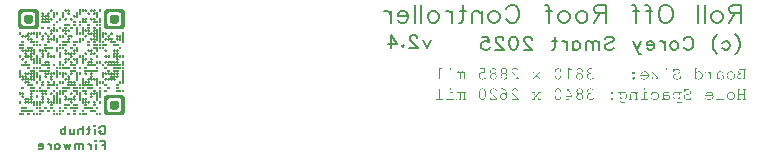
<source format=gbo>
G04 Layer: BottomSilkscreenLayer*
G04 EasyEDA Pro v2.2.45.4, 2026-01-10 08:56:26*
G04 Gerber Generator version 0.3*
G04 Scale: 100 percent, Rotated: No, Reflected: No*
G04 Dimensions in millimeters*
G04 Leading zeros omitted, absolute positions, 4 integers and 5 decimals*
G04 Generated by one-click*
%FSLAX45Y45*%
%MOMM*%
%ADD10C,0.2032*%
%ADD11C,0.9236*%
G75*


G04 Image Start*
G36*
G01X1976919Y-413537D02*
G01X1838644Y-413537D01*
G01X1838644Y-411111D01*
G01X1833792Y-411111D01*
G01X1833792Y-408685D01*
G01X1831366Y-408685D01*
G01X1831366Y-406260D01*
G01X1828940Y-406260D01*
G01X1828940Y-403834D01*
G01X1826515Y-403834D01*
G01X1826515Y-401408D01*
G01X1824089Y-401408D01*
G01X1824089Y-394130D01*
G01X1821663Y-394130D01*
G01X1821663Y-284966D01*
G01X1848347Y-284966D01*
G01X1848347Y-367445D01*
G01X1850774Y-367445D01*
G01X1850774Y-374723D01*
G01X1853199Y-374723D01*
G01X1853199Y-377149D01*
G01X1855625Y-377149D01*
G01X1855625Y-379575D01*
G01X1858051Y-379575D01*
G01X1858051Y-382001D01*
G01X1860477Y-382001D01*
G01X1860477Y-384426D01*
G01X1865328Y-384426D01*
G01X1865328Y-386853D01*
G01X1865328Y-386853D01*
G01X1950234Y-386853D01*
G01X1950234Y-384426D01*
G01X1955086Y-384426D01*
G01X1955086Y-382001D01*
G01X1957512Y-382001D01*
G01X1957512Y-379575D01*
G01X1959938Y-379575D01*
G01X1959938Y-377149D01*
G01X1962363Y-377149D01*
G01X1962363Y-374723D01*
G01X1964790Y-374723D01*
G01X1964790Y-369872D01*
G01X1967215Y-369872D01*
G01X1967215Y-284966D01*
G01X1964790Y-284966D01*
G01X1964790Y-280114D01*
G01X1962363Y-280114D01*
G01X1962363Y-277688D01*
G01X1959938Y-277688D01*
G01X1959938Y-275262D01*
G01X1957512Y-275262D01*
G01X1957512Y-272837D01*
G01X1955086Y-272837D01*
G01X1955086Y-270410D01*
G01X1950234Y-270410D01*
G01X1950234Y-267985D01*
G01X1865328Y-267985D01*
G01X1865328Y-270410D01*
G01X1860477Y-270410D01*
G01X1860477Y-272837D01*
G01X1858051Y-272837D01*
G01X1858051Y-275262D01*
G01X1855625Y-275262D01*
G01X1855625Y-277688D01*
G01X1853199Y-277688D01*
G01X1853199Y-280114D01*
G01X1850774Y-280114D01*
G01X1850774Y-284966D01*
G01X1848347Y-284966D01*
G01X1821663Y-284966D01*
G01X1821663Y-258281D01*
G01X1824089Y-258281D01*
G01X1824089Y-253429D01*
G01X1826515Y-253429D01*
G01X1826515Y-251003D01*
G01X1828940Y-251003D01*
G01X1828940Y-248578D01*
G01X1831366Y-248578D01*
G01X1831366Y-246152D01*
G01X1833792Y-246152D01*
G01X1833792Y-243726D01*
G01X1838644Y-243726D01*
G01X1838644Y-241300D01*
G01X1976919Y-241300D01*
G01X1976919Y-243726D01*
G01X1981771Y-243726D01*
G01X1981771Y-246152D01*
G01X1984197Y-246152D01*
G01X1984197Y-248578D01*
G01X1986622Y-248578D01*
G01X1986622Y-251003D01*
G01X1989048Y-251003D01*
G01X1989048Y-253429D01*
G01X1991474Y-253429D01*
G01X1991474Y-258281D01*
G01X1993900Y-258281D01*
G01X1993900Y-396556D01*
G01X1991474Y-396556D01*
G01X1991474Y-401408D01*
G01X1989048Y-401408D01*
G01X1989048Y-403834D01*
G01X1986622Y-403834D01*
G01X1986622Y-406260D01*
G01X1984197Y-406260D01*
G01X1984197Y-408685D01*
G01X1981771Y-408685D01*
G01X1981771Y-411111D01*
G01X1976919Y-411111D01*
G01X1976919Y-413537D01*
G37*
G36*
G01X1933253Y-362594D02*
G01X1928402Y-362594D01*
G01X1928402Y-365020D01*
G01X1887162Y-365020D01*
G01X1887162Y-362594D01*
G01X1882310Y-362594D01*
G01X1882310Y-360168D01*
G01X1879884Y-360168D01*
G01X1879884Y-357742D01*
G01X1877458Y-357742D01*
G01X1877458Y-355316D01*
G01X1875032Y-355316D01*
G01X1875032Y-352890D01*
G01X1872606Y-352890D01*
G01X1872606Y-348038D01*
G01X1870180Y-348038D01*
G01X1870180Y-306798D01*
G01X1872606Y-306798D01*
G01X1872606Y-301947D01*
G01X1875032Y-301947D01*
G01X1875032Y-299521D01*
G01X1877458Y-299521D01*
G01X1877458Y-297095D01*
G01X1879884Y-297095D01*
G01X1879884Y-294669D01*
G01X1882310Y-294669D01*
G01X1882310Y-292244D01*
G01X1887162Y-292244D01*
G01X1887162Y-289817D01*
G01X1928402Y-289817D01*
G01X1928402Y-292244D01*
G01X1933253Y-292244D01*
G01X1933253Y-294669D01*
G01X1935679Y-294669D01*
G01X1935679Y-297095D01*
G01X1938105Y-297095D01*
G01X1938105Y-299521D01*
G01X1940531Y-299521D01*
G01X1940531Y-301947D01*
G01X1942956Y-301947D01*
G01X1942956Y-306798D01*
G01X1945383Y-306798D01*
G01X1945383Y-348038D01*
G01X1942956Y-348038D01*
G01X1942956Y-352890D01*
G01X1940531Y-352890D01*
G01X1940531Y-355316D01*
G01X1938105Y-355316D01*
G01X1938105Y-357742D01*
G01X1935679Y-357742D01*
G01X1935679Y-360168D01*
G01X1933253Y-360168D01*
G01X1933253Y-362594D01*
G37*
G36*
G01X1249156Y-413537D02*
G01X1110881Y-413537D01*
G01X1110881Y-411111D01*
G01X1106030Y-411111D01*
G01X1106030Y-408685D01*
G01X1103603Y-408685D01*
G01X1103603Y-406260D01*
G01X1101178Y-406260D01*
G01X1101178Y-403834D01*
G01X1098752Y-403834D01*
G01X1098752Y-401408D01*
G01X1096326Y-401408D01*
G01X1096326Y-396556D01*
G01X1093900Y-396556D01*
G01X1093900Y-284966D01*
G01X1120585Y-284966D01*
G01X1120585Y-367445D01*
G01X1123011Y-367445D01*
G01X1123011Y-374723D01*
G01X1125437Y-374723D01*
G01X1125437Y-377149D01*
G01X1127862Y-377149D01*
G01X1127862Y-379575D01*
G01X1130288Y-379575D01*
G01X1130288Y-382001D01*
G01X1132714Y-382001D01*
G01X1132714Y-384426D01*
G01X1137566Y-384426D01*
G01X1137566Y-386853D01*
G01X1137566Y-386853D01*
G01X1222472Y-386853D01*
G01X1222472Y-384426D01*
G01X1227323Y-384426D01*
G01X1227323Y-382001D01*
G01X1229749Y-382001D01*
G01X1229749Y-379575D01*
G01X1232175Y-379575D01*
G01X1232175Y-377149D01*
G01X1234601Y-377149D01*
G01X1234601Y-374723D01*
G01X1237027Y-374723D01*
G01X1237027Y-369872D01*
G01X1239453Y-369872D01*
G01X1239453Y-284966D01*
G01X1237027Y-284966D01*
G01X1237027Y-280114D01*
G01X1234601Y-280114D01*
G01X1234601Y-277688D01*
G01X1232175Y-277688D01*
G01X1232175Y-275262D01*
G01X1229749Y-275262D01*
G01X1229749Y-272837D01*
G01X1227323Y-272837D01*
G01X1227323Y-270410D01*
G01X1222472Y-270410D01*
G01X1222472Y-267985D01*
G01X1137566Y-267985D01*
G01X1137566Y-270410D01*
G01X1132714Y-270410D01*
G01X1132714Y-272837D01*
G01X1130288Y-272837D01*
G01X1130288Y-275262D01*
G01X1127862Y-275262D01*
G01X1127862Y-277688D01*
G01X1125437Y-277688D01*
G01X1125437Y-280114D01*
G01X1123011Y-280114D01*
G01X1123011Y-284966D01*
G01X1120585Y-284966D01*
G01X1093900Y-284966D01*
G01X1093900Y-258281D01*
G01X1096326Y-258281D01*
G01X1096326Y-253429D01*
G01X1098752Y-253429D01*
G01X1098752Y-251003D01*
G01X1101178Y-251003D01*
G01X1101178Y-248578D01*
G01X1103603Y-248578D01*
G01X1103603Y-246152D01*
G01X1106030Y-246152D01*
G01X1106030Y-243726D01*
G01X1110881Y-243726D01*
G01X1110881Y-241300D01*
G01X1249156Y-241300D01*
G01X1249156Y-243726D01*
G01X1254008Y-243726D01*
G01X1254008Y-246152D01*
G01X1256434Y-246152D01*
G01X1256434Y-248578D01*
G01X1258860Y-248578D01*
G01X1258860Y-251003D01*
G01X1261285Y-251003D01*
G01X1261285Y-253429D01*
G01X1263712Y-253429D01*
G01X1263712Y-258281D01*
G01X1266137Y-258281D01*
G01X1266137Y-396556D01*
G01X1263712Y-396556D01*
G01X1263712Y-401408D01*
G01X1261285Y-401408D01*
G01X1261285Y-403834D01*
G01X1258860Y-403834D01*
G01X1258860Y-406260D01*
G01X1256434Y-406260D01*
G01X1256434Y-408685D01*
G01X1254008Y-408685D01*
G01X1254008Y-411111D01*
G01X1249156Y-411111D01*
G01X1249156Y-413537D01*
G37*
G36*
G01X1205490Y-362594D02*
G01X1200638Y-362594D01*
G01X1200638Y-365020D01*
G01X1159399Y-365020D01*
G01X1159399Y-362594D01*
G01X1154547Y-362594D01*
G01X1154547Y-360168D01*
G01X1152121Y-360168D01*
G01X1152121Y-357742D01*
G01X1149696Y-357742D01*
G01X1149696Y-355316D01*
G01X1147269Y-355316D01*
G01X1147269Y-352890D01*
G01X1144844Y-352890D01*
G01X1144844Y-345613D01*
G01X1142418Y-345613D01*
G01X1142418Y-306798D01*
G01X1144844Y-306798D01*
G01X1144844Y-301947D01*
G01X1147269Y-301947D01*
G01X1147269Y-299521D01*
G01X1149696Y-299521D01*
G01X1149696Y-297095D01*
G01X1152121Y-297095D01*
G01X1152121Y-294669D01*
G01X1154547Y-294669D01*
G01X1154547Y-292244D01*
G01X1159399Y-292244D01*
G01X1159399Y-289817D01*
G01X1200638Y-289817D01*
G01X1200638Y-292244D01*
G01X1205490Y-292244D01*
G01X1205490Y-294669D01*
G01X1207916Y-294669D01*
G01X1207916Y-297095D01*
G01X1210342Y-297095D01*
G01X1210342Y-299521D01*
G01X1212768Y-299521D01*
G01X1212768Y-301947D01*
G01X1215194Y-301947D01*
G01X1215194Y-306798D01*
G01X1217620Y-306798D01*
G01X1217620Y-348038D01*
G01X1215194Y-348038D01*
G01X1215194Y-352890D01*
G01X1212768Y-352890D01*
G01X1212768Y-355316D01*
G01X1210342Y-355316D01*
G01X1210342Y-357742D01*
G01X1207916Y-357742D01*
G01X1207916Y-360168D01*
G01X1205490Y-360168D01*
G01X1205490Y-362594D01*
G37*
G36*
G01X1976919Y-1141300D02*
G01X1838644Y-1141300D01*
G01X1838644Y-1138874D01*
G01X1833792Y-1138874D01*
G01X1833792Y-1136448D01*
G01X1831366Y-1136448D01*
G01X1831366Y-1134022D01*
G01X1828940Y-1134022D01*
G01X1828940Y-1131597D01*
G01X1826515Y-1131597D01*
G01X1826515Y-1129170D01*
G01X1824089Y-1129170D01*
G01X1824089Y-1121893D01*
G01X1821663Y-1121893D01*
G01X1821663Y-1012728D01*
G01X1848347Y-1012728D01*
G01X1848347Y-1095209D01*
G01X1850774Y-1095209D01*
G01X1850774Y-1102486D01*
G01X1853199Y-1102486D01*
G01X1853199Y-1104912D01*
G01X1855625Y-1104912D01*
G01X1855625Y-1107338D01*
G01X1858051Y-1107338D01*
G01X1858051Y-1109763D01*
G01X1860477Y-1109763D01*
G01X1860477Y-1112189D01*
G01X1865328Y-1112189D01*
G01X1865328Y-1114615D01*
G01X1865328Y-1114615D01*
G01X1950234Y-1114615D01*
G01X1950234Y-1112189D01*
G01X1955086Y-1112189D01*
G01X1955086Y-1109763D01*
G01X1957512Y-1109763D01*
G01X1957512Y-1107338D01*
G01X1959938Y-1107338D01*
G01X1959938Y-1104912D01*
G01X1962363Y-1104912D01*
G01X1962363Y-1102486D01*
G01X1964790Y-1102486D01*
G01X1964790Y-1097634D01*
G01X1967215Y-1097634D01*
G01X1967215Y-1012728D01*
G01X1964790Y-1012728D01*
G01X1964790Y-1007877D01*
G01X1962363Y-1007877D01*
G01X1962363Y-1005451D01*
G01X1959938Y-1005451D01*
G01X1959938Y-1003025D01*
G01X1957512Y-1003025D01*
G01X1957512Y-1000599D01*
G01X1955086Y-1000599D01*
G01X1955086Y-998173D01*
G01X1950234Y-998173D01*
G01X1950234Y-995747D01*
G01X1865328Y-995747D01*
G01X1865328Y-998173D01*
G01X1860477Y-998173D01*
G01X1860477Y-1000599D01*
G01X1858051Y-1000599D01*
G01X1858051Y-1003025D01*
G01X1855625Y-1003025D01*
G01X1855625Y-1005451D01*
G01X1853199Y-1005451D01*
G01X1853199Y-1007877D01*
G01X1850774Y-1007877D01*
G01X1850774Y-1012728D01*
G01X1848347Y-1012728D01*
G01X1821663Y-1012728D01*
G01X1821663Y-986044D01*
G01X1824089Y-986044D01*
G01X1824089Y-981192D01*
G01X1826515Y-981192D01*
G01X1826515Y-978766D01*
G01X1828940Y-978766D01*
G01X1828940Y-976340D01*
G01X1831366Y-976340D01*
G01X1831366Y-973915D01*
G01X1833792Y-973915D01*
G01X1833792Y-971488D01*
G01X1838644Y-971488D01*
G01X1838644Y-969063D01*
G01X1976919Y-969063D01*
G01X1976919Y-971488D01*
G01X1981771Y-971488D01*
G01X1981771Y-973915D01*
G01X1984197Y-973915D01*
G01X1984197Y-976340D01*
G01X1986622Y-976340D01*
G01X1986622Y-978766D01*
G01X1989048Y-978766D01*
G01X1989048Y-981192D01*
G01X1991474Y-981192D01*
G01X1991474Y-986044D01*
G01X1993900Y-986044D01*
G01X1993900Y-1124319D01*
G01X1991474Y-1124319D01*
G01X1991474Y-1129170D01*
G01X1989048Y-1129170D01*
G01X1989048Y-1131597D01*
G01X1986622Y-1131597D01*
G01X1986622Y-1134022D01*
G01X1984197Y-1134022D01*
G01X1984197Y-1136448D01*
G01X1981771Y-1136448D01*
G01X1981771Y-1138874D01*
G01X1976919Y-1138874D01*
G01X1976919Y-1141300D01*
G37*
G36*
G01X1933253Y-1090356D02*
G01X1928402Y-1090356D01*
G01X1928402Y-1092782D01*
G01X1887162Y-1092782D01*
G01X1887162Y-1090356D01*
G01X1882310Y-1090356D01*
G01X1882310Y-1087931D01*
G01X1879884Y-1087931D01*
G01X1879884Y-1085504D01*
G01X1877458Y-1085504D01*
G01X1877458Y-1083079D01*
G01X1875032Y-1083079D01*
G01X1875032Y-1080653D01*
G01X1872606Y-1080653D01*
G01X1872606Y-1075801D01*
G01X1870180Y-1075801D01*
G01X1870180Y-1034562D01*
G01X1872606Y-1034562D01*
G01X1872606Y-1029710D01*
G01X1875032Y-1029710D01*
G01X1875032Y-1027284D01*
G01X1877458Y-1027284D01*
G01X1877458Y-1024858D01*
G01X1879884Y-1024858D01*
G01X1879884Y-1022432D01*
G01X1882310Y-1022432D01*
G01X1882310Y-1020006D01*
G01X1887162Y-1020006D01*
G01X1887162Y-1017580D01*
G01X1928402Y-1017580D01*
G01X1928402Y-1020006D01*
G01X1933253Y-1020006D01*
G01X1933253Y-1022432D01*
G01X1935679Y-1022432D01*
G01X1935679Y-1024858D01*
G01X1938105Y-1024858D01*
G01X1938105Y-1027284D01*
G01X1940531Y-1027284D01*
G01X1940531Y-1029710D01*
G01X1942956Y-1029710D01*
G01X1942956Y-1034562D01*
G01X1945383Y-1034562D01*
G01X1945383Y-1075801D01*
G01X1942956Y-1075801D01*
G01X1942956Y-1080653D01*
G01X1940531Y-1080653D01*
G01X1940531Y-1083079D01*
G01X1938105Y-1083079D01*
G01X1938105Y-1085504D01*
G01X1935679Y-1085504D01*
G01X1935679Y-1087931D01*
G01X1933253Y-1087931D01*
G01X1933253Y-1090356D01*
G37*
G36*
G01X1115733Y-1136448D02*
G01X1113307Y-1136448D01*
G01X1113307Y-1138874D01*
G01X1101178Y-1138874D01*
G01X1101178Y-1136448D01*
G01X1098752Y-1136448D01*
G01X1098752Y-1134022D01*
G01X1096326Y-1134022D01*
G01X1096326Y-1121893D01*
G01X1098752Y-1121893D01*
G01X1098752Y-1119467D01*
G01X1101178Y-1119467D01*
G01X1101178Y-1117041D01*
G01X1113307Y-1117041D01*
G01X1113307Y-1119467D01*
G01X1115733Y-1119467D01*
G01X1115733Y-1121893D01*
G01X1118159Y-1121893D01*
G01X1118159Y-1134022D01*
G01X1115733Y-1134022D01*
G01X1115733Y-1136448D01*
G37*
G36*
G01X1115733Y-772567D02*
G01X1113307Y-772567D01*
G01X1113307Y-774993D01*
G01X1101178Y-774993D01*
G01X1101178Y-772567D01*
G01X1098752Y-772567D01*
G01X1098752Y-770141D01*
G01X1096326Y-770141D01*
G01X1096326Y-758011D01*
G01X1098752Y-758011D01*
G01X1098752Y-755586D01*
G01X1101178Y-755586D01*
G01X1101178Y-753159D01*
G01X1113307Y-753159D01*
G01X1113307Y-755586D01*
G01X1115733Y-755586D01*
G01X1115733Y-758011D01*
G01X1118159Y-758011D01*
G01X1118159Y-770141D01*
G01X1115733Y-770141D01*
G01X1115733Y-772567D01*
G37*
G36*
G01X1115733Y-796825D02*
G01X1113307Y-796825D01*
G01X1113307Y-799252D01*
G01X1101178Y-799252D01*
G01X1101178Y-796825D01*
G01X1098752Y-796825D01*
G01X1098752Y-794400D01*
G01X1096326Y-794400D01*
G01X1096326Y-782270D01*
G01X1098752Y-782270D01*
G01X1098752Y-779844D01*
G01X1101178Y-779844D01*
G01X1101178Y-777418D01*
G01X1113307Y-777418D01*
G01X1113307Y-779844D01*
G01X1115733Y-779844D01*
G01X1115733Y-782270D01*
G01X1118159Y-782270D01*
G01X1118159Y-794400D01*
G01X1115733Y-794400D01*
G01X1115733Y-796825D01*
G37*
G36*
G01X1455356Y-1136448D02*
G01X1452930Y-1136448D01*
G01X1452930Y-1138874D01*
G01X1440800Y-1138874D01*
G01X1440800Y-1136448D01*
G01X1438375Y-1136448D01*
G01X1438375Y-1134022D01*
G01X1435948Y-1134022D01*
G01X1435948Y-1121893D01*
G01X1438375Y-1121893D01*
G01X1438375Y-1119467D01*
G01X1440800Y-1119467D01*
G01X1440800Y-1117041D01*
G01X1452930Y-1117041D01*
G01X1452930Y-1119467D01*
G01X1455356Y-1119467D01*
G01X1455356Y-1121893D01*
G01X1457782Y-1121893D01*
G01X1457782Y-1134022D01*
G01X1455356Y-1134022D01*
G01X1455356Y-1136448D01*
G37*
G36*
G01X1115733Y-554238D02*
G01X1113307Y-554238D01*
G01X1113307Y-556664D01*
G01X1101178Y-556664D01*
G01X1101178Y-554238D01*
G01X1098752Y-554238D01*
G01X1098752Y-551812D01*
G01X1096326Y-551812D01*
G01X1096326Y-539683D01*
G01X1098752Y-539683D01*
G01X1098752Y-537257D01*
G01X1101178Y-537257D01*
G01X1101178Y-534831D01*
G01X1113307Y-534831D01*
G01X1113307Y-537257D01*
G01X1115733Y-537257D01*
G01X1115733Y-539683D01*
G01X1118159Y-539683D01*
G01X1118159Y-551812D01*
G01X1115733Y-551812D01*
G01X1115733Y-554238D01*
G37*
G36*
G01X1115733Y-578496D02*
G01X1113307Y-578496D01*
G01X1113307Y-580923D01*
G01X1101178Y-580923D01*
G01X1101178Y-578496D01*
G01X1098752Y-578496D01*
G01X1098752Y-576071D01*
G01X1096326Y-576071D01*
G01X1096326Y-563942D01*
G01X1098752Y-563942D01*
G01X1098752Y-561516D01*
G01X1101178Y-561516D01*
G01X1101178Y-559090D01*
G01X1113307Y-559090D01*
G01X1113307Y-561516D01*
G01X1115733Y-561516D01*
G01X1115733Y-563942D01*
G01X1118159Y-563942D01*
G01X1118159Y-576071D01*
G01X1115733Y-576071D01*
G01X1115733Y-578496D01*
G37*
G36*
G01X1673684Y-1136448D02*
G01X1671258Y-1136448D01*
G01X1671258Y-1138874D01*
G01X1659129Y-1138874D01*
G01X1659129Y-1136448D01*
G01X1656704Y-1136448D01*
G01X1656704Y-1134022D01*
G01X1654277Y-1134022D01*
G01X1654277Y-1121893D01*
G01X1656704Y-1121893D01*
G01X1656704Y-1119467D01*
G01X1659129Y-1119467D01*
G01X1659129Y-1117041D01*
G01X1671258Y-1117041D01*
G01X1671258Y-1119467D01*
G01X1673684Y-1119467D01*
G01X1673684Y-1121893D01*
G01X1676110Y-1121893D01*
G01X1676110Y-1134022D01*
G01X1673684Y-1134022D01*
G01X1673684Y-1136448D01*
G37*
G36*
G01X1649426Y-1136448D02*
G01X1647000Y-1136448D01*
G01X1647000Y-1138874D01*
G01X1634870Y-1138874D01*
G01X1634870Y-1136448D01*
G01X1632445Y-1136448D01*
G01X1632445Y-1134022D01*
G01X1630018Y-1134022D01*
G01X1630018Y-1121893D01*
G01X1632445Y-1121893D01*
G01X1632445Y-1119467D01*
G01X1634870Y-1119467D01*
G01X1634870Y-1117041D01*
G01X1647000Y-1117041D01*
G01X1647000Y-1119467D01*
G01X1649426Y-1119467D01*
G01X1649426Y-1121893D01*
G01X1651852Y-1121893D01*
G01X1651852Y-1134022D01*
G01X1649426Y-1134022D01*
G01X1649426Y-1136448D01*
G37*
G36*
G01X1576649Y-1136448D02*
G01X1574223Y-1136448D01*
G01X1574223Y-1138874D01*
G01X1562094Y-1138874D01*
G01X1562094Y-1136448D01*
G01X1559668Y-1136448D01*
G01X1559668Y-1134022D01*
G01X1557242Y-1134022D01*
G01X1557242Y-1121893D01*
G01X1559668Y-1121893D01*
G01X1559668Y-1119467D01*
G01X1562094Y-1119467D01*
G01X1562094Y-1117041D01*
G01X1574223Y-1117041D01*
G01X1574223Y-1119467D01*
G01X1576649Y-1119467D01*
G01X1576649Y-1121893D01*
G01X1579076Y-1121893D01*
G01X1579076Y-1134022D01*
G01X1576649Y-1134022D01*
G01X1576649Y-1136448D01*
G37*
G36*
G01X1115733Y-457203D02*
G01X1113307Y-457203D01*
G01X1113307Y-459629D01*
G01X1101178Y-459629D01*
G01X1101178Y-457203D01*
G01X1098752Y-457203D01*
G01X1098752Y-454777D01*
G01X1096326Y-454777D01*
G01X1096326Y-442648D01*
G01X1098752Y-442648D01*
G01X1098752Y-440222D01*
G01X1101178Y-440222D01*
G01X1101178Y-437796D01*
G01X1113307Y-437796D01*
G01X1113307Y-440222D01*
G01X1115733Y-440222D01*
G01X1115733Y-442648D01*
G01X1118159Y-442648D01*
G01X1118159Y-454777D01*
G01X1115733Y-454777D01*
G01X1115733Y-457203D01*
G37*
G36*
G01X1358320Y-893861D02*
G01X1355895Y-893861D01*
G01X1355895Y-896287D01*
G01X1343766Y-896287D01*
G01X1343766Y-893861D01*
G01X1341339Y-893861D01*
G01X1341339Y-891434D01*
G01X1338913Y-891434D01*
G01X1338913Y-879305D01*
G01X1341339Y-879305D01*
G01X1341339Y-876880D01*
G01X1343766Y-876880D01*
G01X1343766Y-874453D01*
G01X1355895Y-874453D01*
G01X1355895Y-876880D01*
G01X1358320Y-876880D01*
G01X1358320Y-879305D01*
G01X1360747Y-879305D01*
G01X1360747Y-891434D01*
G01X1358320Y-891434D01*
G01X1358320Y-893861D01*
G37*
G36*
G01X1794978Y-1136448D02*
G01X1792552Y-1136448D01*
G01X1792552Y-1138874D01*
G01X1780423Y-1138874D01*
G01X1780423Y-1136448D01*
G01X1777997Y-1136448D01*
G01X1777997Y-1134022D01*
G01X1775571Y-1134022D01*
G01X1775571Y-1121893D01*
G01X1777997Y-1121893D01*
G01X1777997Y-1119467D01*
G01X1780423Y-1119467D01*
G01X1780423Y-1117041D01*
G01X1792552Y-1117041D01*
G01X1792552Y-1119467D01*
G01X1794978Y-1119467D01*
G01X1794978Y-1121893D01*
G01X1797404Y-1121893D01*
G01X1797404Y-1134022D01*
G01X1794978Y-1134022D01*
G01X1794978Y-1136448D01*
G37*
G36*
G01X1770720Y-1136448D02*
G01X1768293Y-1136448D01*
G01X1768293Y-1138874D01*
G01X1756164Y-1138874D01*
G01X1756164Y-1136448D01*
G01X1753739Y-1136448D01*
G01X1753739Y-1134022D01*
G01X1751312Y-1134022D01*
G01X1751312Y-1121893D01*
G01X1753739Y-1121893D01*
G01X1753739Y-1119467D01*
G01X1756164Y-1119467D01*
G01X1756164Y-1117041D01*
G01X1768293Y-1117041D01*
G01X1768293Y-1119467D01*
G01X1770720Y-1119467D01*
G01X1770720Y-1121893D01*
G01X1773145Y-1121893D01*
G01X1773145Y-1134022D01*
G01X1770720Y-1134022D01*
G01X1770720Y-1136448D01*
G37*
G36*
G01X1261285Y-1136448D02*
G01X1258860Y-1136448D01*
G01X1258860Y-1138874D01*
G01X1246731Y-1138874D01*
G01X1246731Y-1136448D01*
G01X1244304Y-1136448D01*
G01X1244304Y-1134022D01*
G01X1241878Y-1134022D01*
G01X1241878Y-1121893D01*
G01X1244304Y-1121893D01*
G01X1244304Y-1119467D01*
G01X1246731Y-1119467D01*
G01X1246731Y-1117041D01*
G01X1258860Y-1117041D01*
G01X1258860Y-1119467D01*
G01X1261285Y-1119467D01*
G01X1261285Y-1121893D01*
G01X1263712Y-1121893D01*
G01X1263712Y-1134022D01*
G01X1261285Y-1134022D01*
G01X1261285Y-1136448D01*
G37*
G36*
G01X1139991Y-1136448D02*
G01X1137566Y-1136448D01*
G01X1137566Y-1138874D01*
G01X1125437Y-1138874D01*
G01X1125437Y-1136448D01*
G01X1123011Y-1136448D01*
G01X1123011Y-1134022D01*
G01X1120585Y-1134022D01*
G01X1120585Y-1121893D01*
G01X1123011Y-1121893D01*
G01X1123011Y-1119467D01*
G01X1125437Y-1119467D01*
G01X1125437Y-1117041D01*
G01X1137566Y-1117041D01*
G01X1137566Y-1119467D01*
G01X1139991Y-1119467D01*
G01X1139991Y-1121893D01*
G01X1142418Y-1121893D01*
G01X1142418Y-1134022D01*
G01X1139991Y-1134022D01*
G01X1139991Y-1136448D01*
G37*
G36*
G01X1867755Y-772567D02*
G01X1865328Y-772567D01*
G01X1865328Y-774993D01*
G01X1853199Y-774993D01*
G01X1853199Y-772567D01*
G01X1850774Y-772567D01*
G01X1850774Y-770141D01*
G01X1848347Y-770141D01*
G01X1848347Y-758011D01*
G01X1850774Y-758011D01*
G01X1850774Y-755586D01*
G01X1853199Y-755586D01*
G01X1853199Y-753159D01*
G01X1865328Y-753159D01*
G01X1865328Y-755586D01*
G01X1867755Y-755586D01*
G01X1867755Y-758011D01*
G01X1870180Y-758011D01*
G01X1870180Y-770141D01*
G01X1867755Y-770141D01*
G01X1867755Y-772567D01*
G37*
G36*
G01X1358320Y-772567D02*
G01X1355895Y-772567D01*
G01X1355895Y-774993D01*
G01X1343766Y-774993D01*
G01X1343766Y-772567D01*
G01X1341339Y-772567D01*
G01X1341339Y-770141D01*
G01X1338913Y-770141D01*
G01X1338913Y-758011D01*
G01X1341339Y-758011D01*
G01X1341339Y-755586D01*
G01X1343766Y-755586D01*
G01X1343766Y-753159D01*
G01X1355895Y-753159D01*
G01X1355895Y-755586D01*
G01X1358320Y-755586D01*
G01X1358320Y-758011D01*
G01X1360747Y-758011D01*
G01X1360747Y-770141D01*
G01X1358320Y-770141D01*
G01X1358320Y-772567D01*
G37*
G36*
G01X1867755Y-796825D02*
G01X1865328Y-796825D01*
G01X1865328Y-799252D01*
G01X1853199Y-799252D01*
G01X1853199Y-796825D01*
G01X1850774Y-796825D01*
G01X1850774Y-794400D01*
G01X1848347Y-794400D01*
G01X1848347Y-782270D01*
G01X1850774Y-782270D01*
G01X1850774Y-779844D01*
G01X1853199Y-779844D01*
G01X1853199Y-777418D01*
G01X1865328Y-777418D01*
G01X1865328Y-779844D01*
G01X1867755Y-779844D01*
G01X1867755Y-782270D01*
G01X1870180Y-782270D01*
G01X1870180Y-794400D01*
G01X1867755Y-794400D01*
G01X1867755Y-796825D01*
G37*
G36*
G01X1358320Y-796825D02*
G01X1355895Y-796825D01*
G01X1355895Y-799252D01*
G01X1343766Y-799252D01*
G01X1343766Y-796825D01*
G01X1341339Y-796825D01*
G01X1341339Y-794400D01*
G01X1338913Y-794400D01*
G01X1338913Y-782270D01*
G01X1341339Y-782270D01*
G01X1341339Y-779844D01*
G01X1343766Y-779844D01*
G01X1343766Y-777418D01*
G01X1355895Y-777418D01*
G01X1355895Y-779844D01*
G01X1358320Y-779844D01*
G01X1358320Y-782270D01*
G01X1360747Y-782270D01*
G01X1360747Y-794400D01*
G01X1358320Y-794400D01*
G01X1358320Y-796825D01*
G37*
G36*
G01X1697943Y-384426D02*
G01X1695517Y-384426D01*
G01X1695517Y-386853D01*
G01X1683388Y-386853D01*
G01X1683388Y-384426D01*
G01X1680962Y-384426D01*
G01X1680962Y-382001D01*
G01X1678536Y-382001D01*
G01X1678536Y-369872D01*
G01X1680962Y-369872D01*
G01X1680962Y-367445D01*
G01X1683388Y-367445D01*
G01X1683388Y-365020D01*
G01X1695517Y-365020D01*
G01X1695517Y-367445D01*
G01X1697943Y-367445D01*
G01X1697943Y-369872D01*
G01X1700369Y-369872D01*
G01X1700369Y-382001D01*
G01X1697943Y-382001D01*
G01X1697943Y-384426D01*
G37*
G36*
G01X1697943Y-893861D02*
G01X1695517Y-893861D01*
G01X1695517Y-896287D01*
G01X1683388Y-896287D01*
G01X1683388Y-893861D01*
G01X1680962Y-893861D01*
G01X1680962Y-891434D01*
G01X1678536Y-891434D01*
G01X1678536Y-879305D01*
G01X1680962Y-879305D01*
G01X1680962Y-876880D01*
G01X1683388Y-876880D01*
G01X1683388Y-874453D01*
G01X1695517Y-874453D01*
G01X1695517Y-876880D01*
G01X1697943Y-876880D01*
G01X1697943Y-879305D01*
G01X1700369Y-879305D01*
G01X1700369Y-891434D01*
G01X1697943Y-891434D01*
G01X1697943Y-893861D01*
G37*
G36*
G01X1358320Y-578496D02*
G01X1355895Y-578496D01*
G01X1355895Y-580923D01*
G01X1343766Y-580923D01*
G01X1343766Y-578496D01*
G01X1341339Y-578496D01*
G01X1341339Y-576071D01*
G01X1338913Y-576071D01*
G01X1338913Y-563942D01*
G01X1341339Y-563942D01*
G01X1341339Y-561516D01*
G01X1343766Y-561516D01*
G01X1343766Y-559090D01*
G01X1355895Y-559090D01*
G01X1355895Y-561516D01*
G01X1358320Y-561516D01*
G01X1358320Y-563942D01*
G01X1360747Y-563942D01*
G01X1360747Y-576071D01*
G01X1358320Y-576071D01*
G01X1358320Y-578496D01*
G37*
G36*
G01X1673684Y-893861D02*
G01X1671258Y-893861D01*
G01X1671258Y-896287D01*
G01X1659129Y-896287D01*
G01X1659129Y-893861D01*
G01X1656704Y-893861D01*
G01X1656704Y-891434D01*
G01X1654277Y-891434D01*
G01X1654277Y-879305D01*
G01X1656704Y-879305D01*
G01X1656704Y-876880D01*
G01X1659129Y-876880D01*
G01X1659129Y-874453D01*
G01X1671258Y-874453D01*
G01X1671258Y-876880D01*
G01X1673684Y-876880D01*
G01X1673684Y-879305D01*
G01X1676110Y-879305D01*
G01X1676110Y-891434D01*
G01X1673684Y-891434D01*
G01X1673684Y-893861D01*
G37*
G36*
G01X1576649Y-384426D02*
G01X1574223Y-384426D01*
G01X1574223Y-386853D01*
G01X1562094Y-386853D01*
G01X1562094Y-384426D01*
G01X1559668Y-384426D01*
G01X1559668Y-382001D01*
G01X1557242Y-382001D01*
G01X1557242Y-369872D01*
G01X1559668Y-369872D01*
G01X1559668Y-367445D01*
G01X1562094Y-367445D01*
G01X1562094Y-365020D01*
G01X1574223Y-365020D01*
G01X1574223Y-367445D01*
G01X1576649Y-367445D01*
G01X1576649Y-369872D01*
G01X1579076Y-369872D01*
G01X1579076Y-382001D01*
G01X1576649Y-382001D01*
G01X1576649Y-384426D01*
G37*
G36*
G01X1649426Y-893861D02*
G01X1647000Y-893861D01*
G01X1647000Y-896287D01*
G01X1634870Y-896287D01*
G01X1634870Y-893861D01*
G01X1632445Y-893861D01*
G01X1632445Y-891434D01*
G01X1630018Y-891434D01*
G01X1630018Y-879305D01*
G01X1632445Y-879305D01*
G01X1632445Y-876880D01*
G01X1634870Y-876880D01*
G01X1634870Y-874453D01*
G01X1647000Y-874453D01*
G01X1647000Y-876880D01*
G01X1649426Y-876880D01*
G01X1649426Y-879305D01*
G01X1651852Y-879305D01*
G01X1651852Y-891434D01*
G01X1649426Y-891434D01*
G01X1649426Y-893861D01*
G37*
G36*
G01X1576649Y-893861D02*
G01X1574223Y-893861D01*
G01X1574223Y-896287D01*
G01X1562094Y-896287D01*
G01X1562094Y-893861D01*
G01X1559668Y-893861D01*
G01X1559668Y-891434D01*
G01X1557242Y-891434D01*
G01X1557242Y-879305D01*
G01X1559668Y-879305D01*
G01X1559668Y-876880D01*
G01X1562094Y-876880D01*
G01X1562094Y-874453D01*
G01X1574223Y-874453D01*
G01X1574223Y-876880D01*
G01X1576649Y-876880D01*
G01X1576649Y-879305D01*
G01X1579076Y-879305D01*
G01X1579076Y-891434D01*
G01X1576649Y-891434D01*
G01X1576649Y-893861D01*
G37*
G36*
G01X1358320Y-360168D02*
G01X1355895Y-360168D01*
G01X1355895Y-362594D01*
G01X1343766Y-362594D01*
G01X1343766Y-360168D01*
G01X1341339Y-360168D01*
G01X1341339Y-357742D01*
G01X1338913Y-357742D01*
G01X1338913Y-345613D01*
G01X1341339Y-345613D01*
G01X1341339Y-343187D01*
G01X1343766Y-343187D01*
G01X1343766Y-340761D01*
G01X1355895Y-340761D01*
G01X1355895Y-343187D01*
G01X1358320Y-343187D01*
G01X1358320Y-345613D01*
G01X1360747Y-345613D01*
G01X1360747Y-357742D01*
G01X1358320Y-357742D01*
G01X1358320Y-360168D01*
G37*
G36*
G01X1794978Y-384426D02*
G01X1792552Y-384426D01*
G01X1792552Y-386853D01*
G01X1780423Y-386853D01*
G01X1780423Y-384426D01*
G01X1777997Y-384426D01*
G01X1777997Y-382001D01*
G01X1775571Y-382001D01*
G01X1775571Y-369872D01*
G01X1777997Y-369872D01*
G01X1777997Y-367445D01*
G01X1780423Y-367445D01*
G01X1780423Y-365020D01*
G01X1792552Y-365020D01*
G01X1792552Y-367445D01*
G01X1794978Y-367445D01*
G01X1794978Y-369872D01*
G01X1797404Y-369872D01*
G01X1797404Y-382001D01*
G01X1794978Y-382001D01*
G01X1794978Y-384426D01*
G37*
G36*
G01X1770720Y-384426D02*
G01X1768293Y-384426D01*
G01X1768293Y-386853D01*
G01X1756164Y-386853D01*
G01X1756164Y-384426D01*
G01X1753739Y-384426D01*
G01X1753739Y-382001D01*
G01X1751312Y-382001D01*
G01X1751312Y-369872D01*
G01X1753739Y-369872D01*
G01X1753739Y-367445D01*
G01X1756164Y-367445D01*
G01X1756164Y-365020D01*
G01X1768293Y-365020D01*
G01X1768293Y-367445D01*
G01X1770720Y-367445D01*
G01X1770720Y-369872D01*
G01X1773145Y-369872D01*
G01X1773145Y-382001D01*
G01X1770720Y-382001D01*
G01X1770720Y-384426D01*
G37*
G36*
G01X1867755Y-481461D02*
G01X1865328Y-481461D01*
G01X1865328Y-483888D01*
G01X1853199Y-483888D01*
G01X1853199Y-481461D01*
G01X1850774Y-481461D01*
G01X1850774Y-479036D01*
G01X1848347Y-479036D01*
G01X1848347Y-466907D01*
G01X1850774Y-466907D01*
G01X1850774Y-464480D01*
G01X1853199Y-464480D01*
G01X1853199Y-462055D01*
G01X1865328Y-462055D01*
G01X1865328Y-464480D01*
G01X1867755Y-464480D01*
G01X1867755Y-466907D01*
G01X1870180Y-466907D01*
G01X1870180Y-479036D01*
G01X1867755Y-479036D01*
G01X1867755Y-481461D01*
G37*
G36*
G01X1358320Y-481461D02*
G01X1355895Y-481461D01*
G01X1355895Y-483888D01*
G01X1343766Y-483888D01*
G01X1343766Y-481461D01*
G01X1341339Y-481461D01*
G01X1341339Y-479036D01*
G01X1338913Y-479036D01*
G01X1338913Y-466907D01*
G01X1341339Y-466907D01*
G01X1341339Y-464480D01*
G01X1343766Y-464480D01*
G01X1343766Y-462055D01*
G01X1355895Y-462055D01*
G01X1355895Y-464480D01*
G01X1358320Y-464480D01*
G01X1358320Y-466907D01*
G01X1360747Y-466907D01*
G01X1360747Y-479036D01*
G01X1358320Y-479036D01*
G01X1358320Y-481461D01*
G37*
G36*
G01X1867755Y-699790D02*
G01X1865328Y-699790D01*
G01X1865328Y-702217D01*
G01X1853199Y-702217D01*
G01X1853199Y-699790D01*
G01X1850774Y-699790D01*
G01X1850774Y-697365D01*
G01X1848347Y-697365D01*
G01X1848347Y-685235D01*
G01X1850774Y-685235D01*
G01X1850774Y-682809D01*
G01X1853199Y-682809D01*
G01X1853199Y-680383D01*
G01X1865328Y-680383D01*
G01X1865328Y-682809D01*
G01X1867755Y-682809D01*
G01X1867755Y-685235D01*
G01X1870180Y-685235D01*
G01X1870180Y-697365D01*
G01X1867755Y-697365D01*
G01X1867755Y-699790D01*
G37*
G36*
G01X1358320Y-699790D02*
G01X1355895Y-699790D01*
G01X1355895Y-702217D01*
G01X1343766Y-702217D01*
G01X1343766Y-699790D01*
G01X1341339Y-699790D01*
G01X1341339Y-697365D01*
G01X1338913Y-697365D01*
G01X1338913Y-685235D01*
G01X1341339Y-685235D01*
G01X1341339Y-682809D01*
G01X1343766Y-682809D01*
G01X1343766Y-680383D01*
G01X1355895Y-680383D01*
G01X1355895Y-682809D01*
G01X1358320Y-682809D01*
G01X1358320Y-685235D01*
G01X1360747Y-685235D01*
G01X1360747Y-697365D01*
G01X1358320Y-697365D01*
G01X1358320Y-699790D01*
G37*
G36*
G01X1479614Y-796825D02*
G01X1477189Y-796825D01*
G01X1477189Y-799252D01*
G01X1465059Y-799252D01*
G01X1465059Y-796825D01*
G01X1462633Y-796825D01*
G01X1462633Y-794400D01*
G01X1460207Y-794400D01*
G01X1460207Y-782270D01*
G01X1462633Y-782270D01*
G01X1462633Y-779844D01*
G01X1465059Y-779844D01*
G01X1465059Y-777418D01*
G01X1477189Y-777418D01*
G01X1477189Y-779844D01*
G01X1479614Y-779844D01*
G01X1479614Y-782270D01*
G01X1482041Y-782270D01*
G01X1482041Y-794400D01*
G01X1479614Y-794400D01*
G01X1479614Y-796825D01*
G37*
G36*
G01X1455356Y-796825D02*
G01X1452930Y-796825D01*
G01X1452930Y-799252D01*
G01X1440800Y-799252D01*
G01X1440800Y-796825D01*
G01X1438375Y-796825D01*
G01X1438375Y-794400D01*
G01X1435948Y-794400D01*
G01X1435948Y-782270D01*
G01X1438375Y-782270D01*
G01X1438375Y-779844D01*
G01X1440800Y-779844D01*
G01X1440800Y-777418D01*
G01X1452930Y-777418D01*
G01X1452930Y-779844D01*
G01X1455356Y-779844D01*
G01X1455356Y-782270D01*
G01X1457782Y-782270D01*
G01X1457782Y-794400D01*
G01X1455356Y-794400D01*
G01X1455356Y-796825D01*
G37*
G36*
G01X1770720Y-893861D02*
G01X1768293Y-893861D01*
G01X1768293Y-896287D01*
G01X1756164Y-896287D01*
G01X1756164Y-893861D01*
G01X1753739Y-893861D01*
G01X1753739Y-891434D01*
G01X1751312Y-891434D01*
G01X1751312Y-879305D01*
G01X1753739Y-879305D01*
G01X1753739Y-876880D01*
G01X1756164Y-876880D01*
G01X1756164Y-874453D01*
G01X1768293Y-874453D01*
G01X1768293Y-876880D01*
G01X1770720Y-876880D01*
G01X1770720Y-879305D01*
G01X1773145Y-879305D01*
G01X1773145Y-891434D01*
G01X1770720Y-891434D01*
G01X1770720Y-893861D01*
G37*
G36*
G01X1552391Y-893861D02*
G01X1549965Y-893861D01*
G01X1549965Y-896287D01*
G01X1537835Y-896287D01*
G01X1537835Y-893861D01*
G01X1535410Y-893861D01*
G01X1535410Y-891434D01*
G01X1532983Y-891434D01*
G01X1532983Y-879305D01*
G01X1535410Y-879305D01*
G01X1535410Y-876880D01*
G01X1537835Y-876880D01*
G01X1537835Y-874453D01*
G01X1549965Y-874453D01*
G01X1549965Y-876880D01*
G01X1552391Y-876880D01*
G01X1552391Y-879305D01*
G01X1554817Y-879305D01*
G01X1554817Y-891434D01*
G01X1552391Y-891434D01*
G01X1552391Y-893861D01*
G37*
G36*
G01X1867755Y-918119D02*
G01X1865328Y-918119D01*
G01X1865328Y-920545D01*
G01X1853199Y-920545D01*
G01X1853199Y-918119D01*
G01X1850774Y-918119D01*
G01X1850774Y-915693D01*
G01X1848347Y-915693D01*
G01X1848347Y-903564D01*
G01X1850774Y-903564D01*
G01X1850774Y-901138D01*
G01X1853199Y-901138D01*
G01X1853199Y-898712D01*
G01X1865328Y-898712D01*
G01X1865328Y-901138D01*
G01X1867755Y-901138D01*
G01X1867755Y-903564D01*
G01X1870180Y-903564D01*
G01X1870180Y-915693D01*
G01X1867755Y-915693D01*
G01X1867755Y-918119D01*
G37*
G36*
G01X1358320Y-918119D02*
G01X1355895Y-918119D01*
G01X1355895Y-920545D01*
G01X1343766Y-920545D01*
G01X1343766Y-918119D01*
G01X1341339Y-918119D01*
G01X1341339Y-915693D01*
G01X1338913Y-915693D01*
G01X1338913Y-903564D01*
G01X1341339Y-903564D01*
G01X1341339Y-901138D01*
G01X1343766Y-901138D01*
G01X1343766Y-898712D01*
G01X1355895Y-898712D01*
G01X1355895Y-901138D01*
G01X1358320Y-901138D01*
G01X1358320Y-903564D01*
G01X1360747Y-903564D01*
G01X1360747Y-915693D01*
G01X1358320Y-915693D01*
G01X1358320Y-918119D01*
G37*
G36*
G01X1358320Y-1112189D02*
G01X1355895Y-1112189D01*
G01X1355895Y-1114615D01*
G01X1343766Y-1114615D01*
G01X1343766Y-1112189D01*
G01X1341339Y-1112189D01*
G01X1341339Y-1109763D01*
G01X1338913Y-1109763D01*
G01X1338913Y-1097634D01*
G01X1341339Y-1097634D01*
G01X1341339Y-1095209D01*
G01X1343766Y-1095209D01*
G01X1343766Y-1092782D01*
G01X1355895Y-1092782D01*
G01X1355895Y-1095209D01*
G01X1358320Y-1095209D01*
G01X1358320Y-1097634D01*
G01X1360747Y-1097634D01*
G01X1360747Y-1109763D01*
G01X1358320Y-1109763D01*
G01X1358320Y-1112189D01*
G37*
G36*
G01X1237027Y-1136448D02*
G01X1234601Y-1136448D01*
G01X1234601Y-1138874D01*
G01X1222472Y-1138874D01*
G01X1222472Y-1136448D01*
G01X1220046Y-1136448D01*
G01X1220046Y-1134022D01*
G01X1217620Y-1134022D01*
G01X1217620Y-1121893D01*
G01X1220046Y-1121893D01*
G01X1220046Y-1119467D01*
G01X1222472Y-1119467D01*
G01X1222472Y-1117041D01*
G01X1234601Y-1117041D01*
G01X1234601Y-1119467D01*
G01X1237027Y-1119467D01*
G01X1237027Y-1121893D01*
G01X1239453Y-1121893D01*
G01X1239453Y-1134022D01*
G01X1237027Y-1134022D01*
G01X1237027Y-1136448D01*
G37*
G36*
G01X1479614Y-554238D02*
G01X1477189Y-554238D01*
G01X1477189Y-556664D01*
G01X1465059Y-556664D01*
G01X1465059Y-554238D01*
G01X1462633Y-554238D01*
G01X1462633Y-551812D01*
G01X1460207Y-551812D01*
G01X1460207Y-539683D01*
G01X1462633Y-539683D01*
G01X1462633Y-537257D01*
G01X1465059Y-537257D01*
G01X1465059Y-534831D01*
G01X1477189Y-534831D01*
G01X1477189Y-537257D01*
G01X1479614Y-537257D01*
G01X1479614Y-539683D01*
G01X1482041Y-539683D01*
G01X1482041Y-551812D01*
G01X1479614Y-551812D01*
G01X1479614Y-554238D01*
G37*
G36*
G01X1455356Y-554238D02*
G01X1452930Y-554238D01*
G01X1452930Y-556664D01*
G01X1440800Y-556664D01*
G01X1440800Y-554238D01*
G01X1438375Y-554238D01*
G01X1438375Y-551812D01*
G01X1435948Y-551812D01*
G01X1435948Y-539683D01*
G01X1438375Y-539683D01*
G01X1438375Y-537257D01*
G01X1440800Y-537257D01*
G01X1440800Y-534831D01*
G01X1452930Y-534831D01*
G01X1452930Y-537257D01*
G01X1455356Y-537257D01*
G01X1455356Y-539683D01*
G01X1457782Y-539683D01*
G01X1457782Y-551812D01*
G01X1455356Y-551812D01*
G01X1455356Y-554238D01*
G37*
G36*
G01X1697943Y-772567D02*
G01X1695517Y-772567D01*
G01X1695517Y-774993D01*
G01X1683388Y-774993D01*
G01X1683388Y-772567D01*
G01X1680962Y-772567D01*
G01X1680962Y-770141D01*
G01X1678536Y-770141D01*
G01X1678536Y-758011D01*
G01X1680962Y-758011D01*
G01X1680962Y-755586D01*
G01X1683388Y-755586D01*
G01X1683388Y-753159D01*
G01X1695517Y-753159D01*
G01X1695517Y-755586D01*
G01X1697943Y-755586D01*
G01X1697943Y-758011D01*
G01X1700369Y-758011D01*
G01X1700369Y-770141D01*
G01X1697943Y-770141D01*
G01X1697943Y-772567D01*
G37*
G36*
G01X1697943Y-554238D02*
G01X1695517Y-554238D01*
G01X1695517Y-556664D01*
G01X1683388Y-556664D01*
G01X1683388Y-554238D01*
G01X1680962Y-554238D01*
G01X1680962Y-551812D01*
G01X1678536Y-551812D01*
G01X1678536Y-539683D01*
G01X1680962Y-539683D01*
G01X1680962Y-537257D01*
G01X1683388Y-537257D01*
G01X1683388Y-534831D01*
G01X1695517Y-534831D01*
G01X1695517Y-537257D01*
G01X1697943Y-537257D01*
G01X1697943Y-539683D01*
G01X1700369Y-539683D01*
G01X1700369Y-551812D01*
G01X1697943Y-551812D01*
G01X1697943Y-554238D01*
G37*
G36*
G01X1479614Y-578496D02*
G01X1477189Y-578496D01*
G01X1477189Y-580923D01*
G01X1465059Y-580923D01*
G01X1465059Y-578496D01*
G01X1462633Y-578496D01*
G01X1462633Y-576071D01*
G01X1460207Y-576071D01*
G01X1460207Y-563942D01*
G01X1462633Y-563942D01*
G01X1462633Y-561516D01*
G01X1465059Y-561516D01*
G01X1465059Y-559090D01*
G01X1477189Y-559090D01*
G01X1477189Y-561516D01*
G01X1479614Y-561516D01*
G01X1479614Y-563942D01*
G01X1482041Y-563942D01*
G01X1482041Y-576071D01*
G01X1479614Y-576071D01*
G01X1479614Y-578496D01*
G37*
G36*
G01X1455356Y-578496D02*
G01X1452930Y-578496D01*
G01X1452930Y-580923D01*
G01X1440800Y-580923D01*
G01X1440800Y-578496D01*
G01X1438375Y-578496D01*
G01X1438375Y-576071D01*
G01X1435948Y-576071D01*
G01X1435948Y-563942D01*
G01X1438375Y-563942D01*
G01X1438375Y-561516D01*
G01X1440800Y-561516D01*
G01X1440800Y-559090D01*
G01X1452930Y-559090D01*
G01X1452930Y-561516D01*
G01X1455356Y-561516D01*
G01X1455356Y-563942D01*
G01X1457782Y-563942D01*
G01X1457782Y-576071D01*
G01X1455356Y-576071D01*
G01X1455356Y-578496D01*
G37*
G36*
G01X1673684Y-772567D02*
G01X1671258Y-772567D01*
G01X1671258Y-774993D01*
G01X1659129Y-774993D01*
G01X1659129Y-772567D01*
G01X1656704Y-772567D01*
G01X1656704Y-770141D01*
G01X1654277Y-770141D01*
G01X1654277Y-758011D01*
G01X1656704Y-758011D01*
G01X1656704Y-755586D01*
G01X1659129Y-755586D01*
G01X1659129Y-753159D01*
G01X1671258Y-753159D01*
G01X1671258Y-755586D01*
G01X1673684Y-755586D01*
G01X1673684Y-758011D01*
G01X1676110Y-758011D01*
G01X1676110Y-770141D01*
G01X1673684Y-770141D01*
G01X1673684Y-772567D01*
G37*
G36*
G01X1576649Y-772567D02*
G01X1574223Y-772567D01*
G01X1574223Y-774993D01*
G01X1562094Y-774993D01*
G01X1562094Y-772567D01*
G01X1559668Y-772567D01*
G01X1559668Y-770141D01*
G01X1557242Y-770141D01*
G01X1557242Y-758011D01*
G01X1559668Y-758011D01*
G01X1559668Y-755586D01*
G01X1562094Y-755586D01*
G01X1562094Y-753159D01*
G01X1574223Y-753159D01*
G01X1574223Y-755586D01*
G01X1576649Y-755586D01*
G01X1576649Y-758011D01*
G01X1579076Y-758011D01*
G01X1579076Y-770141D01*
G01X1576649Y-770141D01*
G01X1576649Y-772567D01*
G37*
G36*
G01X1673684Y-796825D02*
G01X1671258Y-796825D01*
G01X1671258Y-799252D01*
G01X1659129Y-799252D01*
G01X1659129Y-796825D01*
G01X1656704Y-796825D01*
G01X1656704Y-794400D01*
G01X1654277Y-794400D01*
G01X1654277Y-782270D01*
G01X1656704Y-782270D01*
G01X1656704Y-779844D01*
G01X1659129Y-779844D01*
G01X1659129Y-777418D01*
G01X1671258Y-777418D01*
G01X1671258Y-779844D01*
G01X1673684Y-779844D01*
G01X1673684Y-782270D01*
G01X1676110Y-782270D01*
G01X1676110Y-794400D01*
G01X1673684Y-794400D01*
G01X1673684Y-796825D01*
G37*
G36*
G01X1576649Y-554238D02*
G01X1574223Y-554238D01*
G01X1574223Y-556664D01*
G01X1562094Y-556664D01*
G01X1562094Y-554238D01*
G01X1559668Y-554238D01*
G01X1559668Y-551812D01*
G01X1557242Y-551812D01*
G01X1557242Y-539683D01*
G01X1559668Y-539683D01*
G01X1559668Y-537257D01*
G01X1562094Y-537257D01*
G01X1562094Y-534831D01*
G01X1574223Y-534831D01*
G01X1574223Y-537257D01*
G01X1576649Y-537257D01*
G01X1576649Y-539683D01*
G01X1579076Y-539683D01*
G01X1579076Y-551812D01*
G01X1576649Y-551812D01*
G01X1576649Y-554238D01*
G37*
G36*
G01X1697943Y-602755D02*
G01X1695517Y-602755D01*
G01X1695517Y-605182D01*
G01X1683388Y-605182D01*
G01X1683388Y-602755D01*
G01X1680962Y-602755D01*
G01X1680962Y-600330D01*
G01X1678536Y-600330D01*
G01X1678536Y-588200D01*
G01X1680962Y-588200D01*
G01X1680962Y-585774D01*
G01X1683388Y-585774D01*
G01X1683388Y-583348D01*
G01X1695517Y-583348D01*
G01X1695517Y-585774D01*
G01X1697943Y-585774D01*
G01X1697943Y-588200D01*
G01X1700369Y-588200D01*
G01X1700369Y-600330D01*
G01X1697943Y-600330D01*
G01X1697943Y-602755D01*
G37*
G36*
G01X1673684Y-675532D02*
G01X1671258Y-675532D01*
G01X1671258Y-677958D01*
G01X1659129Y-677958D01*
G01X1659129Y-675532D01*
G01X1656704Y-675532D01*
G01X1656704Y-673106D01*
G01X1654277Y-673106D01*
G01X1654277Y-660977D01*
G01X1656704Y-660977D01*
G01X1656704Y-658551D01*
G01X1659129Y-658551D01*
G01X1659129Y-656124D01*
G01X1671258Y-656124D01*
G01X1671258Y-658551D01*
G01X1673684Y-658551D01*
G01X1673684Y-660977D01*
G01X1676110Y-660977D01*
G01X1676110Y-673106D01*
G01X1673684Y-673106D01*
G01X1673684Y-675532D01*
G37*
G36*
G01X1479614Y-481461D02*
G01X1477189Y-481461D01*
G01X1477189Y-483888D01*
G01X1465059Y-483888D01*
G01X1465059Y-481461D01*
G01X1462633Y-481461D01*
G01X1462633Y-479036D01*
G01X1460207Y-479036D01*
G01X1460207Y-466907D01*
G01X1462633Y-466907D01*
G01X1462633Y-464480D01*
G01X1465059Y-464480D01*
G01X1465059Y-462055D01*
G01X1477189Y-462055D01*
G01X1477189Y-464480D01*
G01X1479614Y-464480D01*
G01X1479614Y-466907D01*
G01X1482041Y-466907D01*
G01X1482041Y-479036D01*
G01X1479614Y-479036D01*
G01X1479614Y-481461D01*
G37*
G36*
G01X1455356Y-481461D02*
G01X1452930Y-481461D01*
G01X1452930Y-483888D01*
G01X1440800Y-483888D01*
G01X1440800Y-481461D01*
G01X1438375Y-481461D01*
G01X1438375Y-479036D01*
G01X1435948Y-479036D01*
G01X1435948Y-466907D01*
G01X1438375Y-466907D01*
G01X1438375Y-464480D01*
G01X1440800Y-464480D01*
G01X1440800Y-462055D01*
G01X1452930Y-462055D01*
G01X1452930Y-464480D01*
G01X1455356Y-464480D01*
G01X1455356Y-466907D01*
G01X1457782Y-466907D01*
G01X1457782Y-479036D01*
G01X1455356Y-479036D01*
G01X1455356Y-481461D01*
G37*
G36*
G01X1576649Y-602755D02*
G01X1574223Y-602755D01*
G01X1574223Y-605182D01*
G01X1562094Y-605182D01*
G01X1562094Y-602755D01*
G01X1559668Y-602755D01*
G01X1559668Y-600330D01*
G01X1557242Y-600330D01*
G01X1557242Y-588200D01*
G01X1559668Y-588200D01*
G01X1559668Y-585774D01*
G01X1562094Y-585774D01*
G01X1562094Y-583348D01*
G01X1574223Y-583348D01*
G01X1574223Y-585774D01*
G01X1576649Y-585774D01*
G01X1576649Y-588200D01*
G01X1579076Y-588200D01*
G01X1579076Y-600330D01*
G01X1576649Y-600330D01*
G01X1576649Y-602755D01*
G37*
G36*
G01X1649426Y-675532D02*
G01X1647000Y-675532D01*
G01X1647000Y-677958D01*
G01X1634870Y-677958D01*
G01X1634870Y-675532D01*
G01X1632445Y-675532D01*
G01X1632445Y-673106D01*
G01X1630018Y-673106D01*
G01X1630018Y-660977D01*
G01X1632445Y-660977D01*
G01X1632445Y-658551D01*
G01X1634870Y-658551D01*
G01X1634870Y-656124D01*
G01X1647000Y-656124D01*
G01X1647000Y-658551D01*
G01X1649426Y-658551D01*
G01X1649426Y-660977D01*
G01X1651852Y-660977D01*
G01X1651852Y-673106D01*
G01X1649426Y-673106D01*
G01X1649426Y-675532D01*
G37*
G36*
G01X1576649Y-675532D02*
G01X1574223Y-675532D01*
G01X1574223Y-677958D01*
G01X1562094Y-677958D01*
G01X1562094Y-675532D01*
G01X1559668Y-675532D01*
G01X1559668Y-673106D01*
G01X1557242Y-673106D01*
G01X1557242Y-660977D01*
G01X1559668Y-660977D01*
G01X1559668Y-658551D01*
G01X1562094Y-658551D01*
G01X1562094Y-656124D01*
G01X1574223Y-656124D01*
G01X1574223Y-658551D01*
G01X1576649Y-658551D01*
G01X1576649Y-660977D01*
G01X1579076Y-660977D01*
G01X1579076Y-673106D01*
G01X1576649Y-673106D01*
G01X1576649Y-675532D01*
G37*
G36*
G01X1455356Y-699790D02*
G01X1452930Y-699790D01*
G01X1452930Y-702217D01*
G01X1440800Y-702217D01*
G01X1440800Y-699790D01*
G01X1438375Y-699790D01*
G01X1438375Y-697365D01*
G01X1435948Y-697365D01*
G01X1435948Y-685235D01*
G01X1438375Y-685235D01*
G01X1438375Y-682809D01*
G01X1440800Y-682809D01*
G01X1440800Y-680383D01*
G01X1452930Y-680383D01*
G01X1452930Y-682809D01*
G01X1455356Y-682809D01*
G01X1455356Y-685235D01*
G01X1457782Y-685235D01*
G01X1457782Y-697365D01*
G01X1455356Y-697365D01*
G01X1455356Y-699790D01*
G37*
G36*
G01X1989048Y-772567D02*
G01X1986622Y-772567D01*
G01X1986622Y-774993D01*
G01X1974493Y-774993D01*
G01X1974493Y-772567D01*
G01X1972067Y-772567D01*
G01X1972067Y-770141D01*
G01X1969641Y-770141D01*
G01X1969641Y-758011D01*
G01X1972067Y-758011D01*
G01X1972067Y-755586D01*
G01X1974493Y-755586D01*
G01X1974493Y-753159D01*
G01X1986622Y-753159D01*
G01X1986622Y-755586D01*
G01X1989048Y-755586D01*
G01X1989048Y-758011D01*
G01X1991474Y-758011D01*
G01X1991474Y-770141D01*
G01X1989048Y-770141D01*
G01X1989048Y-772567D01*
G37*
G36*
G01X1770720Y-772567D02*
G01X1768293Y-772567D01*
G01X1768293Y-774993D01*
G01X1756164Y-774993D01*
G01X1756164Y-772567D01*
G01X1753739Y-772567D01*
G01X1753739Y-770141D01*
G01X1751312Y-770141D01*
G01X1751312Y-758011D01*
G01X1753739Y-758011D01*
G01X1753739Y-755586D01*
G01X1756164Y-755586D01*
G01X1756164Y-753159D01*
G01X1768293Y-753159D01*
G01X1768293Y-755586D01*
G01X1770720Y-755586D01*
G01X1770720Y-758011D01*
G01X1773145Y-758011D01*
G01X1773145Y-770141D01*
G01X1770720Y-770141D01*
G01X1770720Y-772567D01*
G37*
G36*
G01X1552391Y-772567D02*
G01X1549965Y-772567D01*
G01X1549965Y-774993D01*
G01X1537835Y-774993D01*
G01X1537835Y-772567D01*
G01X1535410Y-772567D01*
G01X1535410Y-770141D01*
G01X1532983Y-770141D01*
G01X1532983Y-758011D01*
G01X1535410Y-758011D01*
G01X1535410Y-755586D01*
G01X1537835Y-755586D01*
G01X1537835Y-753159D01*
G01X1549965Y-753159D01*
G01X1549965Y-755586D01*
G01X1552391Y-755586D01*
G01X1552391Y-758011D01*
G01X1554817Y-758011D01*
G01X1554817Y-770141D01*
G01X1552391Y-770141D01*
G01X1552391Y-772567D01*
G37*
G36*
G01X1334062Y-772567D02*
G01X1331636Y-772567D01*
G01X1331636Y-774993D01*
G01X1319507Y-774993D01*
G01X1319507Y-772567D01*
G01X1317081Y-772567D01*
G01X1317081Y-770141D01*
G01X1314655Y-770141D01*
G01X1314655Y-758011D01*
G01X1317081Y-758011D01*
G01X1317081Y-755586D01*
G01X1319507Y-755586D01*
G01X1319507Y-753159D01*
G01X1331636Y-753159D01*
G01X1331636Y-755586D01*
G01X1334062Y-755586D01*
G01X1334062Y-758011D01*
G01X1336488Y-758011D01*
G01X1336488Y-770141D01*
G01X1334062Y-770141D01*
G01X1334062Y-772567D01*
G37*
G36*
G01X1989048Y-796825D02*
G01X1986622Y-796825D01*
G01X1986622Y-799252D01*
G01X1974493Y-799252D01*
G01X1974493Y-796825D01*
G01X1972067Y-796825D01*
G01X1972067Y-794400D01*
G01X1969641Y-794400D01*
G01X1969641Y-782270D01*
G01X1972067Y-782270D01*
G01X1972067Y-779844D01*
G01X1974493Y-779844D01*
G01X1974493Y-777418D01*
G01X1986622Y-777418D01*
G01X1986622Y-779844D01*
G01X1989048Y-779844D01*
G01X1989048Y-782270D01*
G01X1991474Y-782270D01*
G01X1991474Y-794400D01*
G01X1989048Y-794400D01*
G01X1989048Y-796825D01*
G37*
G36*
G01X1892013Y-796825D02*
G01X1889587Y-796825D01*
G01X1889587Y-799252D01*
G01X1877458Y-799252D01*
G01X1877458Y-796825D01*
G01X1875032Y-796825D01*
G01X1875032Y-794400D01*
G01X1872606Y-794400D01*
G01X1872606Y-782270D01*
G01X1875032Y-782270D01*
G01X1875032Y-779844D01*
G01X1877458Y-779844D01*
G01X1877458Y-777418D01*
G01X1889587Y-777418D01*
G01X1889587Y-779844D01*
G01X1892013Y-779844D01*
G01X1892013Y-782270D01*
G01X1894439Y-782270D01*
G01X1894439Y-794400D01*
G01X1892013Y-794400D01*
G01X1892013Y-796825D01*
G37*
G36*
G01X1552391Y-796825D02*
G01X1549965Y-796825D01*
G01X1549965Y-799252D01*
G01X1537835Y-799252D01*
G01X1537835Y-796825D01*
G01X1535410Y-796825D01*
G01X1535410Y-794400D01*
G01X1532983Y-794400D01*
G01X1532983Y-782270D01*
G01X1535410Y-782270D01*
G01X1535410Y-779844D01*
G01X1537835Y-779844D01*
G01X1537835Y-777418D01*
G01X1549965Y-777418D01*
G01X1549965Y-779844D01*
G01X1552391Y-779844D01*
G01X1552391Y-782270D01*
G01X1554817Y-782270D01*
G01X1554817Y-794400D01*
G01X1552391Y-794400D01*
G01X1552391Y-796825D01*
G37*
G36*
G01X1334062Y-796825D02*
G01X1331636Y-796825D01*
G01X1331636Y-799252D01*
G01X1319507Y-799252D01*
G01X1319507Y-796825D01*
G01X1317081Y-796825D01*
G01X1317081Y-794400D01*
G01X1314655Y-794400D01*
G01X1314655Y-782270D01*
G01X1317081Y-782270D01*
G01X1317081Y-779844D01*
G01X1319507Y-779844D01*
G01X1319507Y-777418D01*
G01X1331636Y-777418D01*
G01X1331636Y-779844D01*
G01X1334062Y-779844D01*
G01X1334062Y-782270D01*
G01X1336488Y-782270D01*
G01X1336488Y-794400D01*
G01X1334062Y-794400D01*
G01X1334062Y-796825D01*
G37*
G36*
G01X1261285Y-796825D02*
G01X1258860Y-796825D01*
G01X1258860Y-799252D01*
G01X1246731Y-799252D01*
G01X1246731Y-796825D01*
G01X1244304Y-796825D01*
G01X1244304Y-794400D01*
G01X1241878Y-794400D01*
G01X1241878Y-782270D01*
G01X1244304Y-782270D01*
G01X1244304Y-779844D01*
G01X1246731Y-779844D01*
G01X1246731Y-777418D01*
G01X1258860Y-777418D01*
G01X1258860Y-779844D01*
G01X1261285Y-779844D01*
G01X1261285Y-782270D01*
G01X1263712Y-782270D01*
G01X1263712Y-794400D01*
G01X1261285Y-794400D01*
G01X1261285Y-796825D01*
G37*
G36*
G01X1164250Y-796825D02*
G01X1161825Y-796825D01*
G01X1161825Y-799252D01*
G01X1149696Y-799252D01*
G01X1149696Y-796825D01*
G01X1147269Y-796825D01*
G01X1147269Y-794400D01*
G01X1144844Y-794400D01*
G01X1144844Y-782270D01*
G01X1147269Y-782270D01*
G01X1147269Y-779844D01*
G01X1149696Y-779844D01*
G01X1149696Y-777418D01*
G01X1161825Y-777418D01*
G01X1161825Y-779844D01*
G01X1164250Y-779844D01*
G01X1164250Y-782270D01*
G01X1166677Y-782270D01*
G01X1166677Y-794400D01*
G01X1164250Y-794400D01*
G01X1164250Y-796825D01*
G37*
G36*
G01X1479614Y-918119D02*
G01X1477189Y-918119D01*
G01X1477189Y-920545D01*
G01X1465059Y-920545D01*
G01X1465059Y-918119D01*
G01X1462633Y-918119D01*
G01X1462633Y-915693D01*
G01X1460207Y-915693D01*
G01X1460207Y-903564D01*
G01X1462633Y-903564D01*
G01X1462633Y-901138D01*
G01X1465059Y-901138D01*
G01X1465059Y-898712D01*
G01X1477189Y-898712D01*
G01X1477189Y-901138D01*
G01X1479614Y-901138D01*
G01X1479614Y-903564D01*
G01X1482041Y-903564D01*
G01X1482041Y-915693D01*
G01X1479614Y-915693D01*
G01X1479614Y-918119D01*
G37*
G36*
G01X1455356Y-1087931D02*
G01X1452930Y-1087931D01*
G01X1452930Y-1090356D01*
G01X1440800Y-1090356D01*
G01X1440800Y-1087931D01*
G01X1438375Y-1087931D01*
G01X1438375Y-1085504D01*
G01X1435948Y-1085504D01*
G01X1435948Y-1073375D01*
G01X1438375Y-1073375D01*
G01X1438375Y-1070950D01*
G01X1440800Y-1070950D01*
G01X1440800Y-1068523D01*
G01X1452930Y-1068523D01*
G01X1452930Y-1070950D01*
G01X1455356Y-1070950D01*
G01X1455356Y-1073375D01*
G01X1457782Y-1073375D01*
G01X1457782Y-1085504D01*
G01X1455356Y-1085504D01*
G01X1455356Y-1087931D01*
G37*
G36*
G01X1479614Y-1112189D02*
G01X1477189Y-1112189D01*
G01X1477189Y-1114615D01*
G01X1465059Y-1114615D01*
G01X1465059Y-1112189D01*
G01X1462633Y-1112189D01*
G01X1462633Y-1109763D01*
G01X1460207Y-1109763D01*
G01X1460207Y-1097634D01*
G01X1462633Y-1097634D01*
G01X1462633Y-1095209D01*
G01X1465059Y-1095209D01*
G01X1465059Y-1092782D01*
G01X1477189Y-1092782D01*
G01X1477189Y-1095209D01*
G01X1479614Y-1095209D01*
G01X1479614Y-1097634D01*
G01X1482041Y-1097634D01*
G01X1482041Y-1109763D01*
G01X1479614Y-1109763D01*
G01X1479614Y-1112189D01*
G37*
G36*
G01X1455356Y-1112189D02*
G01X1452930Y-1112189D01*
G01X1452930Y-1114615D01*
G01X1440800Y-1114615D01*
G01X1440800Y-1112189D01*
G01X1438375Y-1112189D01*
G01X1438375Y-1109763D01*
G01X1435948Y-1109763D01*
G01X1435948Y-1097634D01*
G01X1438375Y-1097634D01*
G01X1438375Y-1095209D01*
G01X1440800Y-1095209D01*
G01X1440800Y-1092782D01*
G01X1452930Y-1092782D01*
G01X1452930Y-1095209D01*
G01X1455356Y-1095209D01*
G01X1455356Y-1097634D01*
G01X1457782Y-1097634D01*
G01X1457782Y-1109763D01*
G01X1455356Y-1109763D01*
G01X1455356Y-1112189D01*
G37*
G36*
G01X1697943Y-457203D02*
G01X1695517Y-457203D01*
G01X1695517Y-459629D01*
G01X1683388Y-459629D01*
G01X1683388Y-457203D01*
G01X1680962Y-457203D01*
G01X1680962Y-454777D01*
G01X1678536Y-454777D01*
G01X1678536Y-442648D01*
G01X1680962Y-442648D01*
G01X1680962Y-440222D01*
G01X1683388Y-440222D01*
G01X1683388Y-437796D01*
G01X1695517Y-437796D01*
G01X1695517Y-440222D01*
G01X1697943Y-440222D01*
G01X1697943Y-442648D01*
G01X1700369Y-442648D01*
G01X1700369Y-454777D01*
G01X1697943Y-454777D01*
G01X1697943Y-457203D01*
G37*
G36*
G01X1794978Y-554238D02*
G01X1792552Y-554238D01*
G01X1792552Y-556664D01*
G01X1780423Y-556664D01*
G01X1780423Y-554238D01*
G01X1777997Y-554238D01*
G01X1777997Y-551812D01*
G01X1775571Y-551812D01*
G01X1775571Y-539683D01*
G01X1777997Y-539683D01*
G01X1777997Y-537257D01*
G01X1780423Y-537257D01*
G01X1780423Y-534831D01*
G01X1792552Y-534831D01*
G01X1792552Y-537257D01*
G01X1794978Y-537257D01*
G01X1794978Y-539683D01*
G01X1797404Y-539683D01*
G01X1797404Y-551812D01*
G01X1794978Y-551812D01*
G01X1794978Y-554238D01*
G37*
G36*
G01X1770720Y-554238D02*
G01X1768293Y-554238D01*
G01X1768293Y-556664D01*
G01X1756164Y-556664D01*
G01X1756164Y-554238D01*
G01X1753739Y-554238D01*
G01X1753739Y-551812D01*
G01X1751312Y-551812D01*
G01X1751312Y-539683D01*
G01X1753739Y-539683D01*
G01X1753739Y-537257D01*
G01X1756164Y-537257D01*
G01X1756164Y-534831D01*
G01X1768293Y-534831D01*
G01X1768293Y-537257D01*
G01X1770720Y-537257D01*
G01X1770720Y-539683D01*
G01X1773145Y-539683D01*
G01X1773145Y-551812D01*
G01X1770720Y-551812D01*
G01X1770720Y-554238D01*
G37*
G36*
G01X1334062Y-554238D02*
G01X1331636Y-554238D01*
G01X1331636Y-556664D01*
G01X1319507Y-556664D01*
G01X1319507Y-554238D01*
G01X1317081Y-554238D01*
G01X1317081Y-551812D01*
G01X1314655Y-551812D01*
G01X1314655Y-539683D01*
G01X1317081Y-539683D01*
G01X1317081Y-537257D01*
G01X1319507Y-537257D01*
G01X1319507Y-534831D01*
G01X1331636Y-534831D01*
G01X1331636Y-537257D01*
G01X1334062Y-537257D01*
G01X1334062Y-539683D01*
G01X1336488Y-539683D01*
G01X1336488Y-551812D01*
G01X1334062Y-551812D01*
G01X1334062Y-554238D01*
G37*
G36*
G01X1261285Y-554238D02*
G01X1258860Y-554238D01*
G01X1258860Y-556664D01*
G01X1246731Y-556664D01*
G01X1246731Y-554238D01*
G01X1244304Y-554238D01*
G01X1244304Y-551812D01*
G01X1241878Y-551812D01*
G01X1241878Y-539683D01*
G01X1244304Y-539683D01*
G01X1244304Y-537257D01*
G01X1246731Y-537257D01*
G01X1246731Y-534831D01*
G01X1258860Y-534831D01*
G01X1258860Y-537257D01*
G01X1261285Y-537257D01*
G01X1261285Y-539683D01*
G01X1263712Y-539683D01*
G01X1263712Y-551812D01*
G01X1261285Y-551812D01*
G01X1261285Y-554238D01*
G37*
G36*
G01X1139991Y-554238D02*
G01X1137566Y-554238D01*
G01X1137566Y-556664D01*
G01X1125437Y-556664D01*
G01X1125437Y-554238D01*
G01X1123011Y-554238D01*
G01X1123011Y-551812D01*
G01X1120585Y-551812D01*
G01X1120585Y-539683D01*
G01X1123011Y-539683D01*
G01X1123011Y-537257D01*
G01X1125437Y-537257D01*
G01X1125437Y-534831D01*
G01X1137566Y-534831D01*
G01X1137566Y-537257D01*
G01X1139991Y-537257D01*
G01X1139991Y-539683D01*
G01X1142418Y-539683D01*
G01X1142418Y-551812D01*
G01X1139991Y-551812D01*
G01X1139991Y-554238D01*
G37*
G36*
G01X1697943Y-699790D02*
G01X1695517Y-699790D01*
G01X1695517Y-702217D01*
G01X1683388Y-702217D01*
G01X1683388Y-699790D01*
G01X1680962Y-699790D01*
G01X1680962Y-697365D01*
G01X1678536Y-697365D01*
G01X1678536Y-685235D01*
G01X1680962Y-685235D01*
G01X1680962Y-682809D01*
G01X1683388Y-682809D01*
G01X1683388Y-680383D01*
G01X1695517Y-680383D01*
G01X1695517Y-682809D01*
G01X1697943Y-682809D01*
G01X1697943Y-685235D01*
G01X1700369Y-685235D01*
G01X1700369Y-697365D01*
G01X1697943Y-697365D01*
G01X1697943Y-699790D01*
G37*
G36*
G01X1697943Y-918119D02*
G01X1695517Y-918119D01*
G01X1695517Y-920545D01*
G01X1683388Y-920545D01*
G01X1683388Y-918119D01*
G01X1680962Y-918119D01*
G01X1680962Y-915693D01*
G01X1678536Y-915693D01*
G01X1678536Y-903564D01*
G01X1680962Y-903564D01*
G01X1680962Y-901138D01*
G01X1683388Y-901138D01*
G01X1683388Y-898712D01*
G01X1695517Y-898712D01*
G01X1695517Y-901138D01*
G01X1697943Y-901138D01*
G01X1697943Y-903564D01*
G01X1700369Y-903564D01*
G01X1700369Y-915693D01*
G01X1697943Y-915693D01*
G01X1697943Y-918119D01*
G37*
G36*
G01X1697943Y-1087931D02*
G01X1695517Y-1087931D01*
G01X1695517Y-1090356D01*
G01X1683388Y-1090356D01*
G01X1683388Y-1087931D01*
G01X1680962Y-1087931D01*
G01X1680962Y-1085504D01*
G01X1678536Y-1085504D01*
G01X1678536Y-1073375D01*
G01X1680962Y-1073375D01*
G01X1680962Y-1070950D01*
G01X1683388Y-1070950D01*
G01X1683388Y-1068523D01*
G01X1695517Y-1068523D01*
G01X1695517Y-1070950D01*
G01X1697943Y-1070950D01*
G01X1697943Y-1073375D01*
G01X1700369Y-1073375D01*
G01X1700369Y-1085504D01*
G01X1697943Y-1085504D01*
G01X1697943Y-1087931D01*
G37*
G36*
G01X1673684Y-263133D02*
G01X1671258Y-263133D01*
G01X1671258Y-265559D01*
G01X1659129Y-265559D01*
G01X1659129Y-263133D01*
G01X1656704Y-263133D01*
G01X1656704Y-260707D01*
G01X1654277Y-260707D01*
G01X1654277Y-248578D01*
G01X1656704Y-248578D01*
G01X1656704Y-246152D01*
G01X1659129Y-246152D01*
G01X1659129Y-243726D01*
G01X1671258Y-243726D01*
G01X1671258Y-246152D01*
G01X1673684Y-246152D01*
G01X1673684Y-248578D01*
G01X1676110Y-248578D01*
G01X1676110Y-260707D01*
G01X1673684Y-260707D01*
G01X1673684Y-263133D01*
G37*
G36*
G01X1649426Y-263133D02*
G01X1647000Y-263133D01*
G01X1647000Y-265559D01*
G01X1634870Y-265559D01*
G01X1634870Y-263133D01*
G01X1632445Y-263133D01*
G01X1632445Y-260707D01*
G01X1630018Y-260707D01*
G01X1630018Y-248578D01*
G01X1632445Y-248578D01*
G01X1632445Y-246152D01*
G01X1634870Y-246152D01*
G01X1634870Y-243726D01*
G01X1647000Y-243726D01*
G01X1647000Y-246152D01*
G01X1649426Y-246152D01*
G01X1649426Y-248578D01*
G01X1651852Y-248578D01*
G01X1651852Y-260707D01*
G01X1649426Y-260707D01*
G01X1649426Y-263133D01*
G37*
G36*
G01X1673684Y-360168D02*
G01X1671258Y-360168D01*
G01X1671258Y-362594D01*
G01X1659129Y-362594D01*
G01X1659129Y-360168D01*
G01X1656704Y-360168D01*
G01X1656704Y-357742D01*
G01X1654277Y-357742D01*
G01X1654277Y-345613D01*
G01X1656704Y-345613D01*
G01X1656704Y-343187D01*
G01X1659129Y-343187D01*
G01X1659129Y-340761D01*
G01X1671258Y-340761D01*
G01X1671258Y-343187D01*
G01X1673684Y-343187D01*
G01X1673684Y-345613D01*
G01X1676110Y-345613D01*
G01X1676110Y-357742D01*
G01X1673684Y-357742D01*
G01X1673684Y-360168D01*
G37*
G36*
G01X1649426Y-360168D02*
G01X1647000Y-360168D01*
G01X1647000Y-362594D01*
G01X1634870Y-362594D01*
G01X1634870Y-360168D01*
G01X1632445Y-360168D01*
G01X1632445Y-357742D01*
G01X1630018Y-357742D01*
G01X1630018Y-345613D01*
G01X1632445Y-345613D01*
G01X1632445Y-343187D01*
G01X1634870Y-343187D01*
G01X1634870Y-340761D01*
G01X1647000Y-340761D01*
G01X1647000Y-343187D01*
G01X1649426Y-343187D01*
G01X1649426Y-345613D01*
G01X1651852Y-345613D01*
G01X1651852Y-357742D01*
G01X1649426Y-357742D01*
G01X1649426Y-360168D01*
G37*
G36*
G01X1576649Y-360168D02*
G01X1574223Y-360168D01*
G01X1574223Y-362594D01*
G01X1562094Y-362594D01*
G01X1562094Y-360168D01*
G01X1559668Y-360168D01*
G01X1559668Y-357742D01*
G01X1557242Y-357742D01*
G01X1557242Y-345613D01*
G01X1559668Y-345613D01*
G01X1559668Y-343187D01*
G01X1562094Y-343187D01*
G01X1562094Y-340761D01*
G01X1574223Y-340761D01*
G01X1574223Y-343187D01*
G01X1576649Y-343187D01*
G01X1576649Y-345613D01*
G01X1579076Y-345613D01*
G01X1579076Y-357742D01*
G01X1576649Y-357742D01*
G01X1576649Y-360168D01*
G37*
G36*
G01X1649426Y-457203D02*
G01X1647000Y-457203D01*
G01X1647000Y-459629D01*
G01X1634870Y-459629D01*
G01X1634870Y-457203D01*
G01X1632445Y-457203D01*
G01X1632445Y-454777D01*
G01X1630018Y-454777D01*
G01X1630018Y-442648D01*
G01X1632445Y-442648D01*
G01X1632445Y-440222D01*
G01X1634870Y-440222D01*
G01X1634870Y-437796D01*
G01X1647000Y-437796D01*
G01X1647000Y-440222D01*
G01X1649426Y-440222D01*
G01X1649426Y-442648D01*
G01X1651852Y-442648D01*
G01X1651852Y-454777D01*
G01X1649426Y-454777D01*
G01X1649426Y-457203D01*
G37*
G36*
G01X1673684Y-481461D02*
G01X1671258Y-481461D01*
G01X1671258Y-483888D01*
G01X1659129Y-483888D01*
G01X1659129Y-481461D01*
G01X1656704Y-481461D01*
G01X1656704Y-479036D01*
G01X1654277Y-479036D01*
G01X1654277Y-466907D01*
G01X1656704Y-466907D01*
G01X1656704Y-464480D01*
G01X1659129Y-464480D01*
G01X1659129Y-462055D01*
G01X1671258Y-462055D01*
G01X1671258Y-464480D01*
G01X1673684Y-464480D01*
G01X1673684Y-466907D01*
G01X1676110Y-466907D01*
G01X1676110Y-479036D01*
G01X1673684Y-479036D01*
G01X1673684Y-481461D01*
G37*
G36*
G01X1794978Y-578496D02*
G01X1792552Y-578496D01*
G01X1792552Y-580923D01*
G01X1780423Y-580923D01*
G01X1780423Y-578496D01*
G01X1777997Y-578496D01*
G01X1777997Y-576071D01*
G01X1775571Y-576071D01*
G01X1775571Y-563942D01*
G01X1777997Y-563942D01*
G01X1777997Y-561516D01*
G01X1780423Y-561516D01*
G01X1780423Y-559090D01*
G01X1792552Y-559090D01*
G01X1792552Y-561516D01*
G01X1794978Y-561516D01*
G01X1794978Y-563942D01*
G01X1797404Y-563942D01*
G01X1797404Y-576071D01*
G01X1794978Y-576071D01*
G01X1794978Y-578496D01*
G37*
G36*
G01X1770720Y-578496D02*
G01X1768293Y-578496D01*
G01X1768293Y-580923D01*
G01X1756164Y-580923D01*
G01X1756164Y-578496D01*
G01X1753739Y-578496D01*
G01X1753739Y-576071D01*
G01X1751312Y-576071D01*
G01X1751312Y-563942D01*
G01X1753739Y-563942D01*
G01X1753739Y-561516D01*
G01X1756164Y-561516D01*
G01X1756164Y-559090D01*
G01X1768293Y-559090D01*
G01X1768293Y-561516D01*
G01X1770720Y-561516D01*
G01X1770720Y-563942D01*
G01X1773145Y-563942D01*
G01X1773145Y-576071D01*
G01X1770720Y-576071D01*
G01X1770720Y-578496D01*
G37*
G36*
G01X1552391Y-578496D02*
G01X1549965Y-578496D01*
G01X1549965Y-580923D01*
G01X1537835Y-580923D01*
G01X1537835Y-578496D01*
G01X1535410Y-578496D01*
G01X1535410Y-576071D01*
G01X1532983Y-576071D01*
G01X1532983Y-563942D01*
G01X1535410Y-563942D01*
G01X1535410Y-561516D01*
G01X1537835Y-561516D01*
G01X1537835Y-559090D01*
G01X1549965Y-559090D01*
G01X1549965Y-561516D01*
G01X1552391Y-561516D01*
G01X1552391Y-563942D01*
G01X1554817Y-563942D01*
G01X1554817Y-576071D01*
G01X1552391Y-576071D01*
G01X1552391Y-578496D01*
G37*
G36*
G01X1334062Y-578496D02*
G01X1331636Y-578496D01*
G01X1331636Y-580923D01*
G01X1319507Y-580923D01*
G01X1319507Y-578496D01*
G01X1317081Y-578496D01*
G01X1317081Y-576071D01*
G01X1314655Y-576071D01*
G01X1314655Y-563942D01*
G01X1317081Y-563942D01*
G01X1317081Y-561516D01*
G01X1319507Y-561516D01*
G01X1319507Y-559090D01*
G01X1331636Y-559090D01*
G01X1331636Y-561516D01*
G01X1334062Y-561516D01*
G01X1334062Y-563942D01*
G01X1336488Y-563942D01*
G01X1336488Y-576071D01*
G01X1334062Y-576071D01*
G01X1334062Y-578496D01*
G37*
G36*
G01X1139991Y-578496D02*
G01X1137566Y-578496D01*
G01X1137566Y-580923D01*
G01X1125437Y-580923D01*
G01X1125437Y-578496D01*
G01X1123011Y-578496D01*
G01X1123011Y-576071D01*
G01X1120585Y-576071D01*
G01X1120585Y-563942D01*
G01X1123011Y-563942D01*
G01X1123011Y-561516D01*
G01X1125437Y-561516D01*
G01X1125437Y-559090D01*
G01X1137566Y-559090D01*
G01X1137566Y-561516D01*
G01X1139991Y-561516D01*
G01X1139991Y-563942D01*
G01X1142418Y-563942D01*
G01X1142418Y-576071D01*
G01X1139991Y-576071D01*
G01X1139991Y-578496D01*
G37*
G36*
G01X1770720Y-602755D02*
G01X1768293Y-602755D01*
G01X1768293Y-605182D01*
G01X1756164Y-605182D01*
G01X1756164Y-602755D01*
G01X1753739Y-602755D01*
G01X1753739Y-600330D01*
G01X1751312Y-600330D01*
G01X1751312Y-588200D01*
G01X1753739Y-588200D01*
G01X1753739Y-585774D01*
G01X1756164Y-585774D01*
G01X1756164Y-583348D01*
G01X1768293Y-583348D01*
G01X1768293Y-585774D01*
G01X1770720Y-585774D01*
G01X1770720Y-588200D01*
G01X1773145Y-588200D01*
G01X1773145Y-600330D01*
G01X1770720Y-600330D01*
G01X1770720Y-602755D01*
G37*
G36*
G01X1334062Y-602755D02*
G01X1331636Y-602755D01*
G01X1331636Y-605182D01*
G01X1319507Y-605182D01*
G01X1319507Y-602755D01*
G01X1317081Y-602755D01*
G01X1317081Y-600330D01*
G01X1314655Y-600330D01*
G01X1314655Y-588200D01*
G01X1317081Y-588200D01*
G01X1317081Y-585774D01*
G01X1319507Y-585774D01*
G01X1319507Y-583348D01*
G01X1331636Y-583348D01*
G01X1331636Y-585774D01*
G01X1334062Y-585774D01*
G01X1334062Y-588200D01*
G01X1336488Y-588200D01*
G01X1336488Y-600330D01*
G01X1334062Y-600330D01*
G01X1334062Y-602755D01*
G37*
G36*
G01X1164250Y-602755D02*
G01X1161825Y-602755D01*
G01X1161825Y-605182D01*
G01X1149696Y-605182D01*
G01X1149696Y-602755D01*
G01X1147269Y-602755D01*
G01X1147269Y-600330D01*
G01X1144844Y-600330D01*
G01X1144844Y-588200D01*
G01X1147269Y-588200D01*
G01X1147269Y-585774D01*
G01X1149696Y-585774D01*
G01X1149696Y-583348D01*
G01X1161825Y-583348D01*
G01X1161825Y-585774D01*
G01X1164250Y-585774D01*
G01X1164250Y-588200D01*
G01X1166677Y-588200D01*
G01X1166677Y-600330D01*
G01X1164250Y-600330D01*
G01X1164250Y-602755D01*
G37*
G36*
G01X1139991Y-602755D02*
G01X1137566Y-602755D01*
G01X1137566Y-605182D01*
G01X1125437Y-605182D01*
G01X1125437Y-602755D01*
G01X1123011Y-602755D01*
G01X1123011Y-600330D01*
G01X1120585Y-600330D01*
G01X1120585Y-588200D01*
G01X1123011Y-588200D01*
G01X1123011Y-585774D01*
G01X1125437Y-585774D01*
G01X1125437Y-583348D01*
G01X1137566Y-583348D01*
G01X1137566Y-585774D01*
G01X1139991Y-585774D01*
G01X1139991Y-588200D01*
G01X1142418Y-588200D01*
G01X1142418Y-600330D01*
G01X1139991Y-600330D01*
G01X1139991Y-602755D01*
G37*
G36*
G01X1261285Y-675532D02*
G01X1258860Y-675532D01*
G01X1258860Y-677958D01*
G01X1246731Y-677958D01*
G01X1246731Y-675532D01*
G01X1244304Y-675532D01*
G01X1244304Y-673106D01*
G01X1241878Y-673106D01*
G01X1241878Y-660977D01*
G01X1244304Y-660977D01*
G01X1244304Y-658551D01*
G01X1246731Y-658551D01*
G01X1246731Y-656124D01*
G01X1258860Y-656124D01*
G01X1258860Y-658551D01*
G01X1261285Y-658551D01*
G01X1261285Y-660977D01*
G01X1263712Y-660977D01*
G01X1263712Y-673106D01*
G01X1261285Y-673106D01*
G01X1261285Y-675532D01*
G37*
G36*
G01X1139991Y-675532D02*
G01X1137566Y-675532D01*
G01X1137566Y-677958D01*
G01X1125437Y-677958D01*
G01X1125437Y-675532D01*
G01X1123011Y-675532D01*
G01X1123011Y-673106D01*
G01X1120585Y-673106D01*
G01X1120585Y-660977D01*
G01X1123011Y-660977D01*
G01X1123011Y-658551D01*
G01X1125437Y-658551D01*
G01X1125437Y-656124D01*
G01X1137566Y-656124D01*
G01X1137566Y-658551D01*
G01X1139991Y-658551D01*
G01X1139991Y-660977D01*
G01X1142418Y-660977D01*
G01X1142418Y-673106D01*
G01X1139991Y-673106D01*
G01X1139991Y-675532D01*
G37*
G36*
G01X1649426Y-699790D02*
G01X1647000Y-699790D01*
G01X1647000Y-702217D01*
G01X1634870Y-702217D01*
G01X1634870Y-699790D01*
G01X1632445Y-699790D01*
G01X1632445Y-697365D01*
G01X1630018Y-697365D01*
G01X1630018Y-685235D01*
G01X1632445Y-685235D01*
G01X1632445Y-682809D01*
G01X1634870Y-682809D01*
G01X1634870Y-680383D01*
G01X1647000Y-680383D01*
G01X1647000Y-682809D01*
G01X1649426Y-682809D01*
G01X1649426Y-685235D01*
G01X1651852Y-685235D01*
G01X1651852Y-697365D01*
G01X1649426Y-697365D01*
G01X1649426Y-699790D01*
G37*
G36*
G01X1649426Y-918119D02*
G01X1647000Y-918119D01*
G01X1647000Y-920545D01*
G01X1634870Y-920545D01*
G01X1634870Y-918119D01*
G01X1632445Y-918119D01*
G01X1632445Y-915693D01*
G01X1630018Y-915693D01*
G01X1630018Y-903564D01*
G01X1632445Y-903564D01*
G01X1632445Y-901138D01*
G01X1634870Y-901138D01*
G01X1634870Y-898712D01*
G01X1647000Y-898712D01*
G01X1647000Y-901138D01*
G01X1649426Y-901138D01*
G01X1649426Y-903564D01*
G01X1651852Y-903564D01*
G01X1651852Y-915693D01*
G01X1649426Y-915693D01*
G01X1649426Y-918119D01*
G37*
G36*
G01X1576649Y-918119D02*
G01X1574223Y-918119D01*
G01X1574223Y-920545D01*
G01X1562094Y-920545D01*
G01X1562094Y-918119D01*
G01X1559668Y-918119D01*
G01X1559668Y-915693D01*
G01X1557242Y-915693D01*
G01X1557242Y-903564D01*
G01X1559668Y-903564D01*
G01X1559668Y-901138D01*
G01X1562094Y-901138D01*
G01X1562094Y-898712D01*
G01X1574223Y-898712D01*
G01X1574223Y-901138D01*
G01X1576649Y-901138D01*
G01X1576649Y-903564D01*
G01X1579076Y-903564D01*
G01X1579076Y-915693D01*
G01X1576649Y-915693D01*
G01X1576649Y-918119D01*
G37*
G36*
G01X1576649Y-990896D02*
G01X1574223Y-990896D01*
G01X1574223Y-993322D01*
G01X1562094Y-993322D01*
G01X1562094Y-990896D01*
G01X1559668Y-990896D01*
G01X1559668Y-988469D01*
G01X1557242Y-988469D01*
G01X1557242Y-976340D01*
G01X1559668Y-976340D01*
G01X1559668Y-973915D01*
G01X1562094Y-973915D01*
G01X1562094Y-971488D01*
G01X1574223Y-971488D01*
G01X1574223Y-973915D01*
G01X1576649Y-973915D01*
G01X1576649Y-976340D01*
G01X1579076Y-976340D01*
G01X1579076Y-988469D01*
G01X1576649Y-988469D01*
G01X1576649Y-990896D01*
G37*
G36*
G01X1673684Y-1087931D02*
G01X1671258Y-1087931D01*
G01X1671258Y-1090356D01*
G01X1659129Y-1090356D01*
G01X1659129Y-1087931D01*
G01X1656704Y-1087931D01*
G01X1656704Y-1085504D01*
G01X1654277Y-1085504D01*
G01X1654277Y-1073375D01*
G01X1656704Y-1073375D01*
G01X1656704Y-1070950D01*
G01X1659129Y-1070950D01*
G01X1659129Y-1068523D01*
G01X1671258Y-1068523D01*
G01X1671258Y-1070950D01*
G01X1673684Y-1070950D01*
G01X1673684Y-1073375D01*
G01X1676110Y-1073375D01*
G01X1676110Y-1085504D01*
G01X1673684Y-1085504D01*
G01X1673684Y-1087931D01*
G37*
G36*
G01X1576649Y-1087931D02*
G01X1574223Y-1087931D01*
G01X1574223Y-1090356D01*
G01X1562094Y-1090356D01*
G01X1562094Y-1087931D01*
G01X1559668Y-1087931D01*
G01X1559668Y-1085504D01*
G01X1557242Y-1085504D01*
G01X1557242Y-1073375D01*
G01X1559668Y-1073375D01*
G01X1559668Y-1070950D01*
G01X1562094Y-1070950D01*
G01X1562094Y-1068523D01*
G01X1574223Y-1068523D01*
G01X1574223Y-1070950D01*
G01X1576649Y-1070950D01*
G01X1576649Y-1073375D01*
G01X1579076Y-1073375D01*
G01X1579076Y-1085504D01*
G01X1576649Y-1085504D01*
G01X1576649Y-1087931D01*
G37*
G36*
G01X1649426Y-1112189D02*
G01X1647000Y-1112189D01*
G01X1647000Y-1114615D01*
G01X1634870Y-1114615D01*
G01X1634870Y-1112189D01*
G01X1632445Y-1112189D01*
G01X1632445Y-1109763D01*
G01X1630018Y-1109763D01*
G01X1630018Y-1097634D01*
G01X1632445Y-1097634D01*
G01X1632445Y-1095209D01*
G01X1634870Y-1095209D01*
G01X1634870Y-1092782D01*
G01X1647000Y-1092782D01*
G01X1647000Y-1095209D01*
G01X1649426Y-1095209D01*
G01X1649426Y-1097634D01*
G01X1651852Y-1097634D01*
G01X1651852Y-1109763D01*
G01X1649426Y-1109763D01*
G01X1649426Y-1112189D01*
G37*
G36*
G01X1576649Y-1112189D02*
G01X1574223Y-1112189D01*
G01X1574223Y-1114615D01*
G01X1562094Y-1114615D01*
G01X1562094Y-1112189D01*
G01X1559668Y-1112189D01*
G01X1559668Y-1109763D01*
G01X1557242Y-1109763D01*
G01X1557242Y-1097634D01*
G01X1559668Y-1097634D01*
G01X1559668Y-1095209D01*
G01X1562094Y-1095209D01*
G01X1562094Y-1092782D01*
G01X1574223Y-1092782D01*
G01X1574223Y-1095209D01*
G01X1576649Y-1095209D01*
G01X1576649Y-1097634D01*
G01X1579076Y-1097634D01*
G01X1579076Y-1109763D01*
G01X1576649Y-1109763D01*
G01X1576649Y-1112189D01*
G37*
G36*
G01X1794978Y-263133D02*
G01X1792552Y-263133D01*
G01X1792552Y-265559D01*
G01X1780423Y-265559D01*
G01X1780423Y-263133D01*
G01X1777997Y-263133D01*
G01X1777997Y-260707D01*
G01X1775571Y-260707D01*
G01X1775571Y-248578D01*
G01X1777997Y-248578D01*
G01X1777997Y-246152D01*
G01X1780423Y-246152D01*
G01X1780423Y-243726D01*
G01X1792552Y-243726D01*
G01X1792552Y-246152D01*
G01X1794978Y-246152D01*
G01X1794978Y-248578D01*
G01X1797404Y-248578D01*
G01X1797404Y-260707D01*
G01X1794978Y-260707D01*
G01X1794978Y-263133D01*
G37*
G36*
G01X1794978Y-360168D02*
G01X1792552Y-360168D01*
G01X1792552Y-362594D01*
G01X1780423Y-362594D01*
G01X1780423Y-360168D01*
G01X1777997Y-360168D01*
G01X1777997Y-357742D01*
G01X1775571Y-357742D01*
G01X1775571Y-345613D01*
G01X1777997Y-345613D01*
G01X1777997Y-343187D01*
G01X1780423Y-343187D01*
G01X1780423Y-340761D01*
G01X1792552Y-340761D01*
G01X1792552Y-343187D01*
G01X1794978Y-343187D01*
G01X1794978Y-345613D01*
G01X1797404Y-345613D01*
G01X1797404Y-357742D01*
G01X1794978Y-357742D01*
G01X1794978Y-360168D01*
G37*
G36*
G01X1770720Y-360168D02*
G01X1768293Y-360168D01*
G01X1768293Y-362594D01*
G01X1756164Y-362594D01*
G01X1756164Y-360168D01*
G01X1753739Y-360168D01*
G01X1753739Y-357742D01*
G01X1751312Y-357742D01*
G01X1751312Y-345613D01*
G01X1753739Y-345613D01*
G01X1753739Y-343187D01*
G01X1756164Y-343187D01*
G01X1756164Y-340761D01*
G01X1768293Y-340761D01*
G01X1768293Y-343187D01*
G01X1770720Y-343187D01*
G01X1770720Y-345613D01*
G01X1773145Y-345613D01*
G01X1773145Y-357742D01*
G01X1770720Y-357742D01*
G01X1770720Y-360168D01*
G37*
G36*
G01X1334062Y-360168D02*
G01X1331636Y-360168D01*
G01X1331636Y-362594D01*
G01X1319507Y-362594D01*
G01X1319507Y-360168D01*
G01X1317081Y-360168D01*
G01X1317081Y-357742D01*
G01X1314655Y-357742D01*
G01X1314655Y-345613D01*
G01X1317081Y-345613D01*
G01X1317081Y-343187D01*
G01X1319507Y-343187D01*
G01X1319507Y-340761D01*
G01X1331636Y-340761D01*
G01X1331636Y-343187D01*
G01X1334062Y-343187D01*
G01X1334062Y-345613D01*
G01X1336488Y-345613D01*
G01X1336488Y-357742D01*
G01X1334062Y-357742D01*
G01X1334062Y-360168D01*
G37*
G36*
G01X1989048Y-457203D02*
G01X1986622Y-457203D01*
G01X1986622Y-459629D01*
G01X1974493Y-459629D01*
G01X1974493Y-457203D01*
G01X1972067Y-457203D01*
G01X1972067Y-454777D01*
G01X1969641Y-454777D01*
G01X1969641Y-442648D01*
G01X1972067Y-442648D01*
G01X1972067Y-440222D01*
G01X1974493Y-440222D01*
G01X1974493Y-437796D01*
G01X1986622Y-437796D01*
G01X1986622Y-440222D01*
G01X1989048Y-440222D01*
G01X1989048Y-442648D01*
G01X1991474Y-442648D01*
G01X1991474Y-454777D01*
G01X1989048Y-454777D01*
G01X1989048Y-457203D01*
G37*
G36*
G01X1892013Y-457203D02*
G01X1889587Y-457203D01*
G01X1889587Y-459629D01*
G01X1877458Y-459629D01*
G01X1877458Y-457203D01*
G01X1875032Y-457203D01*
G01X1875032Y-454777D01*
G01X1872606Y-454777D01*
G01X1872606Y-442648D01*
G01X1875032Y-442648D01*
G01X1875032Y-440222D01*
G01X1877458Y-440222D01*
G01X1877458Y-437796D01*
G01X1889587Y-437796D01*
G01X1889587Y-440222D01*
G01X1892013Y-440222D01*
G01X1892013Y-442648D01*
G01X1894439Y-442648D01*
G01X1894439Y-454777D01*
G01X1892013Y-454777D01*
G01X1892013Y-457203D01*
G37*
G36*
G01X1794978Y-457203D02*
G01X1792552Y-457203D01*
G01X1792552Y-459629D01*
G01X1780423Y-459629D01*
G01X1780423Y-457203D01*
G01X1777997Y-457203D01*
G01X1777997Y-454777D01*
G01X1775571Y-454777D01*
G01X1775571Y-442648D01*
G01X1777997Y-442648D01*
G01X1777997Y-440222D01*
G01X1780423Y-440222D01*
G01X1780423Y-437796D01*
G01X1792552Y-437796D01*
G01X1792552Y-440222D01*
G01X1794978Y-440222D01*
G01X1794978Y-442648D01*
G01X1797404Y-442648D01*
G01X1797404Y-454777D01*
G01X1794978Y-454777D01*
G01X1794978Y-457203D01*
G37*
G36*
G01X1770720Y-457203D02*
G01X1768293Y-457203D01*
G01X1768293Y-459629D01*
G01X1756164Y-459629D01*
G01X1756164Y-457203D01*
G01X1753739Y-457203D01*
G01X1753739Y-454777D01*
G01X1751312Y-454777D01*
G01X1751312Y-442648D01*
G01X1753739Y-442648D01*
G01X1753739Y-440222D01*
G01X1756164Y-440222D01*
G01X1756164Y-437796D01*
G01X1768293Y-437796D01*
G01X1768293Y-440222D01*
G01X1770720Y-440222D01*
G01X1770720Y-442648D01*
G01X1773145Y-442648D01*
G01X1773145Y-454777D01*
G01X1770720Y-454777D01*
G01X1770720Y-457203D01*
G37*
G36*
G01X1334062Y-457203D02*
G01X1331636Y-457203D01*
G01X1331636Y-459629D01*
G01X1319507Y-459629D01*
G01X1319507Y-457203D01*
G01X1317081Y-457203D01*
G01X1317081Y-454777D01*
G01X1314655Y-454777D01*
G01X1314655Y-442648D01*
G01X1317081Y-442648D01*
G01X1317081Y-440222D01*
G01X1319507Y-440222D01*
G01X1319507Y-437796D01*
G01X1331636Y-437796D01*
G01X1331636Y-440222D01*
G01X1334062Y-440222D01*
G01X1334062Y-442648D01*
G01X1336488Y-442648D01*
G01X1336488Y-454777D01*
G01X1334062Y-454777D01*
G01X1334062Y-457203D01*
G37*
G36*
G01X1261285Y-457203D02*
G01X1258860Y-457203D01*
G01X1258860Y-459629D01*
G01X1246731Y-459629D01*
G01X1246731Y-457203D01*
G01X1244304Y-457203D01*
G01X1244304Y-454777D01*
G01X1241878Y-454777D01*
G01X1241878Y-442648D01*
G01X1244304Y-442648D01*
G01X1244304Y-440222D01*
G01X1246731Y-440222D01*
G01X1246731Y-437796D01*
G01X1258860Y-437796D01*
G01X1258860Y-440222D01*
G01X1261285Y-440222D01*
G01X1261285Y-442648D01*
G01X1263712Y-442648D01*
G01X1263712Y-454777D01*
G01X1261285Y-454777D01*
G01X1261285Y-457203D01*
G37*
G36*
G01X1989048Y-481461D02*
G01X1986622Y-481461D01*
G01X1986622Y-483888D01*
G01X1974493Y-483888D01*
G01X1974493Y-481461D01*
G01X1972067Y-481461D01*
G01X1972067Y-479036D01*
G01X1969641Y-479036D01*
G01X1969641Y-466907D01*
G01X1972067Y-466907D01*
G01X1972067Y-464480D01*
G01X1974493Y-464480D01*
G01X1974493Y-462055D01*
G01X1986622Y-462055D01*
G01X1986622Y-464480D01*
G01X1989048Y-464480D01*
G01X1989048Y-466907D01*
G01X1991474Y-466907D01*
G01X1991474Y-479036D01*
G01X1989048Y-479036D01*
G01X1989048Y-481461D01*
G37*
G36*
G01X1794978Y-481461D02*
G01X1792552Y-481461D01*
G01X1792552Y-483888D01*
G01X1780423Y-483888D01*
G01X1780423Y-481461D01*
G01X1777997Y-481461D01*
G01X1777997Y-479036D01*
G01X1775571Y-479036D01*
G01X1775571Y-466907D01*
G01X1777997Y-466907D01*
G01X1777997Y-464480D01*
G01X1780423Y-464480D01*
G01X1780423Y-462055D01*
G01X1792552Y-462055D01*
G01X1792552Y-464480D01*
G01X1794978Y-464480D01*
G01X1794978Y-466907D01*
G01X1797404Y-466907D01*
G01X1797404Y-479036D01*
G01X1794978Y-479036D01*
G01X1794978Y-481461D01*
G37*
G36*
G01X1770720Y-481461D02*
G01X1768293Y-481461D01*
G01X1768293Y-483888D01*
G01X1756164Y-483888D01*
G01X1756164Y-481461D01*
G01X1753739Y-481461D01*
G01X1753739Y-479036D01*
G01X1751312Y-479036D01*
G01X1751312Y-466907D01*
G01X1753739Y-466907D01*
G01X1753739Y-464480D01*
G01X1756164Y-464480D01*
G01X1756164Y-462055D01*
G01X1768293Y-462055D01*
G01X1768293Y-464480D01*
G01X1770720Y-464480D01*
G01X1770720Y-466907D01*
G01X1773145Y-466907D01*
G01X1773145Y-479036D01*
G01X1770720Y-479036D01*
G01X1770720Y-481461D01*
G37*
G36*
G01X1552391Y-481461D02*
G01X1549965Y-481461D01*
G01X1549965Y-483888D01*
G01X1537835Y-483888D01*
G01X1537835Y-481461D01*
G01X1535410Y-481461D01*
G01X1535410Y-479036D01*
G01X1532983Y-479036D01*
G01X1532983Y-466907D01*
G01X1535410Y-466907D01*
G01X1535410Y-464480D01*
G01X1537835Y-464480D01*
G01X1537835Y-462055D01*
G01X1549965Y-462055D01*
G01X1549965Y-464480D01*
G01X1552391Y-464480D01*
G01X1552391Y-466907D01*
G01X1554817Y-466907D01*
G01X1554817Y-479036D01*
G01X1552391Y-479036D01*
G01X1552391Y-481461D01*
G37*
G36*
G01X1261285Y-481461D02*
G01X1258860Y-481461D01*
G01X1258860Y-483888D01*
G01X1246731Y-483888D01*
G01X1246731Y-481461D01*
G01X1244304Y-481461D01*
G01X1244304Y-479036D01*
G01X1241878Y-479036D01*
G01X1241878Y-466907D01*
G01X1244304Y-466907D01*
G01X1244304Y-464480D01*
G01X1246731Y-464480D01*
G01X1246731Y-462055D01*
G01X1258860Y-462055D01*
G01X1258860Y-464480D01*
G01X1261285Y-464480D01*
G01X1261285Y-466907D01*
G01X1263712Y-466907D01*
G01X1263712Y-479036D01*
G01X1261285Y-479036D01*
G01X1261285Y-481461D01*
G37*
G36*
G01X1164250Y-481461D02*
G01X1161825Y-481461D01*
G01X1161825Y-483888D01*
G01X1149696Y-483888D01*
G01X1149696Y-481461D01*
G01X1147269Y-481461D01*
G01X1147269Y-479036D01*
G01X1144844Y-479036D01*
G01X1144844Y-466907D01*
G01X1147269Y-466907D01*
G01X1147269Y-464480D01*
G01X1149696Y-464480D01*
G01X1149696Y-462055D01*
G01X1161825Y-462055D01*
G01X1161825Y-464480D01*
G01X1164250Y-464480D01*
G01X1164250Y-466907D01*
G01X1166677Y-466907D01*
G01X1166677Y-479036D01*
G01X1164250Y-479036D01*
G01X1164250Y-481461D01*
G37*
G36*
G01X1139991Y-481461D02*
G01X1137566Y-481461D01*
G01X1137566Y-483888D01*
G01X1125437Y-483888D01*
G01X1125437Y-481461D01*
G01X1123011Y-481461D01*
G01X1123011Y-479036D01*
G01X1120585Y-479036D01*
G01X1120585Y-466907D01*
G01X1123011Y-466907D01*
G01X1123011Y-464480D01*
G01X1125437Y-464480D01*
G01X1125437Y-462055D01*
G01X1137566Y-462055D01*
G01X1137566Y-464480D01*
G01X1139991Y-464480D01*
G01X1139991Y-466907D01*
G01X1142418Y-466907D01*
G01X1142418Y-479036D01*
G01X1139991Y-479036D01*
G01X1139991Y-481461D01*
G37*
G36*
G01X1989048Y-699790D02*
G01X1986622Y-699790D01*
G01X1986622Y-702217D01*
G01X1974493Y-702217D01*
G01X1974493Y-699790D01*
G01X1972067Y-699790D01*
G01X1972067Y-697365D01*
G01X1969641Y-697365D01*
G01X1969641Y-685235D01*
G01X1972067Y-685235D01*
G01X1972067Y-682809D01*
G01X1974493Y-682809D01*
G01X1974493Y-680383D01*
G01X1986622Y-680383D01*
G01X1986622Y-682809D01*
G01X1989048Y-682809D01*
G01X1989048Y-685235D01*
G01X1991474Y-685235D01*
G01X1991474Y-697365D01*
G01X1989048Y-697365D01*
G01X1989048Y-699790D01*
G37*
G36*
G01X1892013Y-699790D02*
G01X1889587Y-699790D01*
G01X1889587Y-702217D01*
G01X1877458Y-702217D01*
G01X1877458Y-699790D01*
G01X1875032Y-699790D01*
G01X1875032Y-697365D01*
G01X1872606Y-697365D01*
G01X1872606Y-685235D01*
G01X1875032Y-685235D01*
G01X1875032Y-682809D01*
G01X1877458Y-682809D01*
G01X1877458Y-680383D01*
G01X1889587Y-680383D01*
G01X1889587Y-682809D01*
G01X1892013Y-682809D01*
G01X1892013Y-685235D01*
G01X1894439Y-685235D01*
G01X1894439Y-697365D01*
G01X1892013Y-697365D01*
G01X1892013Y-699790D01*
G37*
G36*
G01X1794978Y-699790D02*
G01X1792552Y-699790D01*
G01X1792552Y-702217D01*
G01X1780423Y-702217D01*
G01X1780423Y-699790D01*
G01X1777997Y-699790D01*
G01X1777997Y-697365D01*
G01X1775571Y-697365D01*
G01X1775571Y-685235D01*
G01X1777997Y-685235D01*
G01X1777997Y-682809D01*
G01X1780423Y-682809D01*
G01X1780423Y-680383D01*
G01X1792552Y-680383D01*
G01X1792552Y-682809D01*
G01X1794978Y-682809D01*
G01X1794978Y-685235D01*
G01X1797404Y-685235D01*
G01X1797404Y-697365D01*
G01X1794978Y-697365D01*
G01X1794978Y-699790D01*
G37*
G36*
G01X1770720Y-699790D02*
G01X1768293Y-699790D01*
G01X1768293Y-702217D01*
G01X1756164Y-702217D01*
G01X1756164Y-699790D01*
G01X1753739Y-699790D01*
G01X1753739Y-697365D01*
G01X1751312Y-697365D01*
G01X1751312Y-685235D01*
G01X1753739Y-685235D01*
G01X1753739Y-682809D01*
G01X1756164Y-682809D01*
G01X1756164Y-680383D01*
G01X1768293Y-680383D01*
G01X1768293Y-682809D01*
G01X1770720Y-682809D01*
G01X1770720Y-685235D01*
G01X1773145Y-685235D01*
G01X1773145Y-697365D01*
G01X1770720Y-697365D01*
G01X1770720Y-699790D01*
G37*
G36*
G01X1552391Y-699790D02*
G01X1549965Y-699790D01*
G01X1549965Y-702217D01*
G01X1537835Y-702217D01*
G01X1537835Y-699790D01*
G01X1535410Y-699790D01*
G01X1535410Y-697365D01*
G01X1532983Y-697365D01*
G01X1532983Y-685235D01*
G01X1535410Y-685235D01*
G01X1535410Y-682809D01*
G01X1537835Y-682809D01*
G01X1537835Y-680383D01*
G01X1549965Y-680383D01*
G01X1549965Y-682809D01*
G01X1552391Y-682809D01*
G01X1552391Y-685235D01*
G01X1554817Y-685235D01*
G01X1554817Y-697365D01*
G01X1552391Y-697365D01*
G01X1552391Y-699790D01*
G37*
G36*
G01X1334062Y-699790D02*
G01X1331636Y-699790D01*
G01X1331636Y-702217D01*
G01X1319507Y-702217D01*
G01X1319507Y-699790D01*
G01X1317081Y-699790D01*
G01X1317081Y-697365D01*
G01X1314655Y-697365D01*
G01X1314655Y-685235D01*
G01X1317081Y-685235D01*
G01X1317081Y-682809D01*
G01X1319507Y-682809D01*
G01X1319507Y-680383D01*
G01X1331636Y-680383D01*
G01X1331636Y-682809D01*
G01X1334062Y-682809D01*
G01X1334062Y-685235D01*
G01X1336488Y-685235D01*
G01X1336488Y-697365D01*
G01X1334062Y-697365D01*
G01X1334062Y-699790D01*
G37*
G36*
G01X1261285Y-699790D02*
G01X1258860Y-699790D01*
G01X1258860Y-702217D01*
G01X1246731Y-702217D01*
G01X1246731Y-699790D01*
G01X1244304Y-699790D01*
G01X1244304Y-697365D01*
G01X1241878Y-697365D01*
G01X1241878Y-685235D01*
G01X1244304Y-685235D01*
G01X1244304Y-682809D01*
G01X1246731Y-682809D01*
G01X1246731Y-680383D01*
G01X1258860Y-680383D01*
G01X1258860Y-682809D01*
G01X1261285Y-682809D01*
G01X1261285Y-685235D01*
G01X1263712Y-685235D01*
G01X1263712Y-697365D01*
G01X1261285Y-697365D01*
G01X1261285Y-699790D01*
G37*
G36*
G01X1164250Y-699790D02*
G01X1161825Y-699790D01*
G01X1161825Y-702217D01*
G01X1149696Y-702217D01*
G01X1149696Y-699790D01*
G01X1147269Y-699790D01*
G01X1147269Y-697365D01*
G01X1144844Y-697365D01*
G01X1144844Y-685235D01*
G01X1147269Y-685235D01*
G01X1147269Y-682809D01*
G01X1149696Y-682809D01*
G01X1149696Y-680383D01*
G01X1161825Y-680383D01*
G01X1161825Y-682809D01*
G01X1164250Y-682809D01*
G01X1164250Y-685235D01*
G01X1166677Y-685235D01*
G01X1166677Y-697365D01*
G01X1164250Y-697365D01*
G01X1164250Y-699790D01*
G37*
G36*
G01X1794978Y-918119D02*
G01X1792552Y-918119D01*
G01X1792552Y-920545D01*
G01X1780423Y-920545D01*
G01X1780423Y-918119D01*
G01X1777997Y-918119D01*
G01X1777997Y-915693D01*
G01X1775571Y-915693D01*
G01X1775571Y-903564D01*
G01X1777997Y-903564D01*
G01X1777997Y-901138D01*
G01X1780423Y-901138D01*
G01X1780423Y-898712D01*
G01X1792552Y-898712D01*
G01X1792552Y-901138D01*
G01X1794978Y-901138D01*
G01X1794978Y-903564D01*
G01X1797404Y-903564D01*
G01X1797404Y-915693D01*
G01X1794978Y-915693D01*
G01X1794978Y-918119D01*
G37*
G36*
G01X1139991Y-918119D02*
G01X1137566Y-918119D01*
G01X1137566Y-920545D01*
G01X1125437Y-920545D01*
G01X1125437Y-918119D01*
G01X1123011Y-918119D01*
G01X1123011Y-915693D01*
G01X1120585Y-915693D01*
G01X1120585Y-903564D01*
G01X1123011Y-903564D01*
G01X1123011Y-901138D01*
G01X1125437Y-901138D01*
G01X1125437Y-898712D01*
G01X1137566Y-898712D01*
G01X1137566Y-901138D01*
G01X1139991Y-901138D01*
G01X1139991Y-903564D01*
G01X1142418Y-903564D01*
G01X1142418Y-915693D01*
G01X1139991Y-915693D01*
G01X1139991Y-918119D01*
G37*
G36*
G01X1794978Y-990896D02*
G01X1792552Y-990896D01*
G01X1792552Y-993322D01*
G01X1780423Y-993322D01*
G01X1780423Y-990896D01*
G01X1777997Y-990896D01*
G01X1777997Y-988469D01*
G01X1775571Y-988469D01*
G01X1775571Y-976340D01*
G01X1777997Y-976340D01*
G01X1777997Y-973915D01*
G01X1780423Y-973915D01*
G01X1780423Y-971488D01*
G01X1792552Y-971488D01*
G01X1792552Y-973915D01*
G01X1794978Y-973915D01*
G01X1794978Y-976340D01*
G01X1797404Y-976340D01*
G01X1797404Y-988469D01*
G01X1794978Y-988469D01*
G01X1794978Y-990896D01*
G37*
G36*
G01X1770720Y-990896D02*
G01X1768293Y-990896D01*
G01X1768293Y-993322D01*
G01X1756164Y-993322D01*
G01X1756164Y-990896D01*
G01X1753739Y-990896D01*
G01X1753739Y-988469D01*
G01X1751312Y-988469D01*
G01X1751312Y-976340D01*
G01X1753739Y-976340D01*
G01X1753739Y-973915D01*
G01X1756164Y-973915D01*
G01X1756164Y-971488D01*
G01X1768293Y-971488D01*
G01X1768293Y-973915D01*
G01X1770720Y-973915D01*
G01X1770720Y-976340D01*
G01X1773145Y-976340D01*
G01X1773145Y-988469D01*
G01X1770720Y-988469D01*
G01X1770720Y-990896D01*
G37*
G36*
G01X1261285Y-990896D02*
G01X1258860Y-990896D01*
G01X1258860Y-993322D01*
G01X1246731Y-993322D01*
G01X1246731Y-990896D01*
G01X1244304Y-990896D01*
G01X1244304Y-988469D01*
G01X1241878Y-988469D01*
G01X1241878Y-976340D01*
G01X1244304Y-976340D01*
G01X1244304Y-973915D01*
G01X1246731Y-973915D01*
G01X1246731Y-971488D01*
G01X1258860Y-971488D01*
G01X1258860Y-973915D01*
G01X1261285Y-973915D01*
G01X1261285Y-976340D01*
G01X1263712Y-976340D01*
G01X1263712Y-988469D01*
G01X1261285Y-988469D01*
G01X1261285Y-990896D01*
G37*
G36*
G01X1139991Y-990896D02*
G01X1137566Y-990896D01*
G01X1137566Y-993322D01*
G01X1125437Y-993322D01*
G01X1125437Y-990896D01*
G01X1123011Y-990896D01*
G01X1123011Y-988469D01*
G01X1120585Y-988469D01*
G01X1120585Y-976340D01*
G01X1123011Y-976340D01*
G01X1123011Y-973915D01*
G01X1125437Y-973915D01*
G01X1125437Y-971488D01*
G01X1137566Y-971488D01*
G01X1137566Y-973915D01*
G01X1139991Y-973915D01*
G01X1139991Y-976340D01*
G01X1142418Y-976340D01*
G01X1142418Y-988469D01*
G01X1139991Y-988469D01*
G01X1139991Y-990896D01*
G37*
G36*
G01X1358320Y-1015154D02*
G01X1355895Y-1015154D01*
G01X1355895Y-1017580D01*
G01X1343766Y-1017580D01*
G01X1343766Y-1015154D01*
G01X1341339Y-1015154D01*
G01X1341339Y-1012728D01*
G01X1338913Y-1012728D01*
G01X1338913Y-1000599D01*
G01X1341339Y-1000599D01*
G01X1341339Y-998173D01*
G01X1343766Y-998173D01*
G01X1343766Y-995747D01*
G01X1355895Y-995747D01*
G01X1355895Y-998173D01*
G01X1358320Y-998173D01*
G01X1358320Y-1000599D01*
G01X1360747Y-1000599D01*
G01X1360747Y-1012728D01*
G01X1358320Y-1012728D01*
G01X1358320Y-1015154D01*
G37*
G36*
G01X1770720Y-1087931D02*
G01X1768293Y-1087931D01*
G01X1768293Y-1090356D01*
G01X1756164Y-1090356D01*
G01X1756164Y-1087931D01*
G01X1753739Y-1087931D01*
G01X1753739Y-1085504D01*
G01X1751312Y-1085504D01*
G01X1751312Y-1073375D01*
G01X1753739Y-1073375D01*
G01X1753739Y-1070950D01*
G01X1756164Y-1070950D01*
G01X1756164Y-1068523D01*
G01X1768293Y-1068523D01*
G01X1768293Y-1070950D01*
G01X1770720Y-1070950D01*
G01X1770720Y-1073375D01*
G01X1773145Y-1073375D01*
G01X1773145Y-1085504D01*
G01X1770720Y-1085504D01*
G01X1770720Y-1087931D01*
G37*
G36*
G01X1552391Y-1087931D02*
G01X1549965Y-1087931D01*
G01X1549965Y-1090356D01*
G01X1537835Y-1090356D01*
G01X1537835Y-1087931D01*
G01X1535410Y-1087931D01*
G01X1535410Y-1085504D01*
G01X1532983Y-1085504D01*
G01X1532983Y-1073375D01*
G01X1535410Y-1073375D01*
G01X1535410Y-1070950D01*
G01X1537835Y-1070950D01*
G01X1537835Y-1068523D01*
G01X1549965Y-1068523D01*
G01X1549965Y-1070950D01*
G01X1552391Y-1070950D01*
G01X1552391Y-1073375D01*
G01X1554817Y-1073375D01*
G01X1554817Y-1085504D01*
G01X1552391Y-1085504D01*
G01X1552391Y-1087931D01*
G37*
G36*
G01X1334062Y-1087931D02*
G01X1331636Y-1087931D01*
G01X1331636Y-1090356D01*
G01X1319507Y-1090356D01*
G01X1319507Y-1087931D01*
G01X1317081Y-1087931D01*
G01X1317081Y-1085504D01*
G01X1314655Y-1085504D01*
G01X1314655Y-1073375D01*
G01X1317081Y-1073375D01*
G01X1317081Y-1070950D01*
G01X1319507Y-1070950D01*
G01X1319507Y-1068523D01*
G01X1331636Y-1068523D01*
G01X1331636Y-1070950D01*
G01X1334062Y-1070950D01*
G01X1334062Y-1073375D01*
G01X1336488Y-1073375D01*
G01X1336488Y-1085504D01*
G01X1334062Y-1085504D01*
G01X1334062Y-1087931D01*
G37*
G36*
G01X1261285Y-1087931D02*
G01X1258860Y-1087931D01*
G01X1258860Y-1090356D01*
G01X1246731Y-1090356D01*
G01X1246731Y-1087931D01*
G01X1244304Y-1087931D01*
G01X1244304Y-1085504D01*
G01X1241878Y-1085504D01*
G01X1241878Y-1073375D01*
G01X1244304Y-1073375D01*
G01X1244304Y-1070950D01*
G01X1246731Y-1070950D01*
G01X1246731Y-1068523D01*
G01X1258860Y-1068523D01*
G01X1258860Y-1070950D01*
G01X1261285Y-1070950D01*
G01X1261285Y-1073375D01*
G01X1263712Y-1073375D01*
G01X1263712Y-1085504D01*
G01X1261285Y-1085504D01*
G01X1261285Y-1087931D01*
G37*
G36*
G01X1164250Y-1087931D02*
G01X1161825Y-1087931D01*
G01X1161825Y-1090356D01*
G01X1149696Y-1090356D01*
G01X1149696Y-1087931D01*
G01X1147269Y-1087931D01*
G01X1147269Y-1085504D01*
G01X1144844Y-1085504D01*
G01X1144844Y-1073375D01*
G01X1147269Y-1073375D01*
G01X1147269Y-1070950D01*
G01X1149696Y-1070950D01*
G01X1149696Y-1068523D01*
G01X1161825Y-1068523D01*
G01X1161825Y-1070950D01*
G01X1164250Y-1070950D01*
G01X1164250Y-1073375D01*
G01X1166677Y-1073375D01*
G01X1166677Y-1085504D01*
G01X1164250Y-1085504D01*
G01X1164250Y-1087931D01*
G37*
G36*
G01X1139991Y-1087931D02*
G01X1137566Y-1087931D01*
G01X1137566Y-1090356D01*
G01X1125437Y-1090356D01*
G01X1125437Y-1087931D01*
G01X1123011Y-1087931D01*
G01X1123011Y-1085504D01*
G01X1120585Y-1085504D01*
G01X1120585Y-1073375D01*
G01X1123011Y-1073375D01*
G01X1123011Y-1070950D01*
G01X1125437Y-1070950D01*
G01X1125437Y-1068523D01*
G01X1137566Y-1068523D01*
G01X1137566Y-1070950D01*
G01X1139991Y-1070950D01*
G01X1139991Y-1073375D01*
G01X1142418Y-1073375D01*
G01X1142418Y-1085504D01*
G01X1139991Y-1085504D01*
G01X1139991Y-1087931D01*
G37*
G36*
G01X1164250Y-1112189D02*
G01X1161825Y-1112189D01*
G01X1161825Y-1114615D01*
G01X1149696Y-1114615D01*
G01X1149696Y-1112189D01*
G01X1147269Y-1112189D01*
G01X1147269Y-1109763D01*
G01X1144844Y-1109763D01*
G01X1144844Y-1097634D01*
G01X1147269Y-1097634D01*
G01X1147269Y-1095209D01*
G01X1149696Y-1095209D01*
G01X1149696Y-1092782D01*
G01X1161825Y-1092782D01*
G01X1161825Y-1095209D01*
G01X1164250Y-1095209D01*
G01X1164250Y-1097634D01*
G01X1166677Y-1097634D01*
G01X1166677Y-1109763D01*
G01X1164250Y-1109763D01*
G01X1164250Y-1112189D01*
G37*
G36*
G01X1139991Y-1112189D02*
G01X1137566Y-1112189D01*
G01X1137566Y-1114615D01*
G01X1125437Y-1114615D01*
G01X1125437Y-1112189D01*
G01X1123011Y-1112189D01*
G01X1123011Y-1109763D01*
G01X1120585Y-1109763D01*
G01X1120585Y-1097634D01*
G01X1123011Y-1097634D01*
G01X1123011Y-1095209D01*
G01X1125437Y-1095209D01*
G01X1125437Y-1092782D01*
G01X1137566Y-1092782D01*
G01X1137566Y-1095209D01*
G01X1139991Y-1095209D01*
G01X1139991Y-1097634D01*
G01X1142418Y-1097634D01*
G01X1142418Y-1109763D01*
G01X1139991Y-1109763D01*
G01X1139991Y-1112189D01*
G37*
G36*
G01X1237027Y-772567D02*
G01X1234601Y-772567D01*
G01X1234601Y-774993D01*
G01X1222472Y-774993D01*
G01X1222472Y-772567D01*
G01X1220046Y-772567D01*
G01X1220046Y-770141D01*
G01X1217620Y-770141D01*
G01X1217620Y-758011D01*
G01X1220046Y-758011D01*
G01X1220046Y-755586D01*
G01X1222472Y-755586D01*
G01X1222472Y-753159D01*
G01X1234601Y-753159D01*
G01X1234601Y-755586D01*
G01X1237027Y-755586D01*
G01X1237027Y-758011D01*
G01X1239453Y-758011D01*
G01X1239453Y-770141D01*
G01X1237027Y-770141D01*
G01X1237027Y-772567D01*
G37*
G36*
G01X1237027Y-796825D02*
G01X1234601Y-796825D01*
G01X1234601Y-799252D01*
G01X1222472Y-799252D01*
G01X1222472Y-796825D01*
G01X1220046Y-796825D01*
G01X1220046Y-794400D01*
G01X1217620Y-794400D01*
G01X1217620Y-782270D01*
G01X1220046Y-782270D01*
G01X1220046Y-779844D01*
G01X1222472Y-779844D01*
G01X1222472Y-777418D01*
G01X1234601Y-777418D01*
G01X1234601Y-779844D01*
G01X1237027Y-779844D01*
G01X1237027Y-782270D01*
G01X1239453Y-782270D01*
G01X1239453Y-794400D01*
G01X1237027Y-794400D01*
G01X1237027Y-796825D01*
G37*
G36*
G01X1455356Y-1015154D02*
G01X1452930Y-1015154D01*
G01X1452930Y-1017580D01*
G01X1440800Y-1017580D01*
G01X1440800Y-1015154D01*
G01X1438375Y-1015154D01*
G01X1438375Y-1012728D01*
G01X1435948Y-1012728D01*
G01X1435948Y-1000599D01*
G01X1438375Y-1000599D01*
G01X1438375Y-998173D01*
G01X1440800Y-998173D01*
G01X1440800Y-995747D01*
G01X1452930Y-995747D01*
G01X1452930Y-998173D01*
G01X1455356Y-998173D01*
G01X1455356Y-1000599D01*
G01X1457782Y-1000599D01*
G01X1457782Y-1012728D01*
G01X1455356Y-1012728D01*
G01X1455356Y-1015154D01*
G37*
G36*
G01X1237027Y-554238D02*
G01X1234601Y-554238D01*
G01X1234601Y-556664D01*
G01X1222472Y-556664D01*
G01X1222472Y-554238D01*
G01X1220046Y-554238D01*
G01X1220046Y-551812D01*
G01X1217620Y-551812D01*
G01X1217620Y-539683D01*
G01X1220046Y-539683D01*
G01X1220046Y-537257D01*
G01X1222472Y-537257D01*
G01X1222472Y-534831D01*
G01X1234601Y-534831D01*
G01X1234601Y-537257D01*
G01X1237027Y-537257D01*
G01X1237027Y-539683D01*
G01X1239453Y-539683D01*
G01X1239453Y-551812D01*
G01X1237027Y-551812D01*
G01X1237027Y-554238D01*
G37*
G36*
G01X1673684Y-1015154D02*
G01X1671258Y-1015154D01*
G01X1671258Y-1017580D01*
G01X1659129Y-1017580D01*
G01X1659129Y-1015154D01*
G01X1656704Y-1015154D01*
G01X1656704Y-1012728D01*
G01X1654277Y-1012728D01*
G01X1654277Y-1000599D01*
G01X1656704Y-1000599D01*
G01X1656704Y-998173D01*
G01X1659129Y-998173D01*
G01X1659129Y-995747D01*
G01X1671258Y-995747D01*
G01X1671258Y-998173D01*
G01X1673684Y-998173D01*
G01X1673684Y-1000599D01*
G01X1676110Y-1000599D01*
G01X1676110Y-1012728D01*
G01X1673684Y-1012728D01*
G01X1673684Y-1015154D01*
G37*
G36*
G01X1237027Y-602755D02*
G01X1234601Y-602755D01*
G01X1234601Y-605182D01*
G01X1222472Y-605182D01*
G01X1222472Y-602755D01*
G01X1220046Y-602755D01*
G01X1220046Y-600330D01*
G01X1217620Y-600330D01*
G01X1217620Y-588200D01*
G01X1220046Y-588200D01*
G01X1220046Y-585774D01*
G01X1222472Y-585774D01*
G01X1222472Y-583348D01*
G01X1234601Y-583348D01*
G01X1234601Y-585774D01*
G01X1237027Y-585774D01*
G01X1237027Y-588200D01*
G01X1239453Y-588200D01*
G01X1239453Y-600330D01*
G01X1237027Y-600330D01*
G01X1237027Y-602755D01*
G37*
G36*
G01X1237027Y-675532D02*
G01X1234601Y-675532D01*
G01X1234601Y-677958D01*
G01X1222472Y-677958D01*
G01X1222472Y-675532D01*
G01X1220046Y-675532D01*
G01X1220046Y-673106D01*
G01X1217620Y-673106D01*
G01X1217620Y-660977D01*
G01X1220046Y-660977D01*
G01X1220046Y-658551D01*
G01X1222472Y-658551D01*
G01X1222472Y-656124D01*
G01X1234601Y-656124D01*
G01X1234601Y-658551D01*
G01X1237027Y-658551D01*
G01X1237027Y-660977D01*
G01X1239453Y-660977D01*
G01X1239453Y-673106D01*
G01X1237027Y-673106D01*
G01X1237027Y-675532D01*
G37*
G36*
G01X1649426Y-1015154D02*
G01X1647000Y-1015154D01*
G01X1647000Y-1017580D01*
G01X1634870Y-1017580D01*
G01X1634870Y-1015154D01*
G01X1632445Y-1015154D01*
G01X1632445Y-1012728D01*
G01X1630018Y-1012728D01*
G01X1630018Y-1000599D01*
G01X1632445Y-1000599D01*
G01X1632445Y-998173D01*
G01X1634870Y-998173D01*
G01X1634870Y-995747D01*
G01X1647000Y-995747D01*
G01X1647000Y-998173D01*
G01X1649426Y-998173D01*
G01X1649426Y-1000599D01*
G01X1651852Y-1000599D01*
G01X1651852Y-1012728D01*
G01X1649426Y-1012728D01*
G01X1649426Y-1015154D01*
G37*
G36*
G01X1576649Y-1015154D02*
G01X1574223Y-1015154D01*
G01X1574223Y-1017580D01*
G01X1562094Y-1017580D01*
G01X1562094Y-1015154D01*
G01X1559668Y-1015154D01*
G01X1559668Y-1012728D01*
G01X1557242Y-1012728D01*
G01X1557242Y-1000599D01*
G01X1559668Y-1000599D01*
G01X1559668Y-998173D01*
G01X1562094Y-998173D01*
G01X1562094Y-995747D01*
G01X1574223Y-995747D01*
G01X1574223Y-998173D01*
G01X1576649Y-998173D01*
G01X1576649Y-1000599D01*
G01X1579076Y-1000599D01*
G01X1579076Y-1012728D01*
G01X1576649Y-1012728D01*
G01X1576649Y-1015154D01*
G37*
G36*
G01X1237027Y-457203D02*
G01X1234601Y-457203D01*
G01X1234601Y-459629D01*
G01X1222472Y-459629D01*
G01X1222472Y-457203D01*
G01X1220046Y-457203D01*
G01X1220046Y-454777D01*
G01X1217620Y-454777D01*
G01X1217620Y-442648D01*
G01X1220046Y-442648D01*
G01X1220046Y-440222D01*
G01X1222472Y-440222D01*
G01X1222472Y-437796D01*
G01X1234601Y-437796D01*
G01X1234601Y-440222D01*
G01X1237027Y-440222D01*
G01X1237027Y-442648D01*
G01X1239453Y-442648D01*
G01X1239453Y-454777D01*
G01X1237027Y-454777D01*
G01X1237027Y-457203D01*
G37*
G36*
G01X1237027Y-699790D02*
G01X1234601Y-699790D01*
G01X1234601Y-702217D01*
G01X1222472Y-702217D01*
G01X1222472Y-699790D01*
G01X1220046Y-699790D01*
G01X1220046Y-697365D01*
G01X1217620Y-697365D01*
G01X1217620Y-685235D01*
G01X1220046Y-685235D01*
G01X1220046Y-682809D01*
G01X1222472Y-682809D01*
G01X1222472Y-680383D01*
G01X1234601Y-680383D01*
G01X1234601Y-682809D01*
G01X1237027Y-682809D01*
G01X1237027Y-685235D01*
G01X1239453Y-685235D01*
G01X1239453Y-697365D01*
G01X1237027Y-697365D01*
G01X1237027Y-699790D01*
G37*
G36*
G01X1237027Y-918119D02*
G01X1234601Y-918119D01*
G01X1234601Y-920545D01*
G01X1222472Y-920545D01*
G01X1222472Y-918119D01*
G01X1220046Y-918119D01*
G01X1220046Y-915693D01*
G01X1217620Y-915693D01*
G01X1217620Y-903564D01*
G01X1220046Y-903564D01*
G01X1220046Y-901138D01*
G01X1222472Y-901138D01*
G01X1222472Y-898712D01*
G01X1234601Y-898712D01*
G01X1234601Y-901138D01*
G01X1237027Y-901138D01*
G01X1237027Y-903564D01*
G01X1239453Y-903564D01*
G01X1239453Y-915693D01*
G01X1237027Y-915693D01*
G01X1237027Y-918119D01*
G37*
G36*
G01X1770720Y-1015154D02*
G01X1768293Y-1015154D01*
G01X1768293Y-1017580D01*
G01X1756164Y-1017580D01*
G01X1756164Y-1015154D01*
G01X1753739Y-1015154D01*
G01X1753739Y-1012728D01*
G01X1751312Y-1012728D01*
G01X1751312Y-1000599D01*
G01X1753739Y-1000599D01*
G01X1753739Y-998173D01*
G01X1756164Y-998173D01*
G01X1756164Y-995747D01*
G01X1768293Y-995747D01*
G01X1768293Y-998173D01*
G01X1770720Y-998173D01*
G01X1770720Y-1000599D01*
G01X1773145Y-1000599D01*
G01X1773145Y-1012728D01*
G01X1770720Y-1012728D01*
G01X1770720Y-1015154D01*
G37*
G36*
G01X1552391Y-1015154D02*
G01X1549965Y-1015154D01*
G01X1549965Y-1017580D01*
G01X1537835Y-1017580D01*
G01X1537835Y-1015154D01*
G01X1535410Y-1015154D01*
G01X1535410Y-1012728D01*
G01X1532983Y-1012728D01*
G01X1532983Y-1000599D01*
G01X1535410Y-1000599D01*
G01X1535410Y-998173D01*
G01X1537835Y-998173D01*
G01X1537835Y-995747D01*
G01X1549965Y-995747D01*
G01X1549965Y-998173D01*
G01X1552391Y-998173D01*
G01X1552391Y-1000599D01*
G01X1554817Y-1000599D01*
G01X1554817Y-1012728D01*
G01X1552391Y-1012728D01*
G01X1552391Y-1015154D01*
G37*
G36*
G01X1164250Y-1015154D02*
G01X1161825Y-1015154D01*
G01X1161825Y-1017580D01*
G01X1149696Y-1017580D01*
G01X1149696Y-1015154D01*
G01X1147269Y-1015154D01*
G01X1147269Y-1012728D01*
G01X1144844Y-1012728D01*
G01X1144844Y-1000599D01*
G01X1147269Y-1000599D01*
G01X1147269Y-998173D01*
G01X1149696Y-998173D01*
G01X1149696Y-995747D01*
G01X1161825Y-995747D01*
G01X1161825Y-998173D01*
G01X1164250Y-998173D01*
G01X1164250Y-1000599D01*
G01X1166677Y-1000599D01*
G01X1166677Y-1012728D01*
G01X1164250Y-1012728D01*
G01X1164250Y-1015154D01*
G37*
G36*
G01X1115733Y-821084D02*
G01X1113307Y-821084D01*
G01X1113307Y-823510D01*
G01X1101178Y-823510D01*
G01X1101178Y-821084D01*
G01X1098752Y-821084D01*
G01X1098752Y-818658D01*
G01X1096326Y-818658D01*
G01X1096326Y-806529D01*
G01X1098752Y-806529D01*
G01X1098752Y-804103D01*
G01X1101178Y-804103D01*
G01X1101178Y-801677D01*
G01X1113307Y-801677D01*
G01X1113307Y-804103D01*
G01X1115733Y-804103D01*
G01X1115733Y-806529D01*
G01X1118159Y-806529D01*
G01X1118159Y-818658D01*
G01X1115733Y-818658D01*
G01X1115733Y-821084D01*
G37*
G36*
G01X1115733Y-966637D02*
G01X1113307Y-966637D01*
G01X1113307Y-969063D01*
G01X1101178Y-969063D01*
G01X1101178Y-966637D01*
G01X1098752Y-966637D01*
G01X1098752Y-964211D01*
G01X1096326Y-964211D01*
G01X1096326Y-952081D01*
G01X1098752Y-952081D01*
G01X1098752Y-949656D01*
G01X1101178Y-949656D01*
G01X1101178Y-947230D01*
G01X1113307Y-947230D01*
G01X1113307Y-949656D01*
G01X1115733Y-949656D01*
G01X1115733Y-952081D01*
G01X1118159Y-952081D01*
G01X1118159Y-964211D01*
G01X1115733Y-964211D01*
G01X1115733Y-966637D01*
G37*
G36*
G01X1431097Y-1136448D02*
G01X1428671Y-1136448D01*
G01X1428671Y-1138874D01*
G01X1416542Y-1138874D01*
G01X1416542Y-1136448D01*
G01X1414116Y-1136448D01*
G01X1414116Y-1134022D01*
G01X1411690Y-1134022D01*
G01X1411690Y-1121893D01*
G01X1414116Y-1121893D01*
G01X1414116Y-1119467D01*
G01X1416542Y-1119467D01*
G01X1416542Y-1117041D01*
G01X1428671Y-1117041D01*
G01X1428671Y-1119467D01*
G01X1431097Y-1119467D01*
G01X1431097Y-1121893D01*
G01X1433523Y-1121893D01*
G01X1433523Y-1134022D01*
G01X1431097Y-1134022D01*
G01X1431097Y-1136448D01*
G37*
G36*
G01X1285544Y-1136448D02*
G01X1283119Y-1136448D01*
G01X1283119Y-1138874D01*
G01X1270989Y-1138874D01*
G01X1270989Y-1136448D01*
G01X1268563Y-1136448D01*
G01X1268563Y-1134022D01*
G01X1266137Y-1134022D01*
G01X1266137Y-1121893D01*
G01X1268563Y-1121893D01*
G01X1268563Y-1119467D01*
G01X1270989Y-1119467D01*
G01X1270989Y-1117041D01*
G01X1283119Y-1117041D01*
G01X1283119Y-1119467D01*
G01X1285544Y-1119467D01*
G01X1285544Y-1121893D01*
G01X1287970Y-1121893D01*
G01X1287970Y-1134022D01*
G01X1285544Y-1134022D01*
G01X1285544Y-1136448D01*
G37*
G36*
G01X1625167Y-1136448D02*
G01X1622741Y-1136448D01*
G01X1622741Y-1138874D01*
G01X1610612Y-1138874D01*
G01X1610612Y-1136448D01*
G01X1608186Y-1136448D01*
G01X1608186Y-1134022D01*
G01X1605760Y-1134022D01*
G01X1605760Y-1121893D01*
G01X1608186Y-1121893D01*
G01X1608186Y-1119467D01*
G01X1610612Y-1119467D01*
G01X1610612Y-1117041D01*
G01X1622741Y-1117041D01*
G01X1622741Y-1119467D01*
G01X1625167Y-1119467D01*
G01X1625167Y-1121893D01*
G01X1627593Y-1121893D01*
G01X1627593Y-1134022D01*
G01X1625167Y-1134022D01*
G01X1625167Y-1136448D01*
G37*
G36*
G01X1115733Y-651273D02*
G01X1113307Y-651273D01*
G01X1113307Y-653699D01*
G01X1101178Y-653699D01*
G01X1101178Y-651273D01*
G01X1098752Y-651273D01*
G01X1098752Y-648847D01*
G01X1096326Y-648847D01*
G01X1096326Y-636718D01*
G01X1098752Y-636718D01*
G01X1098752Y-634292D01*
G01X1101178Y-634292D01*
G01X1101178Y-631866D01*
G01X1113307Y-631866D01*
G01X1113307Y-634292D01*
G01X1115733Y-634292D01*
G01X1115733Y-636718D01*
G01X1118159Y-636718D01*
G01X1118159Y-648847D01*
G01X1115733Y-648847D01*
G01X1115733Y-651273D01*
G37*
G36*
G01X1528132Y-1136448D02*
G01X1525706Y-1136448D01*
G01X1525706Y-1138874D01*
G01X1513577Y-1138874D01*
G01X1513577Y-1136448D01*
G01X1511151Y-1136448D01*
G01X1511151Y-1134022D01*
G01X1508725Y-1134022D01*
G01X1508725Y-1121893D01*
G01X1511151Y-1121893D01*
G01X1511151Y-1119467D01*
G01X1513577Y-1119467D01*
G01X1513577Y-1117041D01*
G01X1525706Y-1117041D01*
G01X1525706Y-1119467D01*
G01X1528132Y-1119467D01*
G01X1528132Y-1121893D01*
G01X1530558Y-1121893D01*
G01X1530558Y-1134022D01*
G01X1528132Y-1134022D01*
G01X1528132Y-1136448D01*
G37*
G36*
G01X1358320Y-311650D02*
G01X1355895Y-311650D01*
G01X1355895Y-314076D01*
G01X1343766Y-314076D01*
G01X1343766Y-311650D01*
G01X1341339Y-311650D01*
G01X1341339Y-309225D01*
G01X1338913Y-309225D01*
G01X1338913Y-297095D01*
G01X1341339Y-297095D01*
G01X1341339Y-294669D01*
G01X1343766Y-294669D01*
G01X1343766Y-292244D01*
G01X1355895Y-292244D01*
G01X1355895Y-294669D01*
G01X1358320Y-294669D01*
G01X1358320Y-297095D01*
G01X1360747Y-297095D01*
G01X1360747Y-309225D01*
G01X1358320Y-309225D01*
G01X1358320Y-311650D01*
G37*
G36*
G01X1503873Y-384426D02*
G01X1501447Y-384426D01*
G01X1501447Y-386853D01*
G01X1489318Y-386853D01*
G01X1489318Y-384426D01*
G01X1486892Y-384426D01*
G01X1486892Y-382001D01*
G01X1484466Y-382001D01*
G01X1484466Y-369872D01*
G01X1486892Y-369872D01*
G01X1486892Y-367445D01*
G01X1489318Y-367445D01*
G01X1489318Y-365020D01*
G01X1501447Y-365020D01*
G01X1501447Y-367445D01*
G01X1503873Y-367445D01*
G01X1503873Y-369872D01*
G01X1506299Y-369872D01*
G01X1506299Y-382001D01*
G01X1503873Y-382001D01*
G01X1503873Y-384426D01*
G37*
G36*
G01X1358320Y-748308D02*
G01X1355895Y-748308D01*
G01X1355895Y-750734D01*
G01X1343766Y-750734D01*
G01X1343766Y-748308D01*
G01X1341339Y-748308D01*
G01X1341339Y-745882D01*
G01X1338913Y-745882D01*
G01X1338913Y-733753D01*
G01X1341339Y-733753D01*
G01X1341339Y-731327D01*
G01X1343766Y-731327D01*
G01X1343766Y-728901D01*
G01X1355895Y-728901D01*
G01X1355895Y-731327D01*
G01X1358320Y-731327D01*
G01X1358320Y-733753D01*
G01X1360747Y-733753D01*
G01X1360747Y-745882D01*
G01X1358320Y-745882D01*
G01X1358320Y-748308D01*
G37*
G36*
G01X1358320Y-869602D02*
G01X1355895Y-869602D01*
G01X1355895Y-872028D01*
G01X1343766Y-872028D01*
G01X1343766Y-869602D01*
G01X1341339Y-869602D01*
G01X1341339Y-867176D01*
G01X1338913Y-867176D01*
G01X1338913Y-855046D01*
G01X1341339Y-855046D01*
G01X1341339Y-852621D01*
G01X1343766Y-852621D01*
G01X1343766Y-850195D01*
G01X1355895Y-850195D01*
G01X1355895Y-852621D01*
G01X1358320Y-852621D01*
G01X1358320Y-855046D01*
G01X1360747Y-855046D01*
G01X1360747Y-867176D01*
G01X1358320Y-867176D01*
G01X1358320Y-869602D01*
G37*
G36*
G01X1940531Y-893861D02*
G01X1938105Y-893861D01*
G01X1938105Y-896287D01*
G01X1925975Y-896287D01*
G01X1925975Y-893861D01*
G01X1923550Y-893861D01*
G01X1923550Y-891434D01*
G01X1921124Y-891434D01*
G01X1921124Y-879305D01*
G01X1923550Y-879305D01*
G01X1923550Y-876880D01*
G01X1925975Y-876880D01*
G01X1925975Y-874453D01*
G01X1938105Y-874453D01*
G01X1938105Y-876880D01*
G01X1940531Y-876880D01*
G01X1940531Y-879305D01*
G01X1942956Y-879305D01*
G01X1942956Y-891434D01*
G01X1940531Y-891434D01*
G01X1940531Y-893861D01*
G37*
G36*
G01X1431097Y-893861D02*
G01X1428671Y-893861D01*
G01X1428671Y-896287D01*
G01X1416542Y-896287D01*
G01X1416542Y-893861D01*
G01X1414116Y-893861D01*
G01X1414116Y-891434D01*
G01X1411690Y-891434D01*
G01X1411690Y-879305D01*
G01X1414116Y-879305D01*
G01X1414116Y-876880D01*
G01X1416542Y-876880D01*
G01X1416542Y-874453D01*
G01X1428671Y-874453D01*
G01X1428671Y-876880D01*
G01X1431097Y-876880D01*
G01X1431097Y-879305D01*
G01X1433523Y-879305D01*
G01X1433523Y-891434D01*
G01X1431097Y-891434D01*
G01X1431097Y-893861D01*
G37*
G36*
G01X1382579Y-893861D02*
G01X1380154Y-893861D01*
G01X1380154Y-896287D01*
G01X1368024Y-896287D01*
G01X1368024Y-893861D01*
G01X1365598Y-893861D01*
G01X1365598Y-891434D01*
G01X1363172Y-891434D01*
G01X1363172Y-879305D01*
G01X1365598Y-879305D01*
G01X1365598Y-876880D01*
G01X1368024Y-876880D01*
G01X1368024Y-874453D01*
G01X1380154Y-874453D01*
G01X1380154Y-876880D01*
G01X1382579Y-876880D01*
G01X1382579Y-879305D01*
G01X1385005Y-879305D01*
G01X1385005Y-891434D01*
G01X1382579Y-891434D01*
G01X1382579Y-893861D01*
G37*
G36*
G01X1309803Y-893861D02*
G01X1307377Y-893861D01*
G01X1307377Y-896287D01*
G01X1295248Y-896287D01*
G01X1295248Y-893861D01*
G01X1292822Y-893861D01*
G01X1292822Y-891434D01*
G01X1290396Y-891434D01*
G01X1290396Y-879305D01*
G01X1292822Y-879305D01*
G01X1292822Y-876880D01*
G01X1295248Y-876880D01*
G01X1295248Y-874453D01*
G01X1307377Y-874453D01*
G01X1307377Y-876880D01*
G01X1309803Y-876880D01*
G01X1309803Y-879305D01*
G01X1312229Y-879305D01*
G01X1312229Y-891434D01*
G01X1309803Y-891434D01*
G01X1309803Y-893861D01*
G37*
G36*
G01X1115733Y-1039413D02*
G01X1113307Y-1039413D01*
G01X1113307Y-1041839D01*
G01X1101178Y-1041839D01*
G01X1101178Y-1039413D01*
G01X1098752Y-1039413D01*
G01X1098752Y-1036987D01*
G01X1096326Y-1036987D01*
G01X1096326Y-1024858D01*
G01X1098752Y-1024858D01*
G01X1098752Y-1022432D01*
G01X1101178Y-1022432D01*
G01X1101178Y-1020006D01*
G01X1113307Y-1020006D01*
G01X1113307Y-1022432D01*
G01X1115733Y-1022432D01*
G01X1115733Y-1024858D01*
G01X1118159Y-1024858D01*
G01X1118159Y-1036987D01*
G01X1115733Y-1036987D01*
G01X1115733Y-1039413D01*
G37*
G36*
G01X1406838Y-1136448D02*
G01X1404412Y-1136448D01*
G01X1404412Y-1138874D01*
G01X1392283Y-1138874D01*
G01X1392283Y-1136448D01*
G01X1389857Y-1136448D01*
G01X1389857Y-1134022D01*
G01X1387431Y-1134022D01*
G01X1387431Y-1121893D01*
G01X1389857Y-1121893D01*
G01X1389857Y-1119467D01*
G01X1392283Y-1119467D01*
G01X1392283Y-1117041D01*
G01X1404412Y-1117041D01*
G01X1404412Y-1119467D01*
G01X1406838Y-1119467D01*
G01X1406838Y-1121893D01*
G01X1409264Y-1121893D01*
G01X1409264Y-1134022D01*
G01X1406838Y-1134022D01*
G01X1406838Y-1136448D01*
G37*
G36*
G01X1188509Y-1136448D02*
G01X1186084Y-1136448D01*
G01X1186084Y-1138874D01*
G01X1173954Y-1138874D01*
G01X1173954Y-1136448D01*
G01X1171528Y-1136448D01*
G01X1171528Y-1134022D01*
G01X1169102Y-1134022D01*
G01X1169102Y-1121893D01*
G01X1171528Y-1121893D01*
G01X1171528Y-1119467D01*
G01X1173954Y-1119467D01*
G01X1173954Y-1117041D01*
G01X1186084Y-1117041D01*
G01X1186084Y-1119467D01*
G01X1188509Y-1119467D01*
G01X1188509Y-1121893D01*
G01X1190935Y-1121893D01*
G01X1190935Y-1134022D01*
G01X1188509Y-1134022D01*
G01X1188509Y-1136448D01*
G37*
G36*
G01X1625167Y-384426D02*
G01X1622741Y-384426D01*
G01X1622741Y-386853D01*
G01X1610612Y-386853D01*
G01X1610612Y-384426D01*
G01X1608186Y-384426D01*
G01X1608186Y-382001D01*
G01X1605760Y-382001D01*
G01X1605760Y-369872D01*
G01X1608186Y-369872D01*
G01X1608186Y-367445D01*
G01X1610612Y-367445D01*
G01X1610612Y-365020D01*
G01X1622741Y-365020D01*
G01X1622741Y-367445D01*
G01X1625167Y-367445D01*
G01X1625167Y-369872D01*
G01X1627593Y-369872D01*
G01X1627593Y-382001D01*
G01X1625167Y-382001D01*
G01X1625167Y-384426D01*
G37*
G36*
G01X1867755Y-505720D02*
G01X1865328Y-505720D01*
G01X1865328Y-508146D01*
G01X1853199Y-508146D01*
G01X1853199Y-505720D01*
G01X1850774Y-505720D01*
G01X1850774Y-503295D01*
G01X1848347Y-503295D01*
G01X1848347Y-491165D01*
G01X1850774Y-491165D01*
G01X1850774Y-488739D01*
G01X1853199Y-488739D01*
G01X1853199Y-486313D01*
G01X1865328Y-486313D01*
G01X1865328Y-488739D01*
G01X1867755Y-488739D01*
G01X1867755Y-491165D01*
G01X1870180Y-491165D01*
G01X1870180Y-503295D01*
G01X1867755Y-503295D01*
G01X1867755Y-505720D01*
G37*
G36*
G01X1358320Y-505720D02*
G01X1355895Y-505720D01*
G01X1355895Y-508146D01*
G01X1343766Y-508146D01*
G01X1343766Y-505720D01*
G01X1341339Y-505720D01*
G01X1341339Y-503295D01*
G01X1338913Y-503295D01*
G01X1338913Y-491165D01*
G01X1341339Y-491165D01*
G01X1341339Y-488739D01*
G01X1343766Y-488739D01*
G01X1343766Y-486313D01*
G01X1355895Y-486313D01*
G01X1355895Y-488739D01*
G01X1358320Y-488739D01*
G01X1358320Y-491165D01*
G01X1360747Y-491165D01*
G01X1360747Y-503295D01*
G01X1358320Y-503295D01*
G01X1358320Y-505720D01*
G37*
G36*
G01X1358320Y-529979D02*
G01X1355895Y-529979D01*
G01X1355895Y-532405D01*
G01X1343766Y-532405D01*
G01X1343766Y-529979D01*
G01X1341339Y-529979D01*
G01X1341339Y-527554D01*
G01X1338913Y-527554D01*
G01X1338913Y-515424D01*
G01X1341339Y-515424D01*
G01X1341339Y-512998D01*
G01X1343766Y-512998D01*
G01X1343766Y-510572D01*
G01X1355895Y-510572D01*
G01X1355895Y-512998D01*
G01X1358320Y-512998D01*
G01X1358320Y-515424D01*
G01X1360747Y-515424D01*
G01X1360747Y-527554D01*
G01X1358320Y-527554D01*
G01X1358320Y-529979D01*
G37*
G36*
G01X1358320Y-627014D02*
G01X1355895Y-627014D01*
G01X1355895Y-629440D01*
G01X1343766Y-629440D01*
G01X1343766Y-627014D01*
G01X1341339Y-627014D01*
G01X1341339Y-624588D01*
G01X1338913Y-624588D01*
G01X1338913Y-612459D01*
G01X1341339Y-612459D01*
G01X1341339Y-610033D01*
G01X1343766Y-610033D01*
G01X1343766Y-607607D01*
G01X1355895Y-607607D01*
G01X1355895Y-610033D01*
G01X1358320Y-610033D01*
G01X1358320Y-612459D01*
G01X1360747Y-612459D01*
G01X1360747Y-624588D01*
G01X1358320Y-624588D01*
G01X1358320Y-627014D01*
G37*
G36*
G01X1722202Y-893861D02*
G01X1719776Y-893861D01*
G01X1719776Y-896287D01*
G01X1707646Y-896287D01*
G01X1707646Y-893861D01*
G01X1705221Y-893861D01*
G01X1705221Y-891434D01*
G01X1702795Y-891434D01*
G01X1702795Y-879305D01*
G01X1705221Y-879305D01*
G01X1705221Y-876880D01*
G01X1707646Y-876880D01*
G01X1707646Y-874453D01*
G01X1719776Y-874453D01*
G01X1719776Y-876880D01*
G01X1722202Y-876880D01*
G01X1722202Y-879305D01*
G01X1724628Y-879305D01*
G01X1724628Y-891434D01*
G01X1722202Y-891434D01*
G01X1722202Y-893861D01*
G37*
G36*
G01X1625167Y-893861D02*
G01X1622741Y-893861D01*
G01X1622741Y-896287D01*
G01X1610612Y-896287D01*
G01X1610612Y-893861D01*
G01X1608186Y-893861D01*
G01X1608186Y-891434D01*
G01X1605760Y-891434D01*
G01X1605760Y-879305D01*
G01X1608186Y-879305D01*
G01X1608186Y-876880D01*
G01X1610612Y-876880D01*
G01X1610612Y-874453D01*
G01X1622741Y-874453D01*
G01X1622741Y-876880D01*
G01X1625167Y-876880D01*
G01X1625167Y-879305D01*
G01X1627593Y-879305D01*
G01X1627593Y-891434D01*
G01X1625167Y-891434D01*
G01X1625167Y-893861D01*
G37*
G36*
G01X1867755Y-651273D02*
G01X1865328Y-651273D01*
G01X1865328Y-653699D01*
G01X1853199Y-653699D01*
G01X1853199Y-651273D01*
G01X1850774Y-651273D01*
G01X1850774Y-648847D01*
G01X1848347Y-648847D01*
G01X1848347Y-636718D01*
G01X1850774Y-636718D01*
G01X1850774Y-634292D01*
G01X1853199Y-634292D01*
G01X1853199Y-631866D01*
G01X1865328Y-631866D01*
G01X1865328Y-634292D01*
G01X1867755Y-634292D01*
G01X1867755Y-636718D01*
G01X1870180Y-636718D01*
G01X1870180Y-648847D01*
G01X1867755Y-648847D01*
G01X1867755Y-651273D01*
G37*
G36*
G01X1358320Y-651273D02*
G01X1355895Y-651273D01*
G01X1355895Y-653699D01*
G01X1343766Y-653699D01*
G01X1343766Y-651273D01*
G01X1341339Y-651273D01*
G01X1341339Y-648847D01*
G01X1338913Y-648847D01*
G01X1338913Y-636718D01*
G01X1341339Y-636718D01*
G01X1341339Y-634292D01*
G01X1343766Y-634292D01*
G01X1343766Y-631866D01*
G01X1355895Y-631866D01*
G01X1355895Y-634292D01*
G01X1358320Y-634292D01*
G01X1358320Y-636718D01*
G01X1360747Y-636718D01*
G01X1360747Y-648847D01*
G01X1358320Y-648847D01*
G01X1358320Y-651273D01*
G37*
G36*
G01X1479614Y-311650D02*
G01X1477189Y-311650D01*
G01X1477189Y-314076D01*
G01X1465059Y-314076D01*
G01X1465059Y-311650D01*
G01X1462633Y-311650D01*
G01X1462633Y-309225D01*
G01X1460207Y-309225D01*
G01X1460207Y-297095D01*
G01X1462633Y-297095D01*
G01X1462633Y-294669D01*
G01X1465059Y-294669D01*
G01X1465059Y-292244D01*
G01X1477189Y-292244D01*
G01X1477189Y-294669D01*
G01X1479614Y-294669D01*
G01X1479614Y-297095D01*
G01X1482041Y-297095D01*
G01X1482041Y-309225D01*
G01X1479614Y-309225D01*
G01X1479614Y-311650D01*
G37*
G36*
G01X1528132Y-384426D02*
G01X1525706Y-384426D01*
G01X1525706Y-386853D01*
G01X1513577Y-386853D01*
G01X1513577Y-384426D01*
G01X1511151Y-384426D01*
G01X1511151Y-382001D01*
G01X1508725Y-382001D01*
G01X1508725Y-369872D01*
G01X1511151Y-369872D01*
G01X1511151Y-367445D01*
G01X1513577Y-367445D01*
G01X1513577Y-365020D01*
G01X1525706Y-365020D01*
G01X1525706Y-367445D01*
G01X1528132Y-367445D01*
G01X1528132Y-369872D01*
G01X1530558Y-369872D01*
G01X1530558Y-382001D01*
G01X1528132Y-382001D01*
G01X1528132Y-384426D01*
G37*
G36*
G01X1358320Y-408685D02*
G01X1355895Y-408685D01*
G01X1355895Y-411111D01*
G01X1343766Y-411111D01*
G01X1343766Y-408685D01*
G01X1341339Y-408685D01*
G01X1341339Y-406260D01*
G01X1338913Y-406260D01*
G01X1338913Y-394130D01*
G01X1341339Y-394130D01*
G01X1341339Y-391704D01*
G01X1343766Y-391704D01*
G01X1343766Y-389278D01*
G01X1355895Y-389278D01*
G01X1355895Y-391704D01*
G01X1358320Y-391704D01*
G01X1358320Y-394130D01*
G01X1360747Y-394130D01*
G01X1360747Y-406260D01*
G01X1358320Y-406260D01*
G01X1358320Y-408685D01*
G37*
G36*
G01X1867755Y-724049D02*
G01X1865328Y-724049D01*
G01X1865328Y-726475D01*
G01X1853199Y-726475D01*
G01X1853199Y-724049D01*
G01X1850774Y-724049D01*
G01X1850774Y-721623D01*
G01X1848347Y-721623D01*
G01X1848347Y-709494D01*
G01X1850774Y-709494D01*
G01X1850774Y-707068D01*
G01X1853199Y-707068D01*
G01X1853199Y-704642D01*
G01X1865328Y-704642D01*
G01X1865328Y-707068D01*
G01X1867755Y-707068D01*
G01X1867755Y-709494D01*
G01X1870180Y-709494D01*
G01X1870180Y-721623D01*
G01X1867755Y-721623D01*
G01X1867755Y-724049D01*
G37*
G36*
G01X1358320Y-724049D02*
G01X1355895Y-724049D01*
G01X1355895Y-726475D01*
G01X1343766Y-726475D01*
G01X1343766Y-724049D01*
G01X1341339Y-724049D01*
G01X1341339Y-721623D01*
G01X1338913Y-721623D01*
G01X1338913Y-709494D01*
G01X1341339Y-709494D01*
G01X1341339Y-707068D01*
G01X1343766Y-707068D01*
G01X1343766Y-704642D01*
G01X1355895Y-704642D01*
G01X1355895Y-707068D01*
G01X1358320Y-707068D01*
G01X1358320Y-709494D01*
G01X1360747Y-709494D01*
G01X1360747Y-721623D01*
G01X1358320Y-721623D01*
G01X1358320Y-724049D01*
G37*
G36*
G01X1479614Y-748308D02*
G01X1477189Y-748308D01*
G01X1477189Y-750734D01*
G01X1465059Y-750734D01*
G01X1465059Y-748308D01*
G01X1462633Y-748308D01*
G01X1462633Y-745882D01*
G01X1460207Y-745882D01*
G01X1460207Y-733753D01*
G01X1462633Y-733753D01*
G01X1462633Y-731327D01*
G01X1465059Y-731327D01*
G01X1465059Y-728901D01*
G01X1477189Y-728901D01*
G01X1477189Y-731327D01*
G01X1479614Y-731327D01*
G01X1479614Y-733753D01*
G01X1482041Y-733753D01*
G01X1482041Y-745882D01*
G01X1479614Y-745882D01*
G01X1479614Y-748308D01*
G37*
G36*
G01X1455356Y-748308D02*
G01X1452930Y-748308D01*
G01X1452930Y-750734D01*
G01X1440800Y-750734D01*
G01X1440800Y-748308D01*
G01X1438375Y-748308D01*
G01X1438375Y-745882D01*
G01X1435948Y-745882D01*
G01X1435948Y-733753D01*
G01X1438375Y-733753D01*
G01X1438375Y-731327D01*
G01X1440800Y-731327D01*
G01X1440800Y-728901D01*
G01X1452930Y-728901D01*
G01X1452930Y-731327D01*
G01X1455356Y-731327D01*
G01X1455356Y-733753D01*
G01X1457782Y-733753D01*
G01X1457782Y-745882D01*
G01X1455356Y-745882D01*
G01X1455356Y-748308D01*
G37*
G36*
G01X1940531Y-772567D02*
G01X1938105Y-772567D01*
G01X1938105Y-774993D01*
G01X1925975Y-774993D01*
G01X1925975Y-772567D01*
G01X1923550Y-772567D01*
G01X1923550Y-770141D01*
G01X1921124Y-770141D01*
G01X1921124Y-758011D01*
G01X1923550Y-758011D01*
G01X1923550Y-755586D01*
G01X1925975Y-755586D01*
G01X1925975Y-753159D01*
G01X1938105Y-753159D01*
G01X1938105Y-755586D01*
G01X1940531Y-755586D01*
G01X1940531Y-758011D01*
G01X1942956Y-758011D01*
G01X1942956Y-770141D01*
G01X1940531Y-770141D01*
G01X1940531Y-772567D01*
G37*
G36*
G01X1431097Y-772567D02*
G01X1428671Y-772567D01*
G01X1428671Y-774993D01*
G01X1416542Y-774993D01*
G01X1416542Y-772567D01*
G01X1414116Y-772567D01*
G01X1414116Y-770141D01*
G01X1411690Y-770141D01*
G01X1411690Y-758011D01*
G01X1414116Y-758011D01*
G01X1414116Y-755586D01*
G01X1416542Y-755586D01*
G01X1416542Y-753159D01*
G01X1428671Y-753159D01*
G01X1428671Y-755586D01*
G01X1431097Y-755586D01*
G01X1431097Y-758011D01*
G01X1433523Y-758011D01*
G01X1433523Y-770141D01*
G01X1431097Y-770141D01*
G01X1431097Y-772567D01*
G37*
G36*
G01X1309803Y-772567D02*
G01X1307377Y-772567D01*
G01X1307377Y-774993D01*
G01X1295248Y-774993D01*
G01X1295248Y-772567D01*
G01X1292822Y-772567D01*
G01X1292822Y-770141D01*
G01X1290396Y-770141D01*
G01X1290396Y-758011D01*
G01X1292822Y-758011D01*
G01X1292822Y-755586D01*
G01X1295248Y-755586D01*
G01X1295248Y-753159D01*
G01X1307377Y-753159D01*
G01X1307377Y-755586D01*
G01X1309803Y-755586D01*
G01X1309803Y-758011D01*
G01X1312229Y-758011D01*
G01X1312229Y-770141D01*
G01X1309803Y-770141D01*
G01X1309803Y-772567D01*
G37*
G36*
G01X1285544Y-772567D02*
G01X1283119Y-772567D01*
G01X1283119Y-774993D01*
G01X1270989Y-774993D01*
G01X1270989Y-772567D01*
G01X1268563Y-772567D01*
G01X1268563Y-770141D01*
G01X1266137Y-770141D01*
G01X1266137Y-758011D01*
G01X1268563Y-758011D01*
G01X1268563Y-755586D01*
G01X1270989Y-755586D01*
G01X1270989Y-753159D01*
G01X1283119Y-753159D01*
G01X1283119Y-755586D01*
G01X1285544Y-755586D01*
G01X1285544Y-758011D01*
G01X1287970Y-758011D01*
G01X1287970Y-770141D01*
G01X1285544Y-770141D01*
G01X1285544Y-772567D01*
G37*
G36*
G01X1940531Y-796825D02*
G01X1938105Y-796825D01*
G01X1938105Y-799252D01*
G01X1925975Y-799252D01*
G01X1925975Y-796825D01*
G01X1923550Y-796825D01*
G01X1923550Y-794400D01*
G01X1921124Y-794400D01*
G01X1921124Y-782270D01*
G01X1923550Y-782270D01*
G01X1923550Y-779844D01*
G01X1925975Y-779844D01*
G01X1925975Y-777418D01*
G01X1938105Y-777418D01*
G01X1938105Y-779844D01*
G01X1940531Y-779844D01*
G01X1940531Y-782270D01*
G01X1942956Y-782270D01*
G01X1942956Y-794400D01*
G01X1940531Y-794400D01*
G01X1940531Y-796825D01*
G37*
G36*
G01X1503873Y-796825D02*
G01X1501447Y-796825D01*
G01X1501447Y-799252D01*
G01X1489318Y-799252D01*
G01X1489318Y-796825D01*
G01X1486892Y-796825D01*
G01X1486892Y-794400D01*
G01X1484466Y-794400D01*
G01X1484466Y-782270D01*
G01X1486892Y-782270D01*
G01X1486892Y-779844D01*
G01X1489318Y-779844D01*
G01X1489318Y-777418D01*
G01X1501447Y-777418D01*
G01X1501447Y-779844D01*
G01X1503873Y-779844D01*
G01X1503873Y-782270D01*
G01X1506299Y-782270D01*
G01X1506299Y-794400D01*
G01X1503873Y-794400D01*
G01X1503873Y-796825D01*
G37*
G36*
G01X1431097Y-796825D02*
G01X1428671Y-796825D01*
G01X1428671Y-799252D01*
G01X1416542Y-799252D01*
G01X1416542Y-796825D01*
G01X1414116Y-796825D01*
G01X1414116Y-794400D01*
G01X1411690Y-794400D01*
G01X1411690Y-782270D01*
G01X1414116Y-782270D01*
G01X1414116Y-779844D01*
G01X1416542Y-779844D01*
G01X1416542Y-777418D01*
G01X1428671Y-777418D01*
G01X1428671Y-779844D01*
G01X1431097Y-779844D01*
G01X1431097Y-782270D01*
G01X1433523Y-782270D01*
G01X1433523Y-794400D01*
G01X1431097Y-794400D01*
G01X1431097Y-796825D01*
G37*
G36*
G01X1382579Y-796825D02*
G01X1380154Y-796825D01*
G01X1380154Y-799252D01*
G01X1368024Y-799252D01*
G01X1368024Y-796825D01*
G01X1365598Y-796825D01*
G01X1365598Y-794400D01*
G01X1363172Y-794400D01*
G01X1363172Y-782270D01*
G01X1365598Y-782270D01*
G01X1365598Y-779844D01*
G01X1368024Y-779844D01*
G01X1368024Y-777418D01*
G01X1380154Y-777418D01*
G01X1380154Y-779844D01*
G01X1382579Y-779844D01*
G01X1382579Y-782270D01*
G01X1385005Y-782270D01*
G01X1385005Y-794400D01*
G01X1382579Y-794400D01*
G01X1382579Y-796825D01*
G37*
G36*
G01X1479614Y-821084D02*
G01X1477189Y-821084D01*
G01X1477189Y-823510D01*
G01X1465059Y-823510D01*
G01X1465059Y-821084D01*
G01X1462633Y-821084D01*
G01X1462633Y-818658D01*
G01X1460207Y-818658D01*
G01X1460207Y-806529D01*
G01X1462633Y-806529D01*
G01X1462633Y-804103D01*
G01X1465059Y-804103D01*
G01X1465059Y-801677D01*
G01X1477189Y-801677D01*
G01X1477189Y-804103D01*
G01X1479614Y-804103D01*
G01X1479614Y-806529D01*
G01X1482041Y-806529D01*
G01X1482041Y-818658D01*
G01X1479614Y-818658D01*
G01X1479614Y-821084D01*
G37*
G36*
G01X1479614Y-869602D02*
G01X1477189Y-869602D01*
G01X1477189Y-872028D01*
G01X1465059Y-872028D01*
G01X1465059Y-869602D01*
G01X1462633Y-869602D01*
G01X1462633Y-867176D01*
G01X1460207Y-867176D01*
G01X1460207Y-855046D01*
G01X1462633Y-855046D01*
G01X1462633Y-852621D01*
G01X1465059Y-852621D01*
G01X1465059Y-850195D01*
G01X1477189Y-850195D01*
G01X1477189Y-852621D01*
G01X1479614Y-852621D01*
G01X1479614Y-855046D01*
G01X1482041Y-855046D01*
G01X1482041Y-867176D01*
G01X1479614Y-867176D01*
G01X1479614Y-869602D01*
G37*
G36*
G01X1455356Y-869602D02*
G01X1452930Y-869602D01*
G01X1452930Y-872028D01*
G01X1440800Y-872028D01*
G01X1440800Y-869602D01*
G01X1438375Y-869602D01*
G01X1438375Y-867176D01*
G01X1435948Y-867176D01*
G01X1435948Y-855046D01*
G01X1438375Y-855046D01*
G01X1438375Y-852621D01*
G01X1440800Y-852621D01*
G01X1440800Y-850195D01*
G01X1452930Y-850195D01*
G01X1452930Y-852621D01*
G01X1455356Y-852621D01*
G01X1455356Y-855046D01*
G01X1457782Y-855046D01*
G01X1457782Y-867176D01*
G01X1455356Y-867176D01*
G01X1455356Y-869602D01*
G37*
G36*
G01X1843496Y-893861D02*
G01X1841070Y-893861D01*
G01X1841070Y-896287D01*
G01X1828940Y-896287D01*
G01X1828940Y-893861D01*
G01X1826515Y-893861D01*
G01X1826515Y-891434D01*
G01X1824089Y-891434D01*
G01X1824089Y-879305D01*
G01X1826515Y-879305D01*
G01X1826515Y-876880D01*
G01X1828940Y-876880D01*
G01X1828940Y-874453D01*
G01X1841070Y-874453D01*
G01X1841070Y-876880D01*
G01X1843496Y-876880D01*
G01X1843496Y-879305D01*
G01X1845922Y-879305D01*
G01X1845922Y-891434D01*
G01X1843496Y-891434D01*
G01X1843496Y-893861D01*
G37*
G36*
G01X1528132Y-893861D02*
G01X1525706Y-893861D01*
G01X1525706Y-896287D01*
G01X1513577Y-896287D01*
G01X1513577Y-893861D01*
G01X1511151Y-893861D01*
G01X1511151Y-891434D01*
G01X1508725Y-891434D01*
G01X1508725Y-879305D01*
G01X1511151Y-879305D01*
G01X1511151Y-876880D01*
G01X1513577Y-876880D01*
G01X1513577Y-874453D01*
G01X1525706Y-874453D01*
G01X1525706Y-876880D01*
G01X1528132Y-876880D01*
G01X1528132Y-879305D01*
G01X1530558Y-879305D01*
G01X1530558Y-891434D01*
G01X1528132Y-891434D01*
G01X1528132Y-893861D01*
G37*
G36*
G01X1479614Y-942378D02*
G01X1477189Y-942378D01*
G01X1477189Y-944804D01*
G01X1465059Y-944804D01*
G01X1465059Y-942378D01*
G01X1462633Y-942378D01*
G01X1462633Y-939952D01*
G01X1460207Y-939952D01*
G01X1460207Y-927823D01*
G01X1462633Y-927823D01*
G01X1462633Y-925397D01*
G01X1465059Y-925397D01*
G01X1465059Y-922971D01*
G01X1477189Y-922971D01*
G01X1477189Y-925397D01*
G01X1479614Y-925397D01*
G01X1479614Y-927823D01*
G01X1482041Y-927823D01*
G01X1482041Y-939952D01*
G01X1479614Y-939952D01*
G01X1479614Y-942378D01*
G37*
G36*
G01X1455356Y-942378D02*
G01X1452930Y-942378D01*
G01X1452930Y-944804D01*
G01X1440800Y-944804D01*
G01X1440800Y-942378D01*
G01X1438375Y-942378D01*
G01X1438375Y-939952D01*
G01X1435948Y-939952D01*
G01X1435948Y-927823D01*
G01X1438375Y-927823D01*
G01X1438375Y-925397D01*
G01X1440800Y-925397D01*
G01X1440800Y-922971D01*
G01X1452930Y-922971D01*
G01X1452930Y-925397D01*
G01X1455356Y-925397D01*
G01X1455356Y-927823D01*
G01X1457782Y-927823D01*
G01X1457782Y-939952D01*
G01X1455356Y-939952D01*
G01X1455356Y-942378D01*
G37*
G36*
G01X1479614Y-966637D02*
G01X1477189Y-966637D01*
G01X1477189Y-969063D01*
G01X1465059Y-969063D01*
G01X1465059Y-966637D01*
G01X1462633Y-966637D01*
G01X1462633Y-964211D01*
G01X1460207Y-964211D01*
G01X1460207Y-952081D01*
G01X1462633Y-952081D01*
G01X1462633Y-949656D01*
G01X1465059Y-949656D01*
G01X1465059Y-947230D01*
G01X1477189Y-947230D01*
G01X1477189Y-949656D01*
G01X1479614Y-949656D01*
G01X1479614Y-952081D01*
G01X1482041Y-952081D01*
G01X1482041Y-964211D01*
G01X1479614Y-964211D01*
G01X1479614Y-966637D01*
G37*
G36*
G01X1455356Y-966637D02*
G01X1452930Y-966637D01*
G01X1452930Y-969063D01*
G01X1440800Y-969063D01*
G01X1440800Y-966637D01*
G01X1438375Y-966637D01*
G01X1438375Y-964211D01*
G01X1435948Y-964211D01*
G01X1435948Y-952081D01*
G01X1438375Y-952081D01*
G01X1438375Y-949656D01*
G01X1440800Y-949656D01*
G01X1440800Y-947230D01*
G01X1452930Y-947230D01*
G01X1452930Y-949656D01*
G01X1455356Y-949656D01*
G01X1455356Y-952081D01*
G01X1457782Y-952081D01*
G01X1457782Y-964211D01*
G01X1455356Y-964211D01*
G01X1455356Y-966637D01*
G37*
G36*
G01X1940531Y-554238D02*
G01X1938105Y-554238D01*
G01X1938105Y-556664D01*
G01X1925975Y-556664D01*
G01X1925975Y-554238D01*
G01X1923550Y-554238D01*
G01X1923550Y-551812D01*
G01X1921124Y-551812D01*
G01X1921124Y-539683D01*
G01X1923550Y-539683D01*
G01X1923550Y-537257D01*
G01X1925975Y-537257D01*
G01X1925975Y-534831D01*
G01X1938105Y-534831D01*
G01X1938105Y-537257D01*
G01X1940531Y-537257D01*
G01X1940531Y-539683D01*
G01X1942956Y-539683D01*
G01X1942956Y-551812D01*
G01X1940531Y-551812D01*
G01X1940531Y-554238D01*
G37*
G36*
G01X1503873Y-554238D02*
G01X1501447Y-554238D01*
G01X1501447Y-556664D01*
G01X1489318Y-556664D01*
G01X1489318Y-554238D01*
G01X1486892Y-554238D01*
G01X1486892Y-551812D01*
G01X1484466Y-551812D01*
G01X1484466Y-539683D01*
G01X1486892Y-539683D01*
G01X1486892Y-537257D01*
G01X1489318Y-537257D01*
G01X1489318Y-534831D01*
G01X1501447Y-534831D01*
G01X1501447Y-537257D01*
G01X1503873Y-537257D01*
G01X1503873Y-539683D01*
G01X1506299Y-539683D01*
G01X1506299Y-551812D01*
G01X1503873Y-551812D01*
G01X1503873Y-554238D01*
G37*
G36*
G01X1285544Y-554238D02*
G01X1283119Y-554238D01*
G01X1283119Y-556664D01*
G01X1270989Y-556664D01*
G01X1270989Y-554238D01*
G01X1268563Y-554238D01*
G01X1268563Y-551812D01*
G01X1266137Y-551812D01*
G01X1266137Y-539683D01*
G01X1268563Y-539683D01*
G01X1268563Y-537257D01*
G01X1270989Y-537257D01*
G01X1270989Y-534831D01*
G01X1283119Y-534831D01*
G01X1283119Y-537257D01*
G01X1285544Y-537257D01*
G01X1285544Y-539683D01*
G01X1287970Y-539683D01*
G01X1287970Y-551812D01*
G01X1285544Y-551812D01*
G01X1285544Y-554238D01*
G37*
G36*
G01X1697943Y-869602D02*
G01X1695517Y-869602D01*
G01X1695517Y-872028D01*
G01X1683388Y-872028D01*
G01X1683388Y-869602D01*
G01X1680962Y-869602D01*
G01X1680962Y-867176D01*
G01X1678536Y-867176D01*
G01X1678536Y-855046D01*
G01X1680962Y-855046D01*
G01X1680962Y-852621D01*
G01X1683388Y-852621D01*
G01X1683388Y-850195D01*
G01X1695517Y-850195D01*
G01X1695517Y-852621D01*
G01X1697943Y-852621D01*
G01X1697943Y-855046D01*
G01X1700369Y-855046D01*
G01X1700369Y-867176D01*
G01X1697943Y-867176D01*
G01X1697943Y-869602D01*
G37*
G36*
G01X1431097Y-578496D02*
G01X1428671Y-578496D01*
G01X1428671Y-580923D01*
G01X1416542Y-580923D01*
G01X1416542Y-578496D01*
G01X1414116Y-578496D01*
G01X1414116Y-576071D01*
G01X1411690Y-576071D01*
G01X1411690Y-563942D01*
G01X1414116Y-563942D01*
G01X1414116Y-561516D01*
G01X1416542Y-561516D01*
G01X1416542Y-559090D01*
G01X1428671Y-559090D01*
G01X1428671Y-561516D01*
G01X1431097Y-561516D01*
G01X1431097Y-563942D01*
G01X1433523Y-563942D01*
G01X1433523Y-576071D01*
G01X1431097Y-576071D01*
G01X1431097Y-578496D01*
G37*
G36*
G01X1382579Y-578496D02*
G01X1380154Y-578496D01*
G01X1380154Y-580923D01*
G01X1368024Y-580923D01*
G01X1368024Y-578496D01*
G01X1365598Y-578496D01*
G01X1365598Y-576071D01*
G01X1363172Y-576071D01*
G01X1363172Y-563942D01*
G01X1365598Y-563942D01*
G01X1365598Y-561516D01*
G01X1368024Y-561516D01*
G01X1368024Y-559090D01*
G01X1380154Y-559090D01*
G01X1380154Y-561516D01*
G01X1382579Y-561516D01*
G01X1382579Y-563942D01*
G01X1385005Y-563942D01*
G01X1385005Y-576071D01*
G01X1382579Y-576071D01*
G01X1382579Y-578496D01*
G37*
G36*
G01X1673684Y-748308D02*
G01X1671258Y-748308D01*
G01X1671258Y-750734D01*
G01X1659129Y-750734D01*
G01X1659129Y-748308D01*
G01X1656704Y-748308D01*
G01X1656704Y-745882D01*
G01X1654277Y-745882D01*
G01X1654277Y-733753D01*
G01X1656704Y-733753D01*
G01X1656704Y-731327D01*
G01X1659129Y-731327D01*
G01X1659129Y-728901D01*
G01X1671258Y-728901D01*
G01X1671258Y-731327D01*
G01X1673684Y-731327D01*
G01X1673684Y-733753D01*
G01X1676110Y-733753D01*
G01X1676110Y-745882D01*
G01X1673684Y-745882D01*
G01X1673684Y-748308D01*
G37*
G36*
G01X1673684Y-869602D02*
G01X1671258Y-869602D01*
G01X1671258Y-872028D01*
G01X1659129Y-872028D01*
G01X1659129Y-869602D01*
G01X1656704Y-869602D01*
G01X1656704Y-867176D01*
G01X1654277Y-867176D01*
G01X1654277Y-855046D01*
G01X1656704Y-855046D01*
G01X1656704Y-852621D01*
G01X1659129Y-852621D01*
G01X1659129Y-850195D01*
G01X1671258Y-850195D01*
G01X1671258Y-852621D01*
G01X1673684Y-852621D01*
G01X1673684Y-855046D01*
G01X1676110Y-855046D01*
G01X1676110Y-867176D01*
G01X1673684Y-867176D01*
G01X1673684Y-869602D01*
G37*
G36*
G01X1673684Y-942378D02*
G01X1671258Y-942378D01*
G01X1671258Y-944804D01*
G01X1659129Y-944804D01*
G01X1659129Y-942378D01*
G01X1656704Y-942378D01*
G01X1656704Y-939952D01*
G01X1654277Y-939952D01*
G01X1654277Y-927823D01*
G01X1656704Y-927823D01*
G01X1656704Y-925397D01*
G01X1659129Y-925397D01*
G01X1659129Y-922971D01*
G01X1671258Y-922971D01*
G01X1671258Y-925397D01*
G01X1673684Y-925397D01*
G01X1673684Y-927823D01*
G01X1676110Y-927823D01*
G01X1676110Y-939952D01*
G01X1673684Y-939952D01*
G01X1673684Y-942378D01*
G37*
G36*
G01X1673684Y-966637D02*
G01X1671258Y-966637D01*
G01X1671258Y-969063D01*
G01X1659129Y-969063D01*
G01X1659129Y-966637D01*
G01X1656704Y-966637D01*
G01X1656704Y-964211D01*
G01X1654277Y-964211D01*
G01X1654277Y-952081D01*
G01X1656704Y-952081D01*
G01X1656704Y-949656D01*
G01X1659129Y-949656D01*
G01X1659129Y-947230D01*
G01X1671258Y-947230D01*
G01X1671258Y-949656D01*
G01X1673684Y-949656D01*
G01X1673684Y-952081D01*
G01X1676110Y-952081D01*
G01X1676110Y-964211D01*
G01X1673684Y-964211D01*
G01X1673684Y-966637D01*
G37*
G36*
G01X1576649Y-311650D02*
G01X1574223Y-311650D01*
G01X1574223Y-314076D01*
G01X1562094Y-314076D01*
G01X1562094Y-311650D01*
G01X1559668Y-311650D01*
G01X1559668Y-309225D01*
G01X1557242Y-309225D01*
G01X1557242Y-297095D01*
G01X1559668Y-297095D01*
G01X1559668Y-294669D01*
G01X1562094Y-294669D01*
G01X1562094Y-292244D01*
G01X1574223Y-292244D01*
G01X1574223Y-294669D01*
G01X1576649Y-294669D01*
G01X1576649Y-297095D01*
G01X1579076Y-297095D01*
G01X1579076Y-309225D01*
G01X1576649Y-309225D01*
G01X1576649Y-311650D01*
G37*
G36*
G01X1479614Y-529979D02*
G01X1477189Y-529979D01*
G01X1477189Y-532405D01*
G01X1465059Y-532405D01*
G01X1465059Y-529979D01*
G01X1462633Y-529979D01*
G01X1462633Y-527554D01*
G01X1460207Y-527554D01*
G01X1460207Y-515424D01*
G01X1462633Y-515424D01*
G01X1462633Y-512998D01*
G01X1465059Y-512998D01*
G01X1465059Y-510572D01*
G01X1477189Y-510572D01*
G01X1477189Y-512998D01*
G01X1479614Y-512998D01*
G01X1479614Y-515424D01*
G01X1482041Y-515424D01*
G01X1482041Y-527554D01*
G01X1479614Y-527554D01*
G01X1479614Y-529979D01*
G37*
G36*
G01X1940531Y-602755D02*
G01X1938105Y-602755D01*
G01X1938105Y-605182D01*
G01X1925975Y-605182D01*
G01X1925975Y-602755D01*
G01X1923550Y-602755D01*
G01X1923550Y-600330D01*
G01X1921124Y-600330D01*
G01X1921124Y-588200D01*
G01X1923550Y-588200D01*
G01X1923550Y-585774D01*
G01X1925975Y-585774D01*
G01X1925975Y-583348D01*
G01X1938105Y-583348D01*
G01X1938105Y-585774D01*
G01X1940531Y-585774D01*
G01X1940531Y-588200D01*
G01X1942956Y-588200D01*
G01X1942956Y-600330D01*
G01X1940531Y-600330D01*
G01X1940531Y-602755D01*
G37*
G36*
G01X1503873Y-602755D02*
G01X1501447Y-602755D01*
G01X1501447Y-605182D01*
G01X1489318Y-605182D01*
G01X1489318Y-602755D01*
G01X1486892Y-602755D01*
G01X1486892Y-600330D01*
G01X1484466Y-600330D01*
G01X1484466Y-588200D01*
G01X1486892Y-588200D01*
G01X1486892Y-585774D01*
G01X1489318Y-585774D01*
G01X1489318Y-583348D01*
G01X1501447Y-583348D01*
G01X1501447Y-585774D01*
G01X1503873Y-585774D01*
G01X1503873Y-588200D01*
G01X1506299Y-588200D01*
G01X1506299Y-600330D01*
G01X1503873Y-600330D01*
G01X1503873Y-602755D01*
G37*
G36*
G01X1431097Y-602755D02*
G01X1428671Y-602755D01*
G01X1428671Y-605182D01*
G01X1416542Y-605182D01*
G01X1416542Y-602755D01*
G01X1414116Y-602755D01*
G01X1414116Y-600330D01*
G01X1411690Y-600330D01*
G01X1411690Y-588200D01*
G01X1414116Y-588200D01*
G01X1414116Y-585774D01*
G01X1416542Y-585774D01*
G01X1416542Y-583348D01*
G01X1428671Y-583348D01*
G01X1428671Y-585774D01*
G01X1431097Y-585774D01*
G01X1431097Y-588200D01*
G01X1433523Y-588200D01*
G01X1433523Y-600330D01*
G01X1431097Y-600330D01*
G01X1431097Y-602755D01*
G37*
G36*
G01X1309803Y-602755D02*
G01X1307377Y-602755D01*
G01X1307377Y-605182D01*
G01X1295248Y-605182D01*
G01X1295248Y-602755D01*
G01X1292822Y-602755D01*
G01X1292822Y-600330D01*
G01X1290396Y-600330D01*
G01X1290396Y-588200D01*
G01X1292822Y-588200D01*
G01X1292822Y-585774D01*
G01X1295248Y-585774D01*
G01X1295248Y-583348D01*
G01X1307377Y-583348D01*
G01X1307377Y-585774D01*
G01X1309803Y-585774D01*
G01X1309803Y-588200D01*
G01X1312229Y-588200D01*
G01X1312229Y-600330D01*
G01X1309803Y-600330D01*
G01X1309803Y-602755D01*
G37*
G36*
G01X1285544Y-602755D02*
G01X1283119Y-602755D01*
G01X1283119Y-605182D01*
G01X1270989Y-605182D01*
G01X1270989Y-602755D01*
G01X1268563Y-602755D01*
G01X1268563Y-600330D01*
G01X1266137Y-600330D01*
G01X1266137Y-588200D01*
G01X1268563Y-588200D01*
G01X1268563Y-585774D01*
G01X1270989Y-585774D01*
G01X1270989Y-583348D01*
G01X1283119Y-583348D01*
G01X1283119Y-585774D01*
G01X1285544Y-585774D01*
G01X1285544Y-588200D01*
G01X1287970Y-588200D01*
G01X1287970Y-600330D01*
G01X1285544Y-600330D01*
G01X1285544Y-602755D01*
G37*
G36*
G01X1455356Y-627014D02*
G01X1452930Y-627014D01*
G01X1452930Y-629440D01*
G01X1440800Y-629440D01*
G01X1440800Y-627014D01*
G01X1438375Y-627014D01*
G01X1438375Y-624588D01*
G01X1435948Y-624588D01*
G01X1435948Y-612459D01*
G01X1438375Y-612459D01*
G01X1438375Y-610033D01*
G01X1440800Y-610033D01*
G01X1440800Y-607607D01*
G01X1452930Y-607607D01*
G01X1452930Y-610033D01*
G01X1455356Y-610033D01*
G01X1455356Y-612459D01*
G01X1457782Y-612459D01*
G01X1457782Y-624588D01*
G01X1455356Y-624588D01*
G01X1455356Y-627014D01*
G37*
G36*
G01X1940531Y-675532D02*
G01X1938105Y-675532D01*
G01X1938105Y-677958D01*
G01X1925975Y-677958D01*
G01X1925975Y-675532D01*
G01X1923550Y-675532D01*
G01X1923550Y-673106D01*
G01X1921124Y-673106D01*
G01X1921124Y-660977D01*
G01X1923550Y-660977D01*
G01X1923550Y-658551D01*
G01X1925975Y-658551D01*
G01X1925975Y-656124D01*
G01X1938105Y-656124D01*
G01X1938105Y-658551D01*
G01X1940531Y-658551D01*
G01X1940531Y-660977D01*
G01X1942956Y-660977D01*
G01X1942956Y-673106D01*
G01X1940531Y-673106D01*
G01X1940531Y-675532D01*
G37*
G36*
G01X1503873Y-675532D02*
G01X1501447Y-675532D01*
G01X1501447Y-677958D01*
G01X1489318Y-677958D01*
G01X1489318Y-675532D01*
G01X1486892Y-675532D01*
G01X1486892Y-673106D01*
G01X1484466Y-673106D01*
G01X1484466Y-660977D01*
G01X1486892Y-660977D01*
G01X1486892Y-658551D01*
G01X1489318Y-658551D01*
G01X1489318Y-656124D01*
G01X1501447Y-656124D01*
G01X1501447Y-658551D01*
G01X1503873Y-658551D01*
G01X1503873Y-660977D01*
G01X1506299Y-660977D01*
G01X1506299Y-673106D01*
G01X1503873Y-673106D01*
G01X1503873Y-675532D01*
G37*
G36*
G01X1285544Y-675532D02*
G01X1283119Y-675532D01*
G01X1283119Y-677958D01*
G01X1270989Y-677958D01*
G01X1270989Y-675532D01*
G01X1268563Y-675532D01*
G01X1268563Y-673106D01*
G01X1266137Y-673106D01*
G01X1266137Y-660977D01*
G01X1268563Y-660977D01*
G01X1268563Y-658551D01*
G01X1270989Y-658551D01*
G01X1270989Y-656124D01*
G01X1283119Y-656124D01*
G01X1283119Y-658551D01*
G01X1285544Y-658551D01*
G01X1285544Y-660977D01*
G01X1287970Y-660977D01*
G01X1287970Y-673106D01*
G01X1285544Y-673106D01*
G01X1285544Y-675532D01*
G37*
G36*
G01X1576649Y-748308D02*
G01X1574223Y-748308D01*
G01X1574223Y-750734D01*
G01X1562094Y-750734D01*
G01X1562094Y-748308D01*
G01X1559668Y-748308D01*
G01X1559668Y-745882D01*
G01X1557242Y-745882D01*
G01X1557242Y-733753D01*
G01X1559668Y-733753D01*
G01X1559668Y-731327D01*
G01X1562094Y-731327D01*
G01X1562094Y-728901D01*
G01X1574223Y-728901D01*
G01X1574223Y-731327D01*
G01X1576649Y-731327D01*
G01X1576649Y-733753D01*
G01X1579076Y-733753D01*
G01X1579076Y-745882D01*
G01X1576649Y-745882D01*
G01X1576649Y-748308D01*
G37*
G36*
G01X1746461Y-772567D02*
G01X1744035Y-772567D01*
G01X1744035Y-774993D01*
G01X1731905Y-774993D01*
G01X1731905Y-772567D01*
G01X1729480Y-772567D01*
G01X1729480Y-770141D01*
G01X1727054Y-770141D01*
G01X1727054Y-758011D01*
G01X1729480Y-758011D01*
G01X1729480Y-755586D01*
G01X1731905Y-755586D01*
G01X1731905Y-753159D01*
G01X1744035Y-753159D01*
G01X1744035Y-755586D01*
G01X1746461Y-755586D01*
G01X1746461Y-758011D01*
G01X1748887Y-758011D01*
G01X1748887Y-770141D01*
G01X1746461Y-770141D01*
G01X1746461Y-772567D01*
G37*
G36*
G01X1722202Y-772567D02*
G01X1719776Y-772567D01*
G01X1719776Y-774993D01*
G01X1707646Y-774993D01*
G01X1707646Y-772567D01*
G01X1705221Y-772567D01*
G01X1705221Y-770141D01*
G01X1702795Y-770141D01*
G01X1702795Y-758011D01*
G01X1705221Y-758011D01*
G01X1705221Y-755586D01*
G01X1707646Y-755586D01*
G01X1707646Y-753159D01*
G01X1719776Y-753159D01*
G01X1719776Y-755586D01*
G01X1722202Y-755586D01*
G01X1722202Y-758011D01*
G01X1724628Y-758011D01*
G01X1724628Y-770141D01*
G01X1722202Y-770141D01*
G01X1722202Y-772567D01*
G37*
G36*
G01X1722202Y-796825D02*
G01X1719776Y-796825D01*
G01X1719776Y-799252D01*
G01X1707646Y-799252D01*
G01X1707646Y-796825D01*
G01X1705221Y-796825D01*
G01X1705221Y-794400D01*
G01X1702795Y-794400D01*
G01X1702795Y-782270D01*
G01X1705221Y-782270D01*
G01X1705221Y-779844D01*
G01X1707646Y-779844D01*
G01X1707646Y-777418D01*
G01X1719776Y-777418D01*
G01X1719776Y-779844D01*
G01X1722202Y-779844D01*
G01X1722202Y-782270D01*
G01X1724628Y-782270D01*
G01X1724628Y-794400D01*
G01X1722202Y-794400D01*
G01X1722202Y-796825D01*
G37*
G36*
G01X1625167Y-796825D02*
G01X1622741Y-796825D01*
G01X1622741Y-799252D01*
G01X1610612Y-799252D01*
G01X1610612Y-796825D01*
G01X1608186Y-796825D01*
G01X1608186Y-794400D01*
G01X1605760Y-794400D01*
G01X1605760Y-782270D01*
G01X1608186Y-782270D01*
G01X1608186Y-779844D01*
G01X1610612Y-779844D01*
G01X1610612Y-777418D01*
G01X1622741Y-777418D01*
G01X1622741Y-779844D01*
G01X1625167Y-779844D01*
G01X1625167Y-782270D01*
G01X1627593Y-782270D01*
G01X1627593Y-794400D01*
G01X1625167Y-794400D01*
G01X1625167Y-796825D01*
G37*
G36*
G01X1649426Y-869602D02*
G01X1647000Y-869602D01*
G01X1647000Y-872028D01*
G01X1634870Y-872028D01*
G01X1634870Y-869602D01*
G01X1632445Y-869602D01*
G01X1632445Y-867176D01*
G01X1630018Y-867176D01*
G01X1630018Y-855046D01*
G01X1632445Y-855046D01*
G01X1632445Y-852621D01*
G01X1634870Y-852621D01*
G01X1634870Y-850195D01*
G01X1647000Y-850195D01*
G01X1647000Y-852621D01*
G01X1649426Y-852621D01*
G01X1649426Y-855046D01*
G01X1651852Y-855046D01*
G01X1651852Y-867176D01*
G01X1649426Y-867176D01*
G01X1649426Y-869602D01*
G37*
G36*
G01X1576649Y-869602D02*
G01X1574223Y-869602D01*
G01X1574223Y-872028D01*
G01X1562094Y-872028D01*
G01X1562094Y-869602D01*
G01X1559668Y-869602D01*
G01X1559668Y-867176D01*
G01X1557242Y-867176D01*
G01X1557242Y-855046D01*
G01X1559668Y-855046D01*
G01X1559668Y-852621D01*
G01X1562094Y-852621D01*
G01X1562094Y-850195D01*
G01X1574223Y-850195D01*
G01X1574223Y-852621D01*
G01X1576649Y-852621D01*
G01X1576649Y-855046D01*
G01X1579076Y-855046D01*
G01X1579076Y-867176D01*
G01X1576649Y-867176D01*
G01X1576649Y-869602D01*
G37*
G36*
G01X1649426Y-942378D02*
G01X1647000Y-942378D01*
G01X1647000Y-944804D01*
G01X1634870Y-944804D01*
G01X1634870Y-942378D01*
G01X1632445Y-942378D01*
G01X1632445Y-939952D01*
G01X1630018Y-939952D01*
G01X1630018Y-927823D01*
G01X1632445Y-927823D01*
G01X1632445Y-925397D01*
G01X1634870Y-925397D01*
G01X1634870Y-922971D01*
G01X1647000Y-922971D01*
G01X1647000Y-925397D01*
G01X1649426Y-925397D01*
G01X1649426Y-927823D01*
G01X1651852Y-927823D01*
G01X1651852Y-939952D01*
G01X1649426Y-939952D01*
G01X1649426Y-942378D01*
G37*
G36*
G01X1576649Y-942378D02*
G01X1574223Y-942378D01*
G01X1574223Y-944804D01*
G01X1562094Y-944804D01*
G01X1562094Y-942378D01*
G01X1559668Y-942378D01*
G01X1559668Y-939952D01*
G01X1557242Y-939952D01*
G01X1557242Y-927823D01*
G01X1559668Y-927823D01*
G01X1559668Y-925397D01*
G01X1562094Y-925397D01*
G01X1562094Y-922971D01*
G01X1574223Y-922971D01*
G01X1574223Y-925397D01*
G01X1576649Y-925397D01*
G01X1576649Y-927823D01*
G01X1579076Y-927823D01*
G01X1579076Y-939952D01*
G01X1576649Y-939952D01*
G01X1576649Y-942378D01*
G37*
G36*
G01X1697943Y-529979D02*
G01X1695517Y-529979D01*
G01X1695517Y-532405D01*
G01X1683388Y-532405D01*
G01X1683388Y-529979D01*
G01X1680962Y-529979D01*
G01X1680962Y-527554D01*
G01X1678536Y-527554D01*
G01X1678536Y-515424D01*
G01X1680962Y-515424D01*
G01X1680962Y-512998D01*
G01X1683388Y-512998D01*
G01X1683388Y-510572D01*
G01X1695517Y-510572D01*
G01X1695517Y-512998D01*
G01X1697943Y-512998D01*
G01X1697943Y-515424D01*
G01X1700369Y-515424D01*
G01X1700369Y-527554D01*
G01X1697943Y-527554D01*
G01X1697943Y-529979D01*
G37*
G36*
G01X1746461Y-554238D02*
G01X1744035Y-554238D01*
G01X1744035Y-556664D01*
G01X1731905Y-556664D01*
G01X1731905Y-554238D01*
G01X1729480Y-554238D01*
G01X1729480Y-551812D01*
G01X1727054Y-551812D01*
G01X1727054Y-539683D01*
G01X1729480Y-539683D01*
G01X1729480Y-537257D01*
G01X1731905Y-537257D01*
G01X1731905Y-534831D01*
G01X1744035Y-534831D01*
G01X1744035Y-537257D01*
G01X1746461Y-537257D01*
G01X1746461Y-539683D01*
G01X1748887Y-539683D01*
G01X1748887Y-551812D01*
G01X1746461Y-551812D01*
G01X1746461Y-554238D01*
G37*
G36*
G01X1746461Y-578496D02*
G01X1744035Y-578496D01*
G01X1744035Y-580923D01*
G01X1731905Y-580923D01*
G01X1731905Y-578496D01*
G01X1729480Y-578496D01*
G01X1729480Y-576071D01*
G01X1727054Y-576071D01*
G01X1727054Y-563942D01*
G01X1729480Y-563942D01*
G01X1729480Y-561516D01*
G01X1731905Y-561516D01*
G01X1731905Y-559090D01*
G01X1744035Y-559090D01*
G01X1744035Y-561516D01*
G01X1746461Y-561516D01*
G01X1746461Y-563942D01*
G01X1748887Y-563942D01*
G01X1748887Y-576071D01*
G01X1746461Y-576071D01*
G01X1746461Y-578496D01*
G37*
G36*
G01X1673684Y-627014D02*
G01X1671258Y-627014D01*
G01X1671258Y-629440D01*
G01X1659129Y-629440D01*
G01X1659129Y-627014D01*
G01X1656704Y-627014D01*
G01X1656704Y-624588D01*
G01X1654277Y-624588D01*
G01X1654277Y-612459D01*
G01X1656704Y-612459D01*
G01X1656704Y-610033D01*
G01X1659129Y-610033D01*
G01X1659129Y-607607D01*
G01X1671258Y-607607D01*
G01X1671258Y-610033D01*
G01X1673684Y-610033D01*
G01X1673684Y-612459D01*
G01X1676110Y-612459D01*
G01X1676110Y-624588D01*
G01X1673684Y-624588D01*
G01X1673684Y-627014D01*
G37*
G36*
G01X1455356Y-651273D02*
G01X1452930Y-651273D01*
G01X1452930Y-653699D01*
G01X1440800Y-653699D01*
G01X1440800Y-651273D01*
G01X1438375Y-651273D01*
G01X1438375Y-648847D01*
G01X1435948Y-648847D01*
G01X1435948Y-636718D01*
G01X1438375Y-636718D01*
G01X1438375Y-634292D01*
G01X1440800Y-634292D01*
G01X1440800Y-631866D01*
G01X1452930Y-631866D01*
G01X1452930Y-634292D01*
G01X1455356Y-634292D01*
G01X1455356Y-636718D01*
G01X1457782Y-636718D01*
G01X1457782Y-648847D01*
G01X1455356Y-648847D01*
G01X1455356Y-651273D01*
G37*
G36*
G01X1600908Y-796825D02*
G01X1598482Y-796825D01*
G01X1598482Y-799252D01*
G01X1586353Y-799252D01*
G01X1586353Y-796825D01*
G01X1583927Y-796825D01*
G01X1583927Y-794400D01*
G01X1581501Y-794400D01*
G01X1581501Y-782270D01*
G01X1583927Y-782270D01*
G01X1583927Y-779844D01*
G01X1586353Y-779844D01*
G01X1586353Y-777418D01*
G01X1598482Y-777418D01*
G01X1598482Y-779844D01*
G01X1600908Y-779844D01*
G01X1600908Y-782270D01*
G01X1603334Y-782270D01*
G01X1603334Y-794400D01*
G01X1600908Y-794400D01*
G01X1600908Y-796825D01*
G37*
G36*
G01X1503873Y-263133D02*
G01X1501447Y-263133D01*
G01X1501447Y-265559D01*
G01X1489318Y-265559D01*
G01X1489318Y-263133D01*
G01X1486892Y-263133D01*
G01X1486892Y-260707D01*
G01X1484466Y-260707D01*
G01X1484466Y-248578D01*
G01X1486892Y-248578D01*
G01X1486892Y-246152D01*
G01X1489318Y-246152D01*
G01X1489318Y-243726D01*
G01X1501447Y-243726D01*
G01X1501447Y-246152D01*
G01X1503873Y-246152D01*
G01X1503873Y-248578D01*
G01X1506299Y-248578D01*
G01X1506299Y-260707D01*
G01X1503873Y-260707D01*
G01X1503873Y-263133D01*
G37*
G36*
G01X1382579Y-263133D02*
G01X1380154Y-263133D01*
G01X1380154Y-265559D01*
G01X1368024Y-265559D01*
G01X1368024Y-263133D01*
G01X1365598Y-263133D01*
G01X1365598Y-260707D01*
G01X1363172Y-260707D01*
G01X1363172Y-248578D01*
G01X1365598Y-248578D01*
G01X1365598Y-246152D01*
G01X1368024Y-246152D01*
G01X1368024Y-243726D01*
G01X1380154Y-243726D01*
G01X1380154Y-246152D01*
G01X1382579Y-246152D01*
G01X1382579Y-248578D01*
G01X1385005Y-248578D01*
G01X1385005Y-260707D01*
G01X1382579Y-260707D01*
G01X1382579Y-263133D01*
G37*
G36*
G01X1358320Y-287391D02*
G01X1355895Y-287391D01*
G01X1355895Y-289817D01*
G01X1343766Y-289817D01*
G01X1343766Y-287391D01*
G01X1341339Y-287391D01*
G01X1341339Y-284966D01*
G01X1338913Y-284966D01*
G01X1338913Y-272837D01*
G01X1341339Y-272837D01*
G01X1341339Y-270410D01*
G01X1343766Y-270410D01*
G01X1343766Y-267985D01*
G01X1355895Y-267985D01*
G01X1355895Y-270410D01*
G01X1358320Y-270410D01*
G01X1358320Y-272837D01*
G01X1360747Y-272837D01*
G01X1360747Y-284966D01*
G01X1358320Y-284966D01*
G01X1358320Y-287391D01*
G37*
G36*
G01X1770720Y-311650D02*
G01X1768293Y-311650D01*
G01X1768293Y-314076D01*
G01X1756164Y-314076D01*
G01X1756164Y-311650D01*
G01X1753739Y-311650D01*
G01X1753739Y-309225D01*
G01X1751312Y-309225D01*
G01X1751312Y-297095D01*
G01X1753739Y-297095D01*
G01X1753739Y-294669D01*
G01X1756164Y-294669D01*
G01X1756164Y-292244D01*
G01X1768293Y-292244D01*
G01X1768293Y-294669D01*
G01X1770720Y-294669D01*
G01X1770720Y-297095D01*
G01X1773145Y-297095D01*
G01X1773145Y-309225D01*
G01X1770720Y-309225D01*
G01X1770720Y-311650D01*
G37*
G36*
G01X1334062Y-311650D02*
G01X1331636Y-311650D01*
G01X1331636Y-314076D01*
G01X1319507Y-314076D01*
G01X1319507Y-311650D01*
G01X1317081Y-311650D01*
G01X1317081Y-309225D01*
G01X1314655Y-309225D01*
G01X1314655Y-297095D01*
G01X1317081Y-297095D01*
G01X1317081Y-294669D01*
G01X1319507Y-294669D01*
G01X1319507Y-292244D01*
G01X1331636Y-292244D01*
G01X1331636Y-294669D01*
G01X1334062Y-294669D01*
G01X1334062Y-297095D01*
G01X1336488Y-297095D01*
G01X1336488Y-309225D01*
G01X1334062Y-309225D01*
G01X1334062Y-311650D01*
G37*
G36*
G01X1358320Y-335909D02*
G01X1355895Y-335909D01*
G01X1355895Y-338335D01*
G01X1343766Y-338335D01*
G01X1343766Y-335909D01*
G01X1341339Y-335909D01*
G01X1341339Y-333483D01*
G01X1338913Y-333483D01*
G01X1338913Y-321354D01*
G01X1341339Y-321354D01*
G01X1341339Y-318928D01*
G01X1343766Y-318928D01*
G01X1343766Y-316502D01*
G01X1355895Y-316502D01*
G01X1355895Y-318928D01*
G01X1358320Y-318928D01*
G01X1358320Y-321354D01*
G01X1360747Y-321354D01*
G01X1360747Y-333483D01*
G01X1358320Y-333483D01*
G01X1358320Y-335909D01*
G37*
G36*
G01X1431097Y-360168D02*
G01X1428671Y-360168D01*
G01X1428671Y-362594D01*
G01X1416542Y-362594D01*
G01X1416542Y-360168D01*
G01X1414116Y-360168D01*
G01X1414116Y-357742D01*
G01X1411690Y-357742D01*
G01X1411690Y-345613D01*
G01X1414116Y-345613D01*
G01X1414116Y-343187D01*
G01X1416542Y-343187D01*
G01X1416542Y-340761D01*
G01X1428671Y-340761D01*
G01X1428671Y-343187D01*
G01X1431097Y-343187D01*
G01X1431097Y-345613D01*
G01X1433523Y-345613D01*
G01X1433523Y-357742D01*
G01X1431097Y-357742D01*
G01X1431097Y-360168D01*
G37*
G36*
G01X1309803Y-360168D02*
G01X1307377Y-360168D01*
G01X1307377Y-362594D01*
G01X1295248Y-362594D01*
G01X1295248Y-360168D01*
G01X1292822Y-360168D01*
G01X1292822Y-357742D01*
G01X1290396Y-357742D01*
G01X1290396Y-345613D01*
G01X1292822Y-345613D01*
G01X1292822Y-343187D01*
G01X1295248Y-343187D01*
G01X1295248Y-340761D01*
G01X1307377Y-340761D01*
G01X1307377Y-343187D01*
G01X1309803Y-343187D01*
G01X1309803Y-345613D01*
G01X1312229Y-345613D01*
G01X1312229Y-357742D01*
G01X1309803Y-357742D01*
G01X1309803Y-360168D01*
G37*
G36*
G01X1406838Y-384426D02*
G01X1404412Y-384426D01*
G01X1404412Y-386853D01*
G01X1392283Y-386853D01*
G01X1392283Y-384426D01*
G01X1389857Y-384426D01*
G01X1389857Y-382001D01*
G01X1387431Y-382001D01*
G01X1387431Y-369872D01*
G01X1389857Y-369872D01*
G01X1389857Y-367445D01*
G01X1392283Y-367445D01*
G01X1392283Y-365020D01*
G01X1404412Y-365020D01*
G01X1404412Y-367445D01*
G01X1406838Y-367445D01*
G01X1406838Y-369872D01*
G01X1409264Y-369872D01*
G01X1409264Y-382001D01*
G01X1406838Y-382001D01*
G01X1406838Y-384426D01*
G37*
G36*
G01X1455356Y-408685D02*
G01X1452930Y-408685D01*
G01X1452930Y-411111D01*
G01X1440800Y-411111D01*
G01X1440800Y-408685D01*
G01X1438375Y-408685D01*
G01X1438375Y-406260D01*
G01X1435948Y-406260D01*
G01X1435948Y-394130D01*
G01X1438375Y-394130D01*
G01X1438375Y-391704D01*
G01X1440800Y-391704D01*
G01X1440800Y-389278D01*
G01X1452930Y-389278D01*
G01X1452930Y-391704D01*
G01X1455356Y-391704D01*
G01X1455356Y-394130D01*
G01X1457782Y-394130D01*
G01X1457782Y-406260D01*
G01X1455356Y-406260D01*
G01X1455356Y-408685D01*
G37*
G36*
G01X1479614Y-432944D02*
G01X1477189Y-432944D01*
G01X1477189Y-435370D01*
G01X1465059Y-435370D01*
G01X1465059Y-432944D01*
G01X1462633Y-432944D01*
G01X1462633Y-430519D01*
G01X1460207Y-430519D01*
G01X1460207Y-418389D01*
G01X1462633Y-418389D01*
G01X1462633Y-415963D01*
G01X1465059Y-415963D01*
G01X1465059Y-413537D01*
G01X1477189Y-413537D01*
G01X1477189Y-415963D01*
G01X1479614Y-415963D01*
G01X1479614Y-418389D01*
G01X1482041Y-418389D01*
G01X1482041Y-430519D01*
G01X1479614Y-430519D01*
G01X1479614Y-432944D01*
G37*
G36*
G01X1503873Y-457203D02*
G01X1501447Y-457203D01*
G01X1501447Y-459629D01*
G01X1489318Y-459629D01*
G01X1489318Y-457203D01*
G01X1486892Y-457203D01*
G01X1486892Y-454777D01*
G01X1484466Y-454777D01*
G01X1484466Y-442648D01*
G01X1486892Y-442648D01*
G01X1486892Y-440222D01*
G01X1489318Y-440222D01*
G01X1489318Y-437796D01*
G01X1501447Y-437796D01*
G01X1501447Y-440222D01*
G01X1503873Y-440222D01*
G01X1503873Y-442648D01*
G01X1506299Y-442648D01*
G01X1506299Y-454777D01*
G01X1503873Y-454777D01*
G01X1503873Y-457203D01*
G37*
G36*
G01X1382579Y-457203D02*
G01X1380154Y-457203D01*
G01X1380154Y-459629D01*
G01X1368024Y-459629D01*
G01X1368024Y-457203D01*
G01X1365598Y-457203D01*
G01X1365598Y-454777D01*
G01X1363172Y-454777D01*
G01X1363172Y-442648D01*
G01X1365598Y-442648D01*
G01X1365598Y-440222D01*
G01X1368024Y-440222D01*
G01X1368024Y-437796D01*
G01X1380154Y-437796D01*
G01X1380154Y-440222D01*
G01X1382579Y-440222D01*
G01X1382579Y-442648D01*
G01X1385005Y-442648D01*
G01X1385005Y-454777D01*
G01X1382579Y-454777D01*
G01X1382579Y-457203D01*
G37*
G36*
G01X1285544Y-457203D02*
G01X1283119Y-457203D01*
G01X1283119Y-459629D01*
G01X1270989Y-459629D01*
G01X1270989Y-457203D01*
G01X1268563Y-457203D01*
G01X1268563Y-454777D01*
G01X1266137Y-454777D01*
G01X1266137Y-442648D01*
G01X1268563Y-442648D01*
G01X1268563Y-440222D01*
G01X1270989Y-440222D01*
G01X1270989Y-437796D01*
G01X1283119Y-437796D01*
G01X1283119Y-440222D01*
G01X1285544Y-440222D01*
G01X1285544Y-442648D01*
G01X1287970Y-442648D01*
G01X1287970Y-454777D01*
G01X1285544Y-454777D01*
G01X1285544Y-457203D01*
G37*
G36*
G01X1940531Y-481461D02*
G01X1938105Y-481461D01*
G01X1938105Y-483888D01*
G01X1925975Y-483888D01*
G01X1925975Y-481461D01*
G01X1923550Y-481461D01*
G01X1923550Y-479036D01*
G01X1921124Y-479036D01*
G01X1921124Y-466907D01*
G01X1923550Y-466907D01*
G01X1923550Y-464480D01*
G01X1925975Y-464480D01*
G01X1925975Y-462055D01*
G01X1938105Y-462055D01*
G01X1938105Y-464480D01*
G01X1940531Y-464480D01*
G01X1940531Y-466907D01*
G01X1942956Y-466907D01*
G01X1942956Y-479036D01*
G01X1940531Y-479036D01*
G01X1940531Y-481461D01*
G37*
G36*
G01X1309803Y-481461D02*
G01X1307377Y-481461D01*
G01X1307377Y-483888D01*
G01X1295248Y-483888D01*
G01X1295248Y-481461D01*
G01X1292822Y-481461D01*
G01X1292822Y-479036D01*
G01X1290396Y-479036D01*
G01X1290396Y-466907D01*
G01X1292822Y-466907D01*
G01X1292822Y-464480D01*
G01X1295248Y-464480D01*
G01X1295248Y-462055D01*
G01X1307377Y-462055D01*
G01X1307377Y-464480D01*
G01X1309803Y-464480D01*
G01X1309803Y-466907D01*
G01X1312229Y-466907D01*
G01X1312229Y-479036D01*
G01X1309803Y-479036D01*
G01X1309803Y-481461D01*
G37*
G36*
G01X1649426Y-505720D02*
G01X1647000Y-505720D01*
G01X1647000Y-508146D01*
G01X1634870Y-508146D01*
G01X1634870Y-505720D01*
G01X1632445Y-505720D01*
G01X1632445Y-503295D01*
G01X1630018Y-503295D01*
G01X1630018Y-491165D01*
G01X1632445Y-491165D01*
G01X1632445Y-488739D01*
G01X1634870Y-488739D01*
G01X1634870Y-486313D01*
G01X1647000Y-486313D01*
G01X1647000Y-488739D01*
G01X1649426Y-488739D01*
G01X1649426Y-491165D01*
G01X1651852Y-491165D01*
G01X1651852Y-503295D01*
G01X1649426Y-503295D01*
G01X1649426Y-505720D01*
G37*
G36*
G01X1576649Y-529979D02*
G01X1574223Y-529979D01*
G01X1574223Y-532405D01*
G01X1562094Y-532405D01*
G01X1562094Y-529979D01*
G01X1559668Y-529979D01*
G01X1559668Y-527554D01*
G01X1557242Y-527554D01*
G01X1557242Y-515424D01*
G01X1559668Y-515424D01*
G01X1559668Y-512998D01*
G01X1562094Y-512998D01*
G01X1562094Y-510572D01*
G01X1574223Y-510572D01*
G01X1574223Y-512998D01*
G01X1576649Y-512998D01*
G01X1576649Y-515424D01*
G01X1579076Y-515424D01*
G01X1579076Y-527554D01*
G01X1576649Y-527554D01*
G01X1576649Y-529979D01*
G37*
G36*
G01X1722202Y-602755D02*
G01X1719776Y-602755D01*
G01X1719776Y-605182D01*
G01X1707646Y-605182D01*
G01X1707646Y-602755D01*
G01X1705221Y-602755D01*
G01X1705221Y-600330D01*
G01X1702795Y-600330D01*
G01X1702795Y-588200D01*
G01X1705221Y-588200D01*
G01X1705221Y-585774D01*
G01X1707646Y-585774D01*
G01X1707646Y-583348D01*
G01X1719776Y-583348D01*
G01X1719776Y-585774D01*
G01X1722202Y-585774D01*
G01X1722202Y-588200D01*
G01X1724628Y-588200D01*
G01X1724628Y-600330D01*
G01X1722202Y-600330D01*
G01X1722202Y-602755D01*
G37*
G36*
G01X1576649Y-627014D02*
G01X1574223Y-627014D01*
G01X1574223Y-629440D01*
G01X1562094Y-629440D01*
G01X1562094Y-627014D01*
G01X1559668Y-627014D01*
G01X1559668Y-624588D01*
G01X1557242Y-624588D01*
G01X1557242Y-612459D01*
G01X1559668Y-612459D01*
G01X1559668Y-610033D01*
G01X1562094Y-610033D01*
G01X1562094Y-607607D01*
G01X1574223Y-607607D01*
G01X1574223Y-610033D01*
G01X1576649Y-610033D01*
G01X1576649Y-612459D01*
G01X1579076Y-612459D01*
G01X1579076Y-624588D01*
G01X1576649Y-624588D01*
G01X1576649Y-627014D01*
G37*
G36*
G01X1722202Y-675532D02*
G01X1719776Y-675532D01*
G01X1719776Y-677958D01*
G01X1707646Y-677958D01*
G01X1707646Y-675532D01*
G01X1705221Y-675532D01*
G01X1705221Y-673106D01*
G01X1702795Y-673106D01*
G01X1702795Y-660977D01*
G01X1705221Y-660977D01*
G01X1705221Y-658551D01*
G01X1707646Y-658551D01*
G01X1707646Y-656124D01*
G01X1719776Y-656124D01*
G01X1719776Y-658551D01*
G01X1722202Y-658551D01*
G01X1722202Y-660977D01*
G01X1724628Y-660977D01*
G01X1724628Y-673106D01*
G01X1722202Y-673106D01*
G01X1722202Y-675532D01*
G37*
G36*
G01X1940531Y-699790D02*
G01X1938105Y-699790D01*
G01X1938105Y-702217D01*
G01X1925975Y-702217D01*
G01X1925975Y-699790D01*
G01X1923550Y-699790D01*
G01X1923550Y-697365D01*
G01X1921124Y-697365D01*
G01X1921124Y-685235D01*
G01X1923550Y-685235D01*
G01X1923550Y-682809D01*
G01X1925975Y-682809D01*
G01X1925975Y-680383D01*
G01X1938105Y-680383D01*
G01X1938105Y-682809D01*
G01X1940531Y-682809D01*
G01X1940531Y-685235D01*
G01X1942956Y-685235D01*
G01X1942956Y-697365D01*
G01X1940531Y-697365D01*
G01X1940531Y-699790D01*
G37*
G36*
G01X1503873Y-699790D02*
G01X1501447Y-699790D01*
G01X1501447Y-702217D01*
G01X1489318Y-702217D01*
G01X1489318Y-699790D01*
G01X1486892Y-699790D01*
G01X1486892Y-697365D01*
G01X1484466Y-697365D01*
G01X1484466Y-685235D01*
G01X1486892Y-685235D01*
G01X1486892Y-682809D01*
G01X1489318Y-682809D01*
G01X1489318Y-680383D01*
G01X1501447Y-680383D01*
G01X1501447Y-682809D01*
G01X1503873Y-682809D01*
G01X1503873Y-685235D01*
G01X1506299Y-685235D01*
G01X1506299Y-697365D01*
G01X1503873Y-697365D01*
G01X1503873Y-699790D01*
G37*
G36*
G01X1285544Y-699790D02*
G01X1283119Y-699790D01*
G01X1283119Y-702217D01*
G01X1270989Y-702217D01*
G01X1270989Y-699790D01*
G01X1268563Y-699790D01*
G01X1268563Y-697365D01*
G01X1266137Y-697365D01*
G01X1266137Y-685235D01*
G01X1268563Y-685235D01*
G01X1268563Y-682809D01*
G01X1270989Y-682809D01*
G01X1270989Y-680383D01*
G01X1283119Y-680383D01*
G01X1283119Y-682809D01*
G01X1285544Y-682809D01*
G01X1285544Y-685235D01*
G01X1287970Y-685235D01*
G01X1287970Y-697365D01*
G01X1285544Y-697365D01*
G01X1285544Y-699790D01*
G37*
G36*
G01X1479614Y-724049D02*
G01X1477189Y-724049D01*
G01X1477189Y-726475D01*
G01X1465059Y-726475D01*
G01X1465059Y-724049D01*
G01X1462633Y-724049D01*
G01X1462633Y-721623D01*
G01X1460207Y-721623D01*
G01X1460207Y-709494D01*
G01X1462633Y-709494D01*
G01X1462633Y-707068D01*
G01X1465059Y-707068D01*
G01X1465059Y-704642D01*
G01X1477189Y-704642D01*
G01X1477189Y-707068D01*
G01X1479614Y-707068D01*
G01X1479614Y-709494D01*
G01X1482041Y-709494D01*
G01X1482041Y-721623D01*
G01X1479614Y-721623D01*
G01X1479614Y-724049D01*
G37*
G36*
G01X1455356Y-724049D02*
G01X1452930Y-724049D01*
G01X1452930Y-726475D01*
G01X1440800Y-726475D01*
G01X1440800Y-724049D01*
G01X1438375Y-724049D01*
G01X1438375Y-721623D01*
G01X1435948Y-721623D01*
G01X1435948Y-709494D01*
G01X1438375Y-709494D01*
G01X1438375Y-707068D01*
G01X1440800Y-707068D01*
G01X1440800Y-704642D01*
G01X1452930Y-704642D01*
G01X1452930Y-707068D01*
G01X1455356Y-707068D01*
G01X1455356Y-709494D01*
G01X1457782Y-709494D01*
G01X1457782Y-721623D01*
G01X1455356Y-721623D01*
G01X1455356Y-724049D01*
G37*
G36*
G01X1989048Y-748308D02*
G01X1986622Y-748308D01*
G01X1986622Y-750734D01*
G01X1974493Y-750734D01*
G01X1974493Y-748308D01*
G01X1972067Y-748308D01*
G01X1972067Y-745882D01*
G01X1969641Y-745882D01*
G01X1969641Y-733753D01*
G01X1972067Y-733753D01*
G01X1972067Y-731327D01*
G01X1974493Y-731327D01*
G01X1974493Y-728901D01*
G01X1986622Y-728901D01*
G01X1986622Y-731327D01*
G01X1989048Y-731327D01*
G01X1989048Y-733753D01*
G01X1991474Y-733753D01*
G01X1991474Y-745882D01*
G01X1989048Y-745882D01*
G01X1989048Y-748308D01*
G37*
G36*
G01X1770720Y-748308D02*
G01X1768293Y-748308D01*
G01X1768293Y-750734D01*
G01X1756164Y-750734D01*
G01X1756164Y-748308D01*
G01X1753739Y-748308D01*
G01X1753739Y-745882D01*
G01X1751312Y-745882D01*
G01X1751312Y-733753D01*
G01X1753739Y-733753D01*
G01X1753739Y-731327D01*
G01X1756164Y-731327D01*
G01X1756164Y-728901D01*
G01X1768293Y-728901D01*
G01X1768293Y-731327D01*
G01X1770720Y-731327D01*
G01X1770720Y-733753D01*
G01X1773145Y-733753D01*
G01X1773145Y-745882D01*
G01X1770720Y-745882D01*
G01X1770720Y-748308D01*
G37*
G36*
G01X1261285Y-748308D02*
G01X1258860Y-748308D01*
G01X1258860Y-750734D01*
G01X1246731Y-750734D01*
G01X1246731Y-748308D01*
G01X1244304Y-748308D01*
G01X1244304Y-745882D01*
G01X1241878Y-745882D01*
G01X1241878Y-733753D01*
G01X1244304Y-733753D01*
G01X1244304Y-731327D01*
G01X1246731Y-731327D01*
G01X1246731Y-728901D01*
G01X1258860Y-728901D01*
G01X1258860Y-731327D01*
G01X1261285Y-731327D01*
G01X1261285Y-733753D01*
G01X1263712Y-733753D01*
G01X1263712Y-745882D01*
G01X1261285Y-745882D01*
G01X1261285Y-748308D01*
G37*
G36*
G01X1843496Y-796825D02*
G01X1841070Y-796825D01*
G01X1841070Y-799252D01*
G01X1828940Y-799252D01*
G01X1828940Y-796825D01*
G01X1826515Y-796825D01*
G01X1826515Y-794400D01*
G01X1824089Y-794400D01*
G01X1824089Y-782270D01*
G01X1826515Y-782270D01*
G01X1826515Y-779844D01*
G01X1828940Y-779844D01*
G01X1828940Y-777418D01*
G01X1841070Y-777418D01*
G01X1841070Y-779844D01*
G01X1843496Y-779844D01*
G01X1843496Y-782270D01*
G01X1845922Y-782270D01*
G01X1845922Y-794400D01*
G01X1843496Y-794400D01*
G01X1843496Y-796825D01*
G37*
G36*
G01X1819237Y-796825D02*
G01X1816811Y-796825D01*
G01X1816811Y-799252D01*
G01X1804681Y-799252D01*
G01X1804681Y-796825D01*
G01X1802256Y-796825D01*
G01X1802256Y-794400D01*
G01X1799830Y-794400D01*
G01X1799830Y-782270D01*
G01X1802256Y-782270D01*
G01X1802256Y-779844D01*
G01X1804681Y-779844D01*
G01X1804681Y-777418D01*
G01X1816811Y-777418D01*
G01X1816811Y-779844D01*
G01X1819237Y-779844D01*
G01X1819237Y-782270D01*
G01X1821663Y-782270D01*
G01X1821663Y-794400D01*
G01X1819237Y-794400D01*
G01X1819237Y-796825D01*
G37*
G36*
G01X1989048Y-821084D02*
G01X1986622Y-821084D01*
G01X1986622Y-823510D01*
G01X1974493Y-823510D01*
G01X1974493Y-821084D01*
G01X1972067Y-821084D01*
G01X1972067Y-818658D01*
G01X1969641Y-818658D01*
G01X1969641Y-806529D01*
G01X1972067Y-806529D01*
G01X1972067Y-804103D01*
G01X1974493Y-804103D01*
G01X1974493Y-801677D01*
G01X1986622Y-801677D01*
G01X1986622Y-804103D01*
G01X1989048Y-804103D01*
G01X1989048Y-806529D01*
G01X1991474Y-806529D01*
G01X1991474Y-818658D01*
G01X1989048Y-818658D01*
G01X1989048Y-821084D01*
G37*
G36*
G01X1892013Y-821084D02*
G01X1889587Y-821084D01*
G01X1889587Y-823510D01*
G01X1877458Y-823510D01*
G01X1877458Y-821084D01*
G01X1875032Y-821084D01*
G01X1875032Y-818658D01*
G01X1872606Y-818658D01*
G01X1872606Y-806529D01*
G01X1875032Y-806529D01*
G01X1875032Y-804103D01*
G01X1877458Y-804103D01*
G01X1877458Y-801677D01*
G01X1889587Y-801677D01*
G01X1889587Y-804103D01*
G01X1892013Y-804103D01*
G01X1892013Y-806529D01*
G01X1894439Y-806529D01*
G01X1894439Y-818658D01*
G01X1892013Y-818658D01*
G01X1892013Y-821084D01*
G37*
G36*
G01X1334062Y-821084D02*
G01X1331636Y-821084D01*
G01X1331636Y-823510D01*
G01X1319507Y-823510D01*
G01X1319507Y-821084D01*
G01X1317081Y-821084D01*
G01X1317081Y-818658D01*
G01X1314655Y-818658D01*
G01X1314655Y-806529D01*
G01X1317081Y-806529D01*
G01X1317081Y-804103D01*
G01X1319507Y-804103D01*
G01X1319507Y-801677D01*
G01X1331636Y-801677D01*
G01X1331636Y-804103D01*
G01X1334062Y-804103D01*
G01X1334062Y-806529D01*
G01X1336488Y-806529D01*
G01X1336488Y-818658D01*
G01X1334062Y-818658D01*
G01X1334062Y-821084D01*
G37*
G36*
G01X1261285Y-821084D02*
G01X1258860Y-821084D01*
G01X1258860Y-823510D01*
G01X1246731Y-823510D01*
G01X1246731Y-821084D01*
G01X1244304Y-821084D01*
G01X1244304Y-818658D01*
G01X1241878Y-818658D01*
G01X1241878Y-806529D01*
G01X1244304Y-806529D01*
G01X1244304Y-804103D01*
G01X1246731Y-804103D01*
G01X1246731Y-801677D01*
G01X1258860Y-801677D01*
G01X1258860Y-804103D01*
G01X1261285Y-804103D01*
G01X1261285Y-806529D01*
G01X1263712Y-806529D01*
G01X1263712Y-818658D01*
G01X1261285Y-818658D01*
G01X1261285Y-821084D01*
G37*
G36*
G01X1164250Y-821084D02*
G01X1161825Y-821084D01*
G01X1161825Y-823510D01*
G01X1149696Y-823510D01*
G01X1149696Y-821084D01*
G01X1147269Y-821084D01*
G01X1147269Y-818658D01*
G01X1144844Y-818658D01*
G01X1144844Y-806529D01*
G01X1147269Y-806529D01*
G01X1147269Y-804103D01*
G01X1149696Y-804103D01*
G01X1149696Y-801677D01*
G01X1161825Y-801677D01*
G01X1161825Y-804103D01*
G01X1164250Y-804103D01*
G01X1164250Y-806529D01*
G01X1166677Y-806529D01*
G01X1166677Y-818658D01*
G01X1164250Y-818658D01*
G01X1164250Y-821084D01*
G37*
G36*
G01X1139991Y-821084D02*
G01X1137566Y-821084D01*
G01X1137566Y-823510D01*
G01X1125437Y-823510D01*
G01X1125437Y-821084D01*
G01X1123011Y-821084D01*
G01X1123011Y-818658D01*
G01X1120585Y-818658D01*
G01X1120585Y-806529D01*
G01X1123011Y-806529D01*
G01X1123011Y-804103D01*
G01X1125437Y-804103D01*
G01X1125437Y-801677D01*
G01X1137566Y-801677D01*
G01X1137566Y-804103D01*
G01X1139991Y-804103D01*
G01X1139991Y-806529D01*
G01X1142418Y-806529D01*
G01X1142418Y-818658D01*
G01X1139991Y-818658D01*
G01X1139991Y-821084D01*
G37*
G36*
G01X1867755Y-845343D02*
G01X1865328Y-845343D01*
G01X1865328Y-847769D01*
G01X1853199Y-847769D01*
G01X1853199Y-845343D01*
G01X1850774Y-845343D01*
G01X1850774Y-842917D01*
G01X1848347Y-842917D01*
G01X1848347Y-830788D01*
G01X1850774Y-830788D01*
G01X1850774Y-828362D01*
G01X1853199Y-828362D01*
G01X1853199Y-825936D01*
G01X1865328Y-825936D01*
G01X1865328Y-828362D01*
G01X1867755Y-828362D01*
G01X1867755Y-830788D01*
G01X1870180Y-830788D01*
G01X1870180Y-842917D01*
G01X1867755Y-842917D01*
G01X1867755Y-845343D01*
G37*
G36*
G01X1989048Y-869602D02*
G01X1986622Y-869602D01*
G01X1986622Y-872028D01*
G01X1974493Y-872028D01*
G01X1974493Y-869602D01*
G01X1972067Y-869602D01*
G01X1972067Y-867176D01*
G01X1969641Y-867176D01*
G01X1969641Y-855046D01*
G01X1972067Y-855046D01*
G01X1972067Y-852621D01*
G01X1974493Y-852621D01*
G01X1974493Y-850195D01*
G01X1986622Y-850195D01*
G01X1986622Y-852621D01*
G01X1989048Y-852621D01*
G01X1989048Y-855046D01*
G01X1991474Y-855046D01*
G01X1991474Y-867176D01*
G01X1989048Y-867176D01*
G01X1989048Y-869602D01*
G37*
G36*
G01X1794978Y-869602D02*
G01X1792552Y-869602D01*
G01X1792552Y-872028D01*
G01X1780423Y-872028D01*
G01X1780423Y-869602D01*
G01X1777997Y-869602D01*
G01X1777997Y-867176D01*
G01X1775571Y-867176D01*
G01X1775571Y-855046D01*
G01X1777997Y-855046D01*
G01X1777997Y-852621D01*
G01X1780423Y-852621D01*
G01X1780423Y-850195D01*
G01X1792552Y-850195D01*
G01X1792552Y-852621D01*
G01X1794978Y-852621D01*
G01X1794978Y-855046D01*
G01X1797404Y-855046D01*
G01X1797404Y-867176D01*
G01X1794978Y-867176D01*
G01X1794978Y-869602D01*
G37*
G36*
G01X1770720Y-869602D02*
G01X1768293Y-869602D01*
G01X1768293Y-872028D01*
G01X1756164Y-872028D01*
G01X1756164Y-869602D01*
G01X1753739Y-869602D01*
G01X1753739Y-867176D01*
G01X1751312Y-867176D01*
G01X1751312Y-855046D01*
G01X1753739Y-855046D01*
G01X1753739Y-852621D01*
G01X1756164Y-852621D01*
G01X1756164Y-850195D01*
G01X1768293Y-850195D01*
G01X1768293Y-852621D01*
G01X1770720Y-852621D01*
G01X1770720Y-855046D01*
G01X1773145Y-855046D01*
G01X1773145Y-867176D01*
G01X1770720Y-867176D01*
G01X1770720Y-869602D01*
G37*
G36*
G01X1552391Y-869602D02*
G01X1549965Y-869602D01*
G01X1549965Y-872028D01*
G01X1537835Y-872028D01*
G01X1537835Y-869602D01*
G01X1535410Y-869602D01*
G01X1535410Y-867176D01*
G01X1532983Y-867176D01*
G01X1532983Y-855046D01*
G01X1535410Y-855046D01*
G01X1535410Y-852621D01*
G01X1537835Y-852621D01*
G01X1537835Y-850195D01*
G01X1549965Y-850195D01*
G01X1549965Y-852621D01*
G01X1552391Y-852621D01*
G01X1552391Y-855046D01*
G01X1554817Y-855046D01*
G01X1554817Y-867176D01*
G01X1552391Y-867176D01*
G01X1552391Y-869602D01*
G37*
G36*
G01X1261285Y-869602D02*
G01X1258860Y-869602D01*
G01X1258860Y-872028D01*
G01X1246731Y-872028D01*
G01X1246731Y-869602D01*
G01X1244304Y-869602D01*
G01X1244304Y-867176D01*
G01X1241878Y-867176D01*
G01X1241878Y-855046D01*
G01X1244304Y-855046D01*
G01X1244304Y-852621D01*
G01X1246731Y-852621D01*
G01X1246731Y-850195D01*
G01X1258860Y-850195D01*
G01X1258860Y-852621D01*
G01X1261285Y-852621D01*
G01X1261285Y-855046D01*
G01X1263712Y-855046D01*
G01X1263712Y-867176D01*
G01X1261285Y-867176D01*
G01X1261285Y-869602D01*
G37*
G36*
G01X1164250Y-869602D02*
G01X1161825Y-869602D01*
G01X1161825Y-872028D01*
G01X1149696Y-872028D01*
G01X1149696Y-869602D01*
G01X1147269Y-869602D01*
G01X1147269Y-867176D01*
G01X1144844Y-867176D01*
G01X1144844Y-855046D01*
G01X1147269Y-855046D01*
G01X1147269Y-852621D01*
G01X1149696Y-852621D01*
G01X1149696Y-850195D01*
G01X1161825Y-850195D01*
G01X1161825Y-852621D01*
G01X1164250Y-852621D01*
G01X1164250Y-855046D01*
G01X1166677Y-855046D01*
G01X1166677Y-867176D01*
G01X1164250Y-867176D01*
G01X1164250Y-869602D01*
G37*
G36*
G01X1406838Y-893861D02*
G01X1404412Y-893861D01*
G01X1404412Y-896287D01*
G01X1392283Y-896287D01*
G01X1392283Y-893861D01*
G01X1389857Y-893861D01*
G01X1389857Y-891434D01*
G01X1387431Y-891434D01*
G01X1387431Y-879305D01*
G01X1389857Y-879305D01*
G01X1389857Y-876880D01*
G01X1392283Y-876880D01*
G01X1392283Y-874453D01*
G01X1404412Y-874453D01*
G01X1404412Y-876880D01*
G01X1406838Y-876880D01*
G01X1406838Y-879305D01*
G01X1409264Y-879305D01*
G01X1409264Y-891434D01*
G01X1406838Y-891434D01*
G01X1406838Y-893861D01*
G37*
G36*
G01X1212768Y-893861D02*
G01X1210342Y-893861D01*
G01X1210342Y-896287D01*
G01X1198213Y-896287D01*
G01X1198213Y-893861D01*
G01X1195787Y-893861D01*
G01X1195787Y-891434D01*
G01X1193361Y-891434D01*
G01X1193361Y-879305D01*
G01X1195787Y-879305D01*
G01X1195787Y-876880D01*
G01X1198213Y-876880D01*
G01X1198213Y-874453D01*
G01X1210342Y-874453D01*
G01X1210342Y-876880D01*
G01X1212768Y-876880D01*
G01X1212768Y-879305D01*
G01X1215194Y-879305D01*
G01X1215194Y-891434D01*
G01X1212768Y-891434D01*
G01X1212768Y-893861D01*
G37*
G36*
G01X1188509Y-893861D02*
G01X1186084Y-893861D01*
G01X1186084Y-896287D01*
G01X1173954Y-896287D01*
G01X1173954Y-893861D01*
G01X1171528Y-893861D01*
G01X1171528Y-891434D01*
G01X1169102Y-891434D01*
G01X1169102Y-879305D01*
G01X1171528Y-879305D01*
G01X1171528Y-876880D01*
G01X1173954Y-876880D01*
G01X1173954Y-874453D01*
G01X1186084Y-874453D01*
G01X1186084Y-876880D01*
G01X1188509Y-876880D01*
G01X1188509Y-879305D01*
G01X1190935Y-879305D01*
G01X1190935Y-891434D01*
G01X1188509Y-891434D01*
G01X1188509Y-893861D01*
G37*
G36*
G01X1940531Y-918119D02*
G01X1938105Y-918119D01*
G01X1938105Y-920545D01*
G01X1925975Y-920545D01*
G01X1925975Y-918119D01*
G01X1923550Y-918119D01*
G01X1923550Y-915693D01*
G01X1921124Y-915693D01*
G01X1921124Y-903564D01*
G01X1923550Y-903564D01*
G01X1923550Y-901138D01*
G01X1925975Y-901138D01*
G01X1925975Y-898712D01*
G01X1938105Y-898712D01*
G01X1938105Y-901138D01*
G01X1940531Y-901138D01*
G01X1940531Y-903564D01*
G01X1942956Y-903564D01*
G01X1942956Y-915693D01*
G01X1940531Y-915693D01*
G01X1940531Y-918119D01*
G37*
G36*
G01X1503873Y-918119D02*
G01X1501447Y-918119D01*
G01X1501447Y-920545D01*
G01X1489318Y-920545D01*
G01X1489318Y-918119D01*
G01X1486892Y-918119D01*
G01X1486892Y-915693D01*
G01X1484466Y-915693D01*
G01X1484466Y-903564D01*
G01X1486892Y-903564D01*
G01X1486892Y-901138D01*
G01X1489318Y-901138D01*
G01X1489318Y-898712D01*
G01X1501447Y-898712D01*
G01X1501447Y-901138D01*
G01X1503873Y-901138D01*
G01X1503873Y-903564D01*
G01X1506299Y-903564D01*
G01X1506299Y-915693D01*
G01X1503873Y-915693D01*
G01X1503873Y-918119D01*
G37*
G36*
G01X1431097Y-918119D02*
G01X1428671Y-918119D01*
G01X1428671Y-920545D01*
G01X1416542Y-920545D01*
G01X1416542Y-918119D01*
G01X1414116Y-918119D01*
G01X1414116Y-915693D01*
G01X1411690Y-915693D01*
G01X1411690Y-903564D01*
G01X1414116Y-903564D01*
G01X1414116Y-901138D01*
G01X1416542Y-901138D01*
G01X1416542Y-898712D01*
G01X1428671Y-898712D01*
G01X1428671Y-901138D01*
G01X1431097Y-901138D01*
G01X1431097Y-903564D01*
G01X1433523Y-903564D01*
G01X1433523Y-915693D01*
G01X1431097Y-915693D01*
G01X1431097Y-918119D01*
G37*
G36*
G01X1285544Y-918119D02*
G01X1283119Y-918119D01*
G01X1283119Y-920545D01*
G01X1270989Y-920545D01*
G01X1270989Y-918119D01*
G01X1268563Y-918119D01*
G01X1268563Y-915693D01*
G01X1266137Y-915693D01*
G01X1266137Y-903564D01*
G01X1268563Y-903564D01*
G01X1268563Y-901138D01*
G01X1270989Y-901138D01*
G01X1270989Y-898712D01*
G01X1283119Y-898712D01*
G01X1283119Y-901138D01*
G01X1285544Y-901138D01*
G01X1285544Y-903564D01*
G01X1287970Y-903564D01*
G01X1287970Y-915693D01*
G01X1285544Y-915693D01*
G01X1285544Y-918119D01*
G37*
G36*
G01X1989048Y-942378D02*
G01X1986622Y-942378D01*
G01X1986622Y-944804D01*
G01X1974493Y-944804D01*
G01X1974493Y-942378D01*
G01X1972067Y-942378D01*
G01X1972067Y-939952D01*
G01X1969641Y-939952D01*
G01X1969641Y-927823D01*
G01X1972067Y-927823D01*
G01X1972067Y-925397D01*
G01X1974493Y-925397D01*
G01X1974493Y-922971D01*
G01X1986622Y-922971D01*
G01X1986622Y-925397D01*
G01X1989048Y-925397D01*
G01X1989048Y-927823D01*
G01X1991474Y-927823D01*
G01X1991474Y-939952D01*
G01X1989048Y-939952D01*
G01X1989048Y-942378D01*
G37*
G36*
G01X1794978Y-942378D02*
G01X1792552Y-942378D01*
G01X1792552Y-944804D01*
G01X1780423Y-944804D01*
G01X1780423Y-942378D01*
G01X1777997Y-942378D01*
G01X1777997Y-939952D01*
G01X1775571Y-939952D01*
G01X1775571Y-927823D01*
G01X1777997Y-927823D01*
G01X1777997Y-925397D01*
G01X1780423Y-925397D01*
G01X1780423Y-922971D01*
G01X1792552Y-922971D01*
G01X1792552Y-925397D01*
G01X1794978Y-925397D01*
G01X1794978Y-927823D01*
G01X1797404Y-927823D01*
G01X1797404Y-939952D01*
G01X1794978Y-939952D01*
G01X1794978Y-942378D01*
G37*
G36*
G01X1334062Y-942378D02*
G01X1331636Y-942378D01*
G01X1331636Y-944804D01*
G01X1319507Y-944804D01*
G01X1319507Y-942378D01*
G01X1317081Y-942378D01*
G01X1317081Y-939952D01*
G01X1314655Y-939952D01*
G01X1314655Y-927823D01*
G01X1317081Y-927823D01*
G01X1317081Y-925397D01*
G01X1319507Y-925397D01*
G01X1319507Y-922971D01*
G01X1331636Y-922971D01*
G01X1331636Y-925397D01*
G01X1334062Y-925397D01*
G01X1334062Y-927823D01*
G01X1336488Y-927823D01*
G01X1336488Y-939952D01*
G01X1334062Y-939952D01*
G01X1334062Y-942378D01*
G37*
G36*
G01X1261285Y-942378D02*
G01X1258860Y-942378D01*
G01X1258860Y-944804D01*
G01X1246731Y-944804D01*
G01X1246731Y-942378D01*
G01X1244304Y-942378D01*
G01X1244304Y-939952D01*
G01X1241878Y-939952D01*
G01X1241878Y-927823D01*
G01X1244304Y-927823D01*
G01X1244304Y-925397D01*
G01X1246731Y-925397D01*
G01X1246731Y-922971D01*
G01X1258860Y-922971D01*
G01X1258860Y-925397D01*
G01X1261285Y-925397D01*
G01X1261285Y-927823D01*
G01X1263712Y-927823D01*
G01X1263712Y-939952D01*
G01X1261285Y-939952D01*
G01X1261285Y-942378D01*
G37*
G36*
G01X1794978Y-966637D02*
G01X1792552Y-966637D01*
G01X1792552Y-969063D01*
G01X1780423Y-969063D01*
G01X1780423Y-966637D01*
G01X1777997Y-966637D01*
G01X1777997Y-964211D01*
G01X1775571Y-964211D01*
G01X1775571Y-952081D01*
G01X1777997Y-952081D01*
G01X1777997Y-949656D01*
G01X1780423Y-949656D01*
G01X1780423Y-947230D01*
G01X1792552Y-947230D01*
G01X1792552Y-949656D01*
G01X1794978Y-949656D01*
G01X1794978Y-952081D01*
G01X1797404Y-952081D01*
G01X1797404Y-964211D01*
G01X1794978Y-964211D01*
G01X1794978Y-966637D01*
G37*
G36*
G01X1770720Y-966637D02*
G01X1768293Y-966637D01*
G01X1768293Y-969063D01*
G01X1756164Y-969063D01*
G01X1756164Y-966637D01*
G01X1753739Y-966637D01*
G01X1753739Y-964211D01*
G01X1751312Y-964211D01*
G01X1751312Y-952081D01*
G01X1753739Y-952081D01*
G01X1753739Y-949656D01*
G01X1756164Y-949656D01*
G01X1756164Y-947230D01*
G01X1768293Y-947230D01*
G01X1768293Y-949656D01*
G01X1770720Y-949656D01*
G01X1770720Y-952081D01*
G01X1773145Y-952081D01*
G01X1773145Y-964211D01*
G01X1770720Y-964211D01*
G01X1770720Y-966637D01*
G37*
G36*
G01X1552391Y-966637D02*
G01X1549965Y-966637D01*
G01X1549965Y-969063D01*
G01X1537835Y-969063D01*
G01X1537835Y-966637D01*
G01X1535410Y-966637D01*
G01X1535410Y-964211D01*
G01X1532983Y-964211D01*
G01X1532983Y-952081D01*
G01X1535410Y-952081D01*
G01X1535410Y-949656D01*
G01X1537835Y-949656D01*
G01X1537835Y-947230D01*
G01X1549965Y-947230D01*
G01X1549965Y-949656D01*
G01X1552391Y-949656D01*
G01X1552391Y-952081D01*
G01X1554817Y-952081D01*
G01X1554817Y-964211D01*
G01X1552391Y-964211D01*
G01X1552391Y-966637D01*
G37*
G36*
G01X1334062Y-966637D02*
G01X1331636Y-966637D01*
G01X1331636Y-969063D01*
G01X1319507Y-969063D01*
G01X1319507Y-966637D01*
G01X1317081Y-966637D01*
G01X1317081Y-964211D01*
G01X1314655Y-964211D01*
G01X1314655Y-952081D01*
G01X1317081Y-952081D01*
G01X1317081Y-949656D01*
G01X1319507Y-949656D01*
G01X1319507Y-947230D01*
G01X1331636Y-947230D01*
G01X1331636Y-949656D01*
G01X1334062Y-949656D01*
G01X1334062Y-952081D01*
G01X1336488Y-952081D01*
G01X1336488Y-964211D01*
G01X1334062Y-964211D01*
G01X1334062Y-966637D01*
G37*
G36*
G01X1139991Y-966637D02*
G01X1137566Y-966637D01*
G01X1137566Y-969063D01*
G01X1125437Y-969063D01*
G01X1125437Y-966637D01*
G01X1123011Y-966637D01*
G01X1123011Y-964211D01*
G01X1120585Y-964211D01*
G01X1120585Y-952081D01*
G01X1123011Y-952081D01*
G01X1123011Y-949656D01*
G01X1125437Y-949656D01*
G01X1125437Y-947230D01*
G01X1137566Y-947230D01*
G01X1137566Y-949656D01*
G01X1139991Y-949656D01*
G01X1139991Y-952081D01*
G01X1142418Y-952081D01*
G01X1142418Y-964211D01*
G01X1139991Y-964211D01*
G01X1139991Y-966637D01*
G37*
G36*
G01X1503873Y-990896D02*
G01X1501447Y-990896D01*
G01X1501447Y-993322D01*
G01X1489318Y-993322D01*
G01X1489318Y-990896D01*
G01X1486892Y-990896D01*
G01X1486892Y-988469D01*
G01X1484466Y-988469D01*
G01X1484466Y-976340D01*
G01X1486892Y-976340D01*
G01X1486892Y-973915D01*
G01X1489318Y-973915D01*
G01X1489318Y-971488D01*
G01X1501447Y-971488D01*
G01X1501447Y-973915D01*
G01X1503873Y-973915D01*
G01X1503873Y-976340D01*
G01X1506299Y-976340D01*
G01X1506299Y-988469D01*
G01X1503873Y-988469D01*
G01X1503873Y-990896D01*
G37*
G36*
G01X1431097Y-990896D02*
G01X1428671Y-990896D01*
G01X1428671Y-993322D01*
G01X1416542Y-993322D01*
G01X1416542Y-990896D01*
G01X1414116Y-990896D01*
G01X1414116Y-988469D01*
G01X1411690Y-988469D01*
G01X1411690Y-976340D01*
G01X1414116Y-976340D01*
G01X1414116Y-973915D01*
G01X1416542Y-973915D01*
G01X1416542Y-971488D01*
G01X1428671Y-971488D01*
G01X1428671Y-973915D01*
G01X1431097Y-973915D01*
G01X1431097Y-976340D01*
G01X1433523Y-976340D01*
G01X1433523Y-988469D01*
G01X1431097Y-988469D01*
G01X1431097Y-990896D01*
G37*
G36*
G01X1309803Y-990896D02*
G01X1307377Y-990896D01*
G01X1307377Y-993322D01*
G01X1295248Y-993322D01*
G01X1295248Y-990896D01*
G01X1292822Y-990896D01*
G01X1292822Y-988469D01*
G01X1290396Y-988469D01*
G01X1290396Y-976340D01*
G01X1292822Y-976340D01*
G01X1292822Y-973915D01*
G01X1295248Y-973915D01*
G01X1295248Y-971488D01*
G01X1307377Y-971488D01*
G01X1307377Y-973915D01*
G01X1309803Y-973915D01*
G01X1309803Y-976340D01*
G01X1312229Y-976340D01*
G01X1312229Y-988469D01*
G01X1309803Y-988469D01*
G01X1309803Y-990896D01*
G37*
G36*
G01X1358320Y-1039413D02*
G01X1355895Y-1039413D01*
G01X1355895Y-1041839D01*
G01X1343766Y-1041839D01*
G01X1343766Y-1039413D01*
G01X1341339Y-1039413D01*
G01X1341339Y-1036987D01*
G01X1338913Y-1036987D01*
G01X1338913Y-1024858D01*
G01X1341339Y-1024858D01*
G01X1341339Y-1022432D01*
G01X1343766Y-1022432D01*
G01X1343766Y-1020006D01*
G01X1355895Y-1020006D01*
G01X1355895Y-1022432D01*
G01X1358320Y-1022432D01*
G01X1358320Y-1024858D01*
G01X1360747Y-1024858D01*
G01X1360747Y-1036987D01*
G01X1358320Y-1036987D01*
G01X1358320Y-1039413D01*
G37*
G36*
G01X1503873Y-1087931D02*
G01X1501447Y-1087931D01*
G01X1501447Y-1090356D01*
G01X1489318Y-1090356D01*
G01X1489318Y-1087931D01*
G01X1486892Y-1087931D01*
G01X1486892Y-1085504D01*
G01X1484466Y-1085504D01*
G01X1484466Y-1073375D01*
G01X1486892Y-1073375D01*
G01X1486892Y-1070950D01*
G01X1489318Y-1070950D01*
G01X1489318Y-1068523D01*
G01X1501447Y-1068523D01*
G01X1501447Y-1070950D01*
G01X1503873Y-1070950D01*
G01X1503873Y-1073375D01*
G01X1506299Y-1073375D01*
G01X1506299Y-1085504D01*
G01X1503873Y-1085504D01*
G01X1503873Y-1087931D01*
G37*
G36*
G01X1382579Y-1087931D02*
G01X1380154Y-1087931D01*
G01X1380154Y-1090356D01*
G01X1368024Y-1090356D01*
G01X1368024Y-1087931D01*
G01X1365598Y-1087931D01*
G01X1365598Y-1085504D01*
G01X1363172Y-1085504D01*
G01X1363172Y-1073375D01*
G01X1365598Y-1073375D01*
G01X1365598Y-1070950D01*
G01X1368024Y-1070950D01*
G01X1368024Y-1068523D01*
G01X1380154Y-1068523D01*
G01X1380154Y-1070950D01*
G01X1382579Y-1070950D01*
G01X1382579Y-1073375D01*
G01X1385005Y-1073375D01*
G01X1385005Y-1085504D01*
G01X1382579Y-1085504D01*
G01X1382579Y-1087931D01*
G37*
G36*
G01X1285544Y-1087931D02*
G01X1283119Y-1087931D01*
G01X1283119Y-1090356D01*
G01X1270989Y-1090356D01*
G01X1270989Y-1087931D01*
G01X1268563Y-1087931D01*
G01X1268563Y-1085504D01*
G01X1266137Y-1085504D01*
G01X1266137Y-1073375D01*
G01X1268563Y-1073375D01*
G01X1268563Y-1070950D01*
G01X1270989Y-1070950D01*
G01X1270989Y-1068523D01*
G01X1283119Y-1068523D01*
G01X1283119Y-1070950D01*
G01X1285544Y-1070950D01*
G01X1285544Y-1073375D01*
G01X1287970Y-1073375D01*
G01X1287970Y-1085504D01*
G01X1285544Y-1085504D01*
G01X1285544Y-1087931D01*
G37*
G36*
G01X1309803Y-1112189D02*
G01X1307377Y-1112189D01*
G01X1307377Y-1114615D01*
G01X1295248Y-1114615D01*
G01X1295248Y-1112189D01*
G01X1292822Y-1112189D01*
G01X1292822Y-1109763D01*
G01X1290396Y-1109763D01*
G01X1290396Y-1097634D01*
G01X1292822Y-1097634D01*
G01X1292822Y-1095209D01*
G01X1295248Y-1095209D01*
G01X1295248Y-1092782D01*
G01X1307377Y-1092782D01*
G01X1307377Y-1095209D01*
G01X1309803Y-1095209D01*
G01X1309803Y-1097634D01*
G01X1312229Y-1097634D01*
G01X1312229Y-1109763D01*
G01X1309803Y-1109763D01*
G01X1309803Y-1112189D01*
G37*
G36*
G01X1285544Y-1112189D02*
G01X1283119Y-1112189D01*
G01X1283119Y-1114615D01*
G01X1270989Y-1114615D01*
G01X1270989Y-1112189D01*
G01X1268563Y-1112189D01*
G01X1268563Y-1109763D01*
G01X1266137Y-1109763D01*
G01X1266137Y-1097634D01*
G01X1268563Y-1097634D01*
G01X1268563Y-1095209D01*
G01X1270989Y-1095209D01*
G01X1270989Y-1092782D01*
G01X1283119Y-1092782D01*
G01X1283119Y-1095209D01*
G01X1285544Y-1095209D01*
G01X1285544Y-1097634D01*
G01X1287970Y-1097634D01*
G01X1287970Y-1109763D01*
G01X1285544Y-1109763D01*
G01X1285544Y-1112189D01*
G37*
G36*
G01X1600908Y-578496D02*
G01X1598482Y-578496D01*
G01X1598482Y-580923D01*
G01X1586353Y-580923D01*
G01X1586353Y-578496D01*
G01X1583927Y-578496D01*
G01X1583927Y-576071D01*
G01X1581501Y-576071D01*
G01X1581501Y-563942D01*
G01X1583927Y-563942D01*
G01X1583927Y-561516D01*
G01X1586353Y-561516D01*
G01X1586353Y-559090D01*
G01X1598482Y-559090D01*
G01X1598482Y-561516D01*
G01X1600908Y-561516D01*
G01X1600908Y-563942D01*
G01X1603334Y-563942D01*
G01X1603334Y-576071D01*
G01X1600908Y-576071D01*
G01X1600908Y-578496D01*
G37*
G36*
G01X1697943Y-408685D02*
G01X1695517Y-408685D01*
G01X1695517Y-411111D01*
G01X1683388Y-411111D01*
G01X1683388Y-408685D01*
G01X1680962Y-408685D01*
G01X1680962Y-406260D01*
G01X1678536Y-406260D01*
G01X1678536Y-394130D01*
G01X1680962Y-394130D01*
G01X1680962Y-391704D01*
G01X1683388Y-391704D01*
G01X1683388Y-389278D01*
G01X1695517Y-389278D01*
G01X1695517Y-391704D01*
G01X1697943Y-391704D01*
G01X1697943Y-394130D01*
G01X1700369Y-394130D01*
G01X1700369Y-406260D01*
G01X1697943Y-406260D01*
G01X1697943Y-408685D01*
G37*
G36*
G01X1697943Y-432944D02*
G01X1695517Y-432944D01*
G01X1695517Y-435370D01*
G01X1683388Y-435370D01*
G01X1683388Y-432944D01*
G01X1680962Y-432944D01*
G01X1680962Y-430519D01*
G01X1678536Y-430519D01*
G01X1678536Y-418389D01*
G01X1680962Y-418389D01*
G01X1680962Y-415963D01*
G01X1683388Y-415963D01*
G01X1683388Y-413537D01*
G01X1695517Y-413537D01*
G01X1695517Y-415963D01*
G01X1697943Y-415963D01*
G01X1697943Y-418389D01*
G01X1700369Y-418389D01*
G01X1700369Y-430519D01*
G01X1697943Y-430519D01*
G01X1697943Y-432944D01*
G37*
G36*
G01X1843496Y-554238D02*
G01X1841070Y-554238D01*
G01X1841070Y-556664D01*
G01X1828940Y-556664D01*
G01X1828940Y-554238D01*
G01X1826515Y-554238D01*
G01X1826515Y-551812D01*
G01X1824089Y-551812D01*
G01X1824089Y-539683D01*
G01X1826515Y-539683D01*
G01X1826515Y-537257D01*
G01X1828940Y-537257D01*
G01X1828940Y-534831D01*
G01X1841070Y-534831D01*
G01X1841070Y-537257D01*
G01X1843496Y-537257D01*
G01X1843496Y-539683D01*
G01X1845922Y-539683D01*
G01X1845922Y-551812D01*
G01X1843496Y-551812D01*
G01X1843496Y-554238D01*
G37*
G36*
G01X1819237Y-554238D02*
G01X1816811Y-554238D01*
G01X1816811Y-556664D01*
G01X1804681Y-556664D01*
G01X1804681Y-554238D01*
G01X1802256Y-554238D01*
G01X1802256Y-551812D01*
G01X1799830Y-551812D01*
G01X1799830Y-539683D01*
G01X1802256Y-539683D01*
G01X1802256Y-537257D01*
G01X1804681Y-537257D01*
G01X1804681Y-534831D01*
G01X1816811Y-534831D01*
G01X1816811Y-537257D01*
G01X1819237Y-537257D01*
G01X1819237Y-539683D01*
G01X1821663Y-539683D01*
G01X1821663Y-551812D01*
G01X1819237Y-551812D01*
G01X1819237Y-554238D01*
G37*
G36*
G01X1600908Y-602755D02*
G01X1598482Y-602755D01*
G01X1598482Y-605182D01*
G01X1586353Y-605182D01*
G01X1586353Y-602755D01*
G01X1583927Y-602755D01*
G01X1583927Y-600330D01*
G01X1581501Y-600330D01*
G01X1581501Y-588200D01*
G01X1583927Y-588200D01*
G01X1583927Y-585774D01*
G01X1586353Y-585774D01*
G01X1586353Y-583348D01*
G01X1598482Y-583348D01*
G01X1598482Y-585774D01*
G01X1600908Y-585774D01*
G01X1600908Y-588200D01*
G01X1603334Y-588200D01*
G01X1603334Y-600330D01*
G01X1600908Y-600330D01*
G01X1600908Y-602755D01*
G37*
G36*
G01X1649426Y-651273D02*
G01X1647000Y-651273D01*
G01X1647000Y-653699D01*
G01X1634870Y-653699D01*
G01X1634870Y-651273D01*
G01X1632445Y-651273D01*
G01X1632445Y-648847D01*
G01X1630018Y-648847D01*
G01X1630018Y-636718D01*
G01X1632445Y-636718D01*
G01X1632445Y-634292D01*
G01X1634870Y-634292D01*
G01X1634870Y-631866D01*
G01X1647000Y-631866D01*
G01X1647000Y-634292D01*
G01X1649426Y-634292D01*
G01X1649426Y-636718D01*
G01X1651852Y-636718D01*
G01X1651852Y-648847D01*
G01X1649426Y-648847D01*
G01X1649426Y-651273D01*
G37*
G36*
G01X1600908Y-675532D02*
G01X1598482Y-675532D01*
G01X1598482Y-677958D01*
G01X1586353Y-677958D01*
G01X1586353Y-675532D01*
G01X1583927Y-675532D01*
G01X1583927Y-673106D01*
G01X1581501Y-673106D01*
G01X1581501Y-660977D01*
G01X1583927Y-660977D01*
G01X1583927Y-658551D01*
G01X1586353Y-658551D01*
G01X1586353Y-656124D01*
G01X1598482Y-656124D01*
G01X1598482Y-658551D01*
G01X1600908Y-658551D01*
G01X1600908Y-660977D01*
G01X1603334Y-660977D01*
G01X1603334Y-673106D01*
G01X1600908Y-673106D01*
G01X1600908Y-675532D01*
G37*
G36*
G01X1697943Y-724049D02*
G01X1695517Y-724049D01*
G01X1695517Y-726475D01*
G01X1683388Y-726475D01*
G01X1683388Y-724049D01*
G01X1680962Y-724049D01*
G01X1680962Y-721623D01*
G01X1678536Y-721623D01*
G01X1678536Y-709494D01*
G01X1680962Y-709494D01*
G01X1680962Y-707068D01*
G01X1683388Y-707068D01*
G01X1683388Y-704642D01*
G01X1695517Y-704642D01*
G01X1695517Y-707068D01*
G01X1697943Y-707068D01*
G01X1697943Y-709494D01*
G01X1700369Y-709494D01*
G01X1700369Y-721623D01*
G01X1697943Y-721623D01*
G01X1697943Y-724049D01*
G37*
G36*
G01X1673684Y-432944D02*
G01X1671258Y-432944D01*
G01X1671258Y-435370D01*
G01X1659129Y-435370D01*
G01X1659129Y-432944D01*
G01X1656704Y-432944D01*
G01X1656704Y-430519D01*
G01X1654277Y-430519D01*
G01X1654277Y-418389D01*
G01X1656704Y-418389D01*
G01X1656704Y-415963D01*
G01X1659129Y-415963D01*
G01X1659129Y-413537D01*
G01X1671258Y-413537D01*
G01X1671258Y-415963D01*
G01X1673684Y-415963D01*
G01X1673684Y-418389D01*
G01X1676110Y-418389D01*
G01X1676110Y-430519D01*
G01X1673684Y-430519D01*
G01X1673684Y-432944D01*
G37*
G36*
G01X1819237Y-578496D02*
G01X1816811Y-578496D01*
G01X1816811Y-580923D01*
G01X1804681Y-580923D01*
G01X1804681Y-578496D01*
G01X1802256Y-578496D01*
G01X1802256Y-576071D01*
G01X1799830Y-576071D01*
G01X1799830Y-563942D01*
G01X1802256Y-563942D01*
G01X1802256Y-561516D01*
G01X1804681Y-561516D01*
G01X1804681Y-559090D01*
G01X1816811Y-559090D01*
G01X1816811Y-561516D01*
G01X1819237Y-561516D01*
G01X1819237Y-563942D01*
G01X1821663Y-563942D01*
G01X1821663Y-576071D01*
G01X1819237Y-576071D01*
G01X1819237Y-578496D01*
G37*
G36*
G01X1746461Y-263133D02*
G01X1744035Y-263133D01*
G01X1744035Y-265559D01*
G01X1731905Y-265559D01*
G01X1731905Y-263133D01*
G01X1729480Y-263133D01*
G01X1729480Y-260707D01*
G01X1727054Y-260707D01*
G01X1727054Y-248578D01*
G01X1729480Y-248578D01*
G01X1729480Y-246152D01*
G01X1731905Y-246152D01*
G01X1731905Y-243726D01*
G01X1744035Y-243726D01*
G01X1744035Y-246152D01*
G01X1746461Y-246152D01*
G01X1746461Y-248578D01*
G01X1748887Y-248578D01*
G01X1748887Y-260707D01*
G01X1746461Y-260707D01*
G01X1746461Y-263133D01*
G37*
G36*
G01X1722202Y-263133D02*
G01X1719776Y-263133D01*
G01X1719776Y-265559D01*
G01X1707646Y-265559D01*
G01X1707646Y-263133D01*
G01X1705221Y-263133D01*
G01X1705221Y-260707D01*
G01X1702795Y-260707D01*
G01X1702795Y-248578D01*
G01X1705221Y-248578D01*
G01X1705221Y-246152D01*
G01X1707646Y-246152D01*
G01X1707646Y-243726D01*
G01X1719776Y-243726D01*
G01X1719776Y-246152D01*
G01X1722202Y-246152D01*
G01X1722202Y-248578D01*
G01X1724628Y-248578D01*
G01X1724628Y-260707D01*
G01X1722202Y-260707D01*
G01X1722202Y-263133D01*
G37*
G36*
G01X1625167Y-263133D02*
G01X1622741Y-263133D01*
G01X1622741Y-265559D01*
G01X1610612Y-265559D01*
G01X1610612Y-263133D01*
G01X1608186Y-263133D01*
G01X1608186Y-260707D01*
G01X1605760Y-260707D01*
G01X1605760Y-248578D01*
G01X1608186Y-248578D01*
G01X1608186Y-246152D01*
G01X1610612Y-246152D01*
G01X1610612Y-243726D01*
G01X1622741Y-243726D01*
G01X1622741Y-246152D01*
G01X1625167Y-246152D01*
G01X1625167Y-248578D01*
G01X1627593Y-248578D01*
G01X1627593Y-260707D01*
G01X1625167Y-260707D01*
G01X1625167Y-263133D01*
G37*
G36*
G01X1746461Y-360168D02*
G01X1744035Y-360168D01*
G01X1744035Y-362594D01*
G01X1731905Y-362594D01*
G01X1731905Y-360168D01*
G01X1729480Y-360168D01*
G01X1729480Y-357742D01*
G01X1727054Y-357742D01*
G01X1727054Y-345613D01*
G01X1729480Y-345613D01*
G01X1729480Y-343187D01*
G01X1731905Y-343187D01*
G01X1731905Y-340761D01*
G01X1744035Y-340761D01*
G01X1744035Y-343187D01*
G01X1746461Y-343187D01*
G01X1746461Y-345613D01*
G01X1748887Y-345613D01*
G01X1748887Y-357742D01*
G01X1746461Y-357742D01*
G01X1746461Y-360168D01*
G37*
G36*
G01X1625167Y-360168D02*
G01X1622741Y-360168D01*
G01X1622741Y-362594D01*
G01X1610612Y-362594D01*
G01X1610612Y-360168D01*
G01X1608186Y-360168D01*
G01X1608186Y-357742D01*
G01X1605760Y-357742D01*
G01X1605760Y-345613D01*
G01X1608186Y-345613D01*
G01X1608186Y-343187D01*
G01X1610612Y-343187D01*
G01X1610612Y-340761D01*
G01X1622741Y-340761D01*
G01X1622741Y-343187D01*
G01X1625167Y-343187D01*
G01X1625167Y-345613D01*
G01X1627593Y-345613D01*
G01X1627593Y-357742D01*
G01X1625167Y-357742D01*
G01X1625167Y-360168D01*
G37*
G36*
G01X1649426Y-408685D02*
G01X1647000Y-408685D01*
G01X1647000Y-411111D01*
G01X1634870Y-411111D01*
G01X1634870Y-408685D01*
G01X1632445Y-408685D01*
G01X1632445Y-406260D01*
G01X1630018Y-406260D01*
G01X1630018Y-394130D01*
G01X1632445Y-394130D01*
G01X1632445Y-391704D01*
G01X1634870Y-391704D01*
G01X1634870Y-389278D01*
G01X1647000Y-389278D01*
G01X1647000Y-391704D01*
G01X1649426Y-391704D01*
G01X1649426Y-394130D01*
G01X1651852Y-394130D01*
G01X1651852Y-406260D01*
G01X1649426Y-406260D01*
G01X1649426Y-408685D01*
G37*
G36*
G01X1649426Y-432944D02*
G01X1647000Y-432944D01*
G01X1647000Y-435370D01*
G01X1634870Y-435370D01*
G01X1634870Y-432944D01*
G01X1632445Y-432944D01*
G01X1632445Y-430519D01*
G01X1630018Y-430519D01*
G01X1630018Y-418389D01*
G01X1632445Y-418389D01*
G01X1632445Y-415963D01*
G01X1634870Y-415963D01*
G01X1634870Y-413537D01*
G01X1647000Y-413537D01*
G01X1647000Y-415963D01*
G01X1649426Y-415963D01*
G01X1649426Y-418389D01*
G01X1651852Y-418389D01*
G01X1651852Y-430519D01*
G01X1649426Y-430519D01*
G01X1649426Y-432944D01*
G37*
G36*
G01X1746461Y-457203D02*
G01X1744035Y-457203D01*
G01X1744035Y-459629D01*
G01X1731905Y-459629D01*
G01X1731905Y-457203D01*
G01X1729480Y-457203D01*
G01X1729480Y-454777D01*
G01X1727054Y-454777D01*
G01X1727054Y-442648D01*
G01X1729480Y-442648D01*
G01X1729480Y-440222D01*
G01X1731905Y-440222D01*
G01X1731905Y-437796D01*
G01X1744035Y-437796D01*
G01X1744035Y-440222D01*
G01X1746461Y-440222D01*
G01X1746461Y-442648D01*
G01X1748887Y-442648D01*
G01X1748887Y-454777D01*
G01X1746461Y-454777D01*
G01X1746461Y-457203D01*
G37*
G36*
G01X1722202Y-457203D02*
G01X1719776Y-457203D01*
G01X1719776Y-459629D01*
G01X1707646Y-459629D01*
G01X1707646Y-457203D01*
G01X1705221Y-457203D01*
G01X1705221Y-454777D01*
G01X1702795Y-454777D01*
G01X1702795Y-442648D01*
G01X1705221Y-442648D01*
G01X1705221Y-440222D01*
G01X1707646Y-440222D01*
G01X1707646Y-437796D01*
G01X1719776Y-437796D01*
G01X1719776Y-440222D01*
G01X1722202Y-440222D01*
G01X1722202Y-442648D01*
G01X1724628Y-442648D01*
G01X1724628Y-454777D01*
G01X1722202Y-454777D01*
G01X1722202Y-457203D01*
G37*
G36*
G01X1625167Y-457203D02*
G01X1622741Y-457203D01*
G01X1622741Y-459629D01*
G01X1610612Y-459629D01*
G01X1610612Y-457203D01*
G01X1608186Y-457203D01*
G01X1608186Y-454777D01*
G01X1605760Y-454777D01*
G01X1605760Y-442648D01*
G01X1608186Y-442648D01*
G01X1608186Y-440222D01*
G01X1610612Y-440222D01*
G01X1610612Y-437796D01*
G01X1622741Y-437796D01*
G01X1622741Y-440222D01*
G01X1625167Y-440222D01*
G01X1625167Y-442648D01*
G01X1627593Y-442648D01*
G01X1627593Y-454777D01*
G01X1625167Y-454777D01*
G01X1625167Y-457203D01*
G37*
G36*
G01X1746461Y-481461D02*
G01X1744035Y-481461D01*
G01X1744035Y-483888D01*
G01X1731905Y-483888D01*
G01X1731905Y-481461D01*
G01X1729480Y-481461D01*
G01X1729480Y-479036D01*
G01X1727054Y-479036D01*
G01X1727054Y-466907D01*
G01X1729480Y-466907D01*
G01X1729480Y-464480D01*
G01X1731905Y-464480D01*
G01X1731905Y-462055D01*
G01X1744035Y-462055D01*
G01X1744035Y-464480D01*
G01X1746461Y-464480D01*
G01X1746461Y-466907D01*
G01X1748887Y-466907D01*
G01X1748887Y-479036D01*
G01X1746461Y-479036D01*
G01X1746461Y-481461D01*
G37*
G36*
G01X1989048Y-505720D02*
G01X1986622Y-505720D01*
G01X1986622Y-508146D01*
G01X1974493Y-508146D01*
G01X1974493Y-505720D01*
G01X1972067Y-505720D01*
G01X1972067Y-503295D01*
G01X1969641Y-503295D01*
G01X1969641Y-491165D01*
G01X1972067Y-491165D01*
G01X1972067Y-488739D01*
G01X1974493Y-488739D01*
G01X1974493Y-486313D01*
G01X1986622Y-486313D01*
G01X1986622Y-488739D01*
G01X1989048Y-488739D01*
G01X1989048Y-491165D01*
G01X1991474Y-491165D01*
G01X1991474Y-503295D01*
G01X1989048Y-503295D01*
G01X1989048Y-505720D01*
G37*
G36*
G01X1892013Y-505720D02*
G01X1889587Y-505720D01*
G01X1889587Y-508146D01*
G01X1877458Y-508146D01*
G01X1877458Y-505720D01*
G01X1875032Y-505720D01*
G01X1875032Y-503295D01*
G01X1872606Y-503295D01*
G01X1872606Y-491165D01*
G01X1875032Y-491165D01*
G01X1875032Y-488739D01*
G01X1877458Y-488739D01*
G01X1877458Y-486313D01*
G01X1889587Y-486313D01*
G01X1889587Y-488739D01*
G01X1892013Y-488739D01*
G01X1892013Y-491165D01*
G01X1894439Y-491165D01*
G01X1894439Y-503295D01*
G01X1892013Y-503295D01*
G01X1892013Y-505720D01*
G37*
G36*
G01X1794978Y-505720D02*
G01X1792552Y-505720D01*
G01X1792552Y-508146D01*
G01X1780423Y-508146D01*
G01X1780423Y-505720D01*
G01X1777997Y-505720D01*
G01X1777997Y-503295D01*
G01X1775571Y-503295D01*
G01X1775571Y-491165D01*
G01X1777997Y-491165D01*
G01X1777997Y-488739D01*
G01X1780423Y-488739D01*
G01X1780423Y-486313D01*
G01X1792552Y-486313D01*
G01X1792552Y-488739D01*
G01X1794978Y-488739D01*
G01X1794978Y-491165D01*
G01X1797404Y-491165D01*
G01X1797404Y-503295D01*
G01X1794978Y-503295D01*
G01X1794978Y-505720D01*
G37*
G36*
G01X1770720Y-505720D02*
G01X1768293Y-505720D01*
G01X1768293Y-508146D01*
G01X1756164Y-508146D01*
G01X1756164Y-505720D01*
G01X1753739Y-505720D01*
G01X1753739Y-503295D01*
G01X1751312Y-503295D01*
G01X1751312Y-491165D01*
G01X1753739Y-491165D01*
G01X1753739Y-488739D01*
G01X1756164Y-488739D01*
G01X1756164Y-486313D01*
G01X1768293Y-486313D01*
G01X1768293Y-488739D01*
G01X1770720Y-488739D01*
G01X1770720Y-491165D01*
G01X1773145Y-491165D01*
G01X1773145Y-503295D01*
G01X1770720Y-503295D01*
G01X1770720Y-505720D01*
G37*
G36*
G01X1989048Y-529979D02*
G01X1986622Y-529979D01*
G01X1986622Y-532405D01*
G01X1974493Y-532405D01*
G01X1974493Y-529979D01*
G01X1972067Y-529979D01*
G01X1972067Y-527554D01*
G01X1969641Y-527554D01*
G01X1969641Y-515424D01*
G01X1972067Y-515424D01*
G01X1972067Y-512998D01*
G01X1974493Y-512998D01*
G01X1974493Y-510572D01*
G01X1986622Y-510572D01*
G01X1986622Y-512998D01*
G01X1989048Y-512998D01*
G01X1989048Y-515424D01*
G01X1991474Y-515424D01*
G01X1991474Y-527554D01*
G01X1989048Y-527554D01*
G01X1989048Y-529979D01*
G37*
G36*
G01X1892013Y-529979D02*
G01X1889587Y-529979D01*
G01X1889587Y-532405D01*
G01X1877458Y-532405D01*
G01X1877458Y-529979D01*
G01X1875032Y-529979D01*
G01X1875032Y-527554D01*
G01X1872606Y-527554D01*
G01X1872606Y-515424D01*
G01X1875032Y-515424D01*
G01X1875032Y-512998D01*
G01X1877458Y-512998D01*
G01X1877458Y-510572D01*
G01X1889587Y-510572D01*
G01X1889587Y-512998D01*
G01X1892013Y-512998D01*
G01X1892013Y-515424D01*
G01X1894439Y-515424D01*
G01X1894439Y-527554D01*
G01X1892013Y-527554D01*
G01X1892013Y-529979D01*
G37*
G36*
G01X1794978Y-529979D02*
G01X1792552Y-529979D01*
G01X1792552Y-532405D01*
G01X1780423Y-532405D01*
G01X1780423Y-529979D01*
G01X1777997Y-529979D01*
G01X1777997Y-527554D01*
G01X1775571Y-527554D01*
G01X1775571Y-515424D01*
G01X1777997Y-515424D01*
G01X1777997Y-512998D01*
G01X1780423Y-512998D01*
G01X1780423Y-510572D01*
G01X1792552Y-510572D01*
G01X1792552Y-512998D01*
G01X1794978Y-512998D01*
G01X1794978Y-515424D01*
G01X1797404Y-515424D01*
G01X1797404Y-527554D01*
G01X1794978Y-527554D01*
G01X1794978Y-529979D01*
G37*
G36*
G01X1261285Y-529979D02*
G01X1258860Y-529979D01*
G01X1258860Y-532405D01*
G01X1246731Y-532405D01*
G01X1246731Y-529979D01*
G01X1244304Y-529979D01*
G01X1244304Y-527554D01*
G01X1241878Y-527554D01*
G01X1241878Y-515424D01*
G01X1244304Y-515424D01*
G01X1244304Y-512998D01*
G01X1246731Y-512998D01*
G01X1246731Y-510572D01*
G01X1258860Y-510572D01*
G01X1258860Y-512998D01*
G01X1261285Y-512998D01*
G01X1261285Y-515424D01*
G01X1263712Y-515424D01*
G01X1263712Y-527554D01*
G01X1261285Y-527554D01*
G01X1261285Y-529979D01*
G37*
G36*
G01X1139991Y-529979D02*
G01X1137566Y-529979D01*
G01X1137566Y-532405D01*
G01X1125437Y-532405D01*
G01X1125437Y-529979D01*
G01X1123011Y-529979D01*
G01X1123011Y-527554D01*
G01X1120585Y-527554D01*
G01X1120585Y-515424D01*
G01X1123011Y-515424D01*
G01X1123011Y-512998D01*
G01X1125437Y-512998D01*
G01X1125437Y-510572D01*
G01X1137566Y-510572D01*
G01X1137566Y-512998D01*
G01X1139991Y-512998D01*
G01X1139991Y-515424D01*
G01X1142418Y-515424D01*
G01X1142418Y-527554D01*
G01X1139991Y-527554D01*
G01X1139991Y-529979D01*
G37*
G36*
G01X1843496Y-602755D02*
G01X1841070Y-602755D01*
G01X1841070Y-605182D01*
G01X1828940Y-605182D01*
G01X1828940Y-602755D01*
G01X1826515Y-602755D01*
G01X1826515Y-600330D01*
G01X1824089Y-600330D01*
G01X1824089Y-588200D01*
G01X1826515Y-588200D01*
G01X1826515Y-585774D01*
G01X1828940Y-585774D01*
G01X1828940Y-583348D01*
G01X1841070Y-583348D01*
G01X1841070Y-585774D01*
G01X1843496Y-585774D01*
G01X1843496Y-588200D01*
G01X1845922Y-588200D01*
G01X1845922Y-600330D01*
G01X1843496Y-600330D01*
G01X1843496Y-602755D01*
G37*
G36*
G01X1552391Y-627014D02*
G01X1549965Y-627014D01*
G01X1549965Y-629440D01*
G01X1537835Y-629440D01*
G01X1537835Y-627014D01*
G01X1535410Y-627014D01*
G01X1535410Y-624588D01*
G01X1532983Y-624588D01*
G01X1532983Y-612459D01*
G01X1535410Y-612459D01*
G01X1535410Y-610033D01*
G01X1537835Y-610033D01*
G01X1537835Y-607607D01*
G01X1549965Y-607607D01*
G01X1549965Y-610033D01*
G01X1552391Y-610033D01*
G01X1552391Y-612459D01*
G01X1554817Y-612459D01*
G01X1554817Y-624588D01*
G01X1552391Y-624588D01*
G01X1552391Y-627014D01*
G37*
G36*
G01X1164250Y-627014D02*
G01X1161825Y-627014D01*
G01X1161825Y-629440D01*
G01X1149696Y-629440D01*
G01X1149696Y-627014D01*
G01X1147269Y-627014D01*
G01X1147269Y-624588D01*
G01X1144844Y-624588D01*
G01X1144844Y-612459D01*
G01X1147269Y-612459D01*
G01X1147269Y-610033D01*
G01X1149696Y-610033D01*
G01X1149696Y-607607D01*
G01X1161825Y-607607D01*
G01X1161825Y-610033D01*
G01X1164250Y-610033D01*
G01X1164250Y-612459D01*
G01X1166677Y-612459D01*
G01X1166677Y-624588D01*
G01X1164250Y-624588D01*
G01X1164250Y-627014D01*
G37*
G36*
G01X1528132Y-675532D02*
G01X1525706Y-675532D01*
G01X1525706Y-677958D01*
G01X1513577Y-677958D01*
G01X1513577Y-675532D01*
G01X1511151Y-675532D01*
G01X1511151Y-673106D01*
G01X1508725Y-673106D01*
G01X1508725Y-660977D01*
G01X1511151Y-660977D01*
G01X1511151Y-658551D01*
G01X1513577Y-658551D01*
G01X1513577Y-656124D01*
G01X1525706Y-656124D01*
G01X1525706Y-658551D01*
G01X1528132Y-658551D01*
G01X1528132Y-660977D01*
G01X1530558Y-660977D01*
G01X1530558Y-673106D01*
G01X1528132Y-673106D01*
G01X1528132Y-675532D01*
G37*
G36*
G01X1722202Y-699790D02*
G01X1719776Y-699790D01*
G01X1719776Y-702217D01*
G01X1707646Y-702217D01*
G01X1707646Y-699790D01*
G01X1705221Y-699790D01*
G01X1705221Y-697365D01*
G01X1702795Y-697365D01*
G01X1702795Y-685235D01*
G01X1705221Y-685235D01*
G01X1705221Y-682809D01*
G01X1707646Y-682809D01*
G01X1707646Y-680383D01*
G01X1719776Y-680383D01*
G01X1719776Y-682809D01*
G01X1722202Y-682809D01*
G01X1722202Y-685235D01*
G01X1724628Y-685235D01*
G01X1724628Y-697365D01*
G01X1722202Y-697365D01*
G01X1722202Y-699790D01*
G37*
G36*
G01X1576649Y-724049D02*
G01X1574223Y-724049D01*
G01X1574223Y-726475D01*
G01X1562094Y-726475D01*
G01X1562094Y-724049D01*
G01X1559668Y-724049D01*
G01X1559668Y-721623D01*
G01X1557242Y-721623D01*
G01X1557242Y-709494D01*
G01X1559668Y-709494D01*
G01X1559668Y-707068D01*
G01X1562094Y-707068D01*
G01X1562094Y-704642D01*
G01X1574223Y-704642D01*
G01X1574223Y-707068D01*
G01X1576649Y-707068D01*
G01X1576649Y-709494D01*
G01X1579076Y-709494D01*
G01X1579076Y-721623D01*
G01X1576649Y-721623D01*
G01X1576649Y-724049D01*
G37*
G36*
G01X1722202Y-918119D02*
G01X1719776Y-918119D01*
G01X1719776Y-920545D01*
G01X1707646Y-920545D01*
G01X1707646Y-918119D01*
G01X1705221Y-918119D01*
G01X1705221Y-915693D01*
G01X1702795Y-915693D01*
G01X1702795Y-903564D01*
G01X1705221Y-903564D01*
G01X1705221Y-901138D01*
G01X1707646Y-901138D01*
G01X1707646Y-898712D01*
G01X1719776Y-898712D01*
G01X1719776Y-901138D01*
G01X1722202Y-901138D01*
G01X1722202Y-903564D01*
G01X1724628Y-903564D01*
G01X1724628Y-915693D01*
G01X1722202Y-915693D01*
G01X1722202Y-918119D01*
G37*
G36*
G01X1625167Y-918119D02*
G01X1622741Y-918119D01*
G01X1622741Y-920545D01*
G01X1610612Y-920545D01*
G01X1610612Y-918119D01*
G01X1608186Y-918119D01*
G01X1608186Y-915693D01*
G01X1605760Y-915693D01*
G01X1605760Y-903564D01*
G01X1608186Y-903564D01*
G01X1608186Y-901138D01*
G01X1610612Y-901138D01*
G01X1610612Y-898712D01*
G01X1622741Y-898712D01*
G01X1622741Y-901138D01*
G01X1625167Y-901138D01*
G01X1625167Y-903564D01*
G01X1627593Y-903564D01*
G01X1627593Y-915693D01*
G01X1625167Y-915693D01*
G01X1625167Y-918119D01*
G37*
G36*
G01X1722202Y-990896D02*
G01X1719776Y-990896D01*
G01X1719776Y-993322D01*
G01X1707646Y-993322D01*
G01X1707646Y-990896D01*
G01X1705221Y-990896D01*
G01X1705221Y-988469D01*
G01X1702795Y-988469D01*
G01X1702795Y-976340D01*
G01X1705221Y-976340D01*
G01X1705221Y-973915D01*
G01X1707646Y-973915D01*
G01X1707646Y-971488D01*
G01X1719776Y-971488D01*
G01X1719776Y-973915D01*
G01X1722202Y-973915D01*
G01X1722202Y-976340D01*
G01X1724628Y-976340D01*
G01X1724628Y-988469D01*
G01X1722202Y-988469D01*
G01X1722202Y-990896D01*
G37*
G36*
G01X1625167Y-990896D02*
G01X1622741Y-990896D01*
G01X1622741Y-993322D01*
G01X1610612Y-993322D01*
G01X1610612Y-990896D01*
G01X1608186Y-990896D01*
G01X1608186Y-988469D01*
G01X1605760Y-988469D01*
G01X1605760Y-976340D01*
G01X1608186Y-976340D01*
G01X1608186Y-973915D01*
G01X1610612Y-973915D01*
G01X1610612Y-971488D01*
G01X1622741Y-971488D01*
G01X1622741Y-973915D01*
G01X1625167Y-973915D01*
G01X1625167Y-976340D01*
G01X1627593Y-976340D01*
G01X1627593Y-988469D01*
G01X1625167Y-988469D01*
G01X1625167Y-990896D01*
G37*
G36*
G01X1722202Y-1087931D02*
G01X1719776Y-1087931D01*
G01X1719776Y-1090356D01*
G01X1707646Y-1090356D01*
G01X1707646Y-1087931D01*
G01X1705221Y-1087931D01*
G01X1705221Y-1085504D01*
G01X1702795Y-1085504D01*
G01X1702795Y-1073375D01*
G01X1705221Y-1073375D01*
G01X1705221Y-1070950D01*
G01X1707646Y-1070950D01*
G01X1707646Y-1068523D01*
G01X1719776Y-1068523D01*
G01X1719776Y-1070950D01*
G01X1722202Y-1070950D01*
G01X1722202Y-1073375D01*
G01X1724628Y-1073375D01*
G01X1724628Y-1085504D01*
G01X1722202Y-1085504D01*
G01X1722202Y-1087931D01*
G37*
G36*
G01X1746461Y-1112189D02*
G01X1744035Y-1112189D01*
G01X1744035Y-1114615D01*
G01X1731905Y-1114615D01*
G01X1731905Y-1112189D01*
G01X1729480Y-1112189D01*
G01X1729480Y-1109763D01*
G01X1727054Y-1109763D01*
G01X1727054Y-1097634D01*
G01X1729480Y-1097634D01*
G01X1729480Y-1095209D01*
G01X1731905Y-1095209D01*
G01X1731905Y-1092782D01*
G01X1744035Y-1092782D01*
G01X1744035Y-1095209D01*
G01X1746461Y-1095209D01*
G01X1746461Y-1097634D01*
G01X1748887Y-1097634D01*
G01X1748887Y-1109763D01*
G01X1746461Y-1109763D01*
G01X1746461Y-1112189D01*
G37*
G36*
G01X1722202Y-1112189D02*
G01X1719776Y-1112189D01*
G01X1719776Y-1114615D01*
G01X1707646Y-1114615D01*
G01X1707646Y-1112189D01*
G01X1705221Y-1112189D01*
G01X1705221Y-1109763D01*
G01X1702795Y-1109763D01*
G01X1702795Y-1097634D01*
G01X1705221Y-1097634D01*
G01X1705221Y-1095209D01*
G01X1707646Y-1095209D01*
G01X1707646Y-1092782D01*
G01X1719776Y-1092782D01*
G01X1719776Y-1095209D01*
G01X1722202Y-1095209D01*
G01X1722202Y-1097634D01*
G01X1724628Y-1097634D01*
G01X1724628Y-1109763D01*
G01X1722202Y-1109763D01*
G01X1722202Y-1112189D01*
G37*
G36*
G01X1600908Y-457203D02*
G01X1598482Y-457203D01*
G01X1598482Y-459629D01*
G01X1586353Y-459629D01*
G01X1586353Y-457203D01*
G01X1583927Y-457203D01*
G01X1583927
... [279959 chars truncated]
</source>
